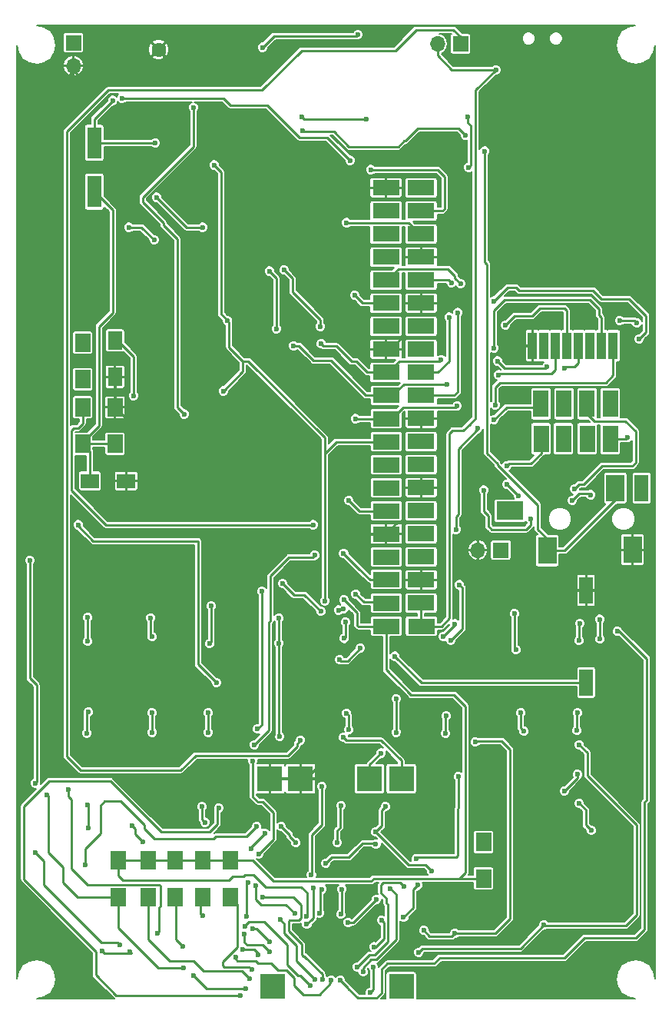
<source format=gbr>
G04 #@! TF.FileFunction,Copper,L2,Bot,Signal*
%FSLAX46Y46*%
G04 Gerber Fmt 4.6, Leading zero omitted, Abs format (unit mm)*
G04 Created by KiCad (PCBNEW 4.0.4-stable) date 12/16/18 15:37:44*
%MOMM*%
%LPD*%
G01*
G04 APERTURE LIST*
%ADD10C,0.100000*%
%ADD11R,2.800000X2.800000*%
%ADD12R,3.000000X1.700000*%
%ADD13R,1.700000X2.000000*%
%ADD14R,1.700000X1.700000*%
%ADD15O,1.700000X1.700000*%
%ADD16R,1.600000X2.000000*%
%ADD17R,2.000000X1.600000*%
%ADD18R,1.600000X3.500000*%
%ADD19C,1.623060*%
%ADD20R,3.000000X2.000000*%
%ADD21R,2.000000X3.000000*%
%ADD22R,1.500000X3.000000*%
%ADD23R,1.700000X3.000000*%
%ADD24R,0.998220X3.000000*%
%ADD25C,0.600000*%
%ADD26C,0.250000*%
%ADD27C,0.200000*%
G04 APERTURE END LIST*
D10*
D11*
X98960000Y-149390000D03*
X106560000Y-149390000D03*
X95560000Y-149390000D03*
X110060000Y-149390000D03*
X95860000Y-172290000D03*
X110060000Y-172290000D03*
D12*
X108394500Y-132588000D03*
X112268000Y-132588000D03*
X108394500Y-130048000D03*
X112245000Y-130030000D03*
X108394500Y-127444500D03*
X112245000Y-127490000D03*
X108394500Y-124968000D03*
X112245000Y-124950000D03*
X108394500Y-122428000D03*
X112245000Y-122410000D03*
X108394500Y-119888000D03*
X112245000Y-119870000D03*
X108394500Y-117348000D03*
X112245000Y-117330000D03*
X108394500Y-114808000D03*
X112245000Y-114790000D03*
X108394500Y-112268000D03*
X112245000Y-112250000D03*
X108394500Y-109728000D03*
X112245000Y-109710000D03*
X108435000Y-107170000D03*
X112245000Y-107170000D03*
X108371500Y-104630000D03*
X112245000Y-104630000D03*
X108371500Y-102090000D03*
X112245000Y-102090000D03*
X108371500Y-99550000D03*
X112245000Y-99550000D03*
X108371500Y-97010000D03*
X112245000Y-97010000D03*
X108371500Y-94470000D03*
X112245000Y-94470000D03*
X108371500Y-91930000D03*
X112245000Y-91930000D03*
X108371500Y-89390000D03*
X112245000Y-89390000D03*
X108371500Y-86850000D03*
X112245000Y-86850000D03*
X108371500Y-84310000D03*
X112245000Y-84310000D03*
D13*
X78867000Y-162401000D03*
X78867000Y-158401000D03*
X82169000Y-162401000D03*
X82169000Y-158401000D03*
X85090000Y-162401000D03*
X85090000Y-158401000D03*
X88138000Y-162401000D03*
X88138000Y-158401000D03*
X91186000Y-162401000D03*
X91186000Y-158401000D03*
X119126000Y-160369000D03*
X119126000Y-156369000D03*
D14*
X116586000Y-68453000D03*
D15*
X114046000Y-68453000D03*
D16*
X78486000Y-101124000D03*
X78486000Y-105124000D03*
D17*
X75724000Y-116586000D03*
X79724000Y-116586000D03*
D18*
X76200000Y-84742000D03*
X76200000Y-79342000D03*
D19*
X83312000Y-69088000D03*
D14*
X73914000Y-68326000D03*
D15*
X73914000Y-70866000D03*
D13*
X74930000Y-112490000D03*
X74930000Y-108490000D03*
X78486000Y-108490000D03*
X78486000Y-112490000D03*
X74930000Y-101378000D03*
X74930000Y-105378000D03*
D20*
X122049000Y-119877000D03*
D21*
X126149000Y-124277000D03*
X135549000Y-124177000D03*
X133649000Y-117377000D03*
D22*
X136549000Y-117377000D03*
D14*
X121031000Y-124206000D03*
D15*
X118491000Y-124206000D03*
D23*
X133096000Y-111950500D03*
X133096000Y-108077000D03*
X130556000Y-111950500D03*
X130538000Y-108100000D03*
X127952500Y-111950500D03*
X127998000Y-108100000D03*
X125476000Y-111950500D03*
X125458000Y-108100000D03*
D24*
X124521000Y-101689000D03*
X125791000Y-101689000D03*
X127061000Y-101689000D03*
X133411000Y-101689000D03*
X132141000Y-101689000D03*
X130871000Y-101689000D03*
X129601000Y-101689000D03*
X128331000Y-101689000D03*
D22*
X130429000Y-128651000D03*
X130429000Y-138811000D03*
D25*
X120904000Y-100838000D03*
X114554000Y-100711000D03*
X71882000Y-87630000D03*
X74422000Y-88392000D03*
X76962000Y-90932000D03*
X122885200Y-150672800D03*
X109778800Y-151739600D03*
X102666800Y-159943800D03*
X102184200Y-161696400D03*
X101904800Y-164160200D03*
X92100400Y-101041200D03*
X115951000Y-132334000D03*
X114681000Y-133731000D03*
X109474000Y-140589000D03*
X109474000Y-144272000D03*
X107823000Y-146558000D03*
X108864400Y-161518600D03*
X105867200Y-170662600D03*
X75590400Y-154838400D03*
X75488800Y-152298400D03*
X75387200Y-144373600D03*
X75590400Y-142036800D03*
X75488800Y-131622800D03*
X75488800Y-134264400D03*
X100533200Y-171475400D03*
X96748600Y-164922200D03*
X99999800Y-172186600D03*
X92837000Y-165608000D03*
X78994000Y-167665400D03*
X69748400Y-157480000D03*
X103352600Y-171577000D03*
X133858000Y-133146800D03*
X80416400Y-154533600D03*
X81584800Y-156337000D03*
X94792800Y-162458400D03*
X101371400Y-171500800D03*
X110312200Y-164642800D03*
X111887000Y-161112200D03*
X92964000Y-164541200D03*
X93141800Y-160832800D03*
X93472000Y-157099000D03*
X94996000Y-155371800D03*
X104267000Y-143992600D03*
X104038400Y-142163800D03*
X103784400Y-133934200D03*
X103886000Y-132130800D03*
X107238800Y-155244800D03*
X108305600Y-152450800D03*
X113411000Y-159562800D03*
X103378000Y-164312600D03*
X103530400Y-161544000D03*
X131927600Y-131826000D03*
X131953000Y-134010400D03*
X129463800Y-148920200D03*
X111683800Y-158216600D03*
X116357400Y-149148800D03*
X128016000Y-150749000D03*
X102336600Y-171551600D03*
X73329800Y-150545800D03*
X83185000Y-166420800D03*
X91846400Y-169037000D03*
X106984800Y-170129200D03*
X106629200Y-172923200D03*
X92354400Y-173228000D03*
X89916000Y-152603200D03*
X88798400Y-144272000D03*
X88798400Y-142138400D03*
X88900000Y-134518400D03*
X89103200Y-130352800D03*
X105206800Y-170103800D03*
X110363000Y-161239200D03*
X88087200Y-152450800D03*
X88392000Y-154178000D03*
X82448400Y-131673600D03*
X82600800Y-133756400D03*
X82600800Y-144272000D03*
X82550000Y-142138400D03*
X107873800Y-164973000D03*
X107086400Y-167894000D03*
X111988600Y-168503600D03*
X122529600Y-131216400D03*
X122682000Y-135178800D03*
X123240800Y-142138400D03*
X123596400Y-144170400D03*
X129692400Y-145643600D03*
X125780800Y-165506400D03*
X104190800Y-165201600D03*
X107340400Y-162661600D03*
X131013200Y-155092400D03*
X129692400Y-152095200D03*
X129438400Y-144068800D03*
X129489200Y-142138400D03*
X129743200Y-132283200D03*
X129641600Y-134162800D03*
X80162400Y-168478200D03*
X77114400Y-168351200D03*
X75234800Y-158902400D03*
X94132400Y-154660600D03*
X96824800Y-154635200D03*
X98425000Y-156438600D03*
X103022400Y-156413200D03*
X103428800Y-152349200D03*
X92913200Y-172516800D03*
X87172800Y-171043600D03*
X96672400Y-144729200D03*
X96570800Y-131724400D03*
X96570800Y-134467600D03*
X88163400Y-164490400D03*
X93649800Y-165912800D03*
X95580200Y-167360600D03*
X95529400Y-168427400D03*
X92786200Y-166471600D03*
X86004400Y-167843200D03*
X93573600Y-170408600D03*
X93319600Y-171373800D03*
X116484400Y-128016000D03*
X115519200Y-134137400D03*
X118211600Y-145338800D03*
X115011200Y-142468600D03*
X114960400Y-144399000D03*
X112522000Y-166090600D03*
X115976400Y-166420800D03*
X101015800Y-164185600D03*
X101269800Y-161544000D03*
X101727000Y-158699200D03*
X107264200Y-156565600D03*
X118872000Y-156210000D03*
X108585000Y-112522000D03*
X120396000Y-108204000D03*
X90881200Y-98907600D03*
X89408000Y-81788000D03*
X80518000Y-107188000D03*
X90424000Y-106680000D03*
X99644200Y-164515800D03*
X103733600Y-129692400D03*
X101600000Y-129794000D03*
X99644200Y-165404800D03*
X100330000Y-161442400D03*
X100152200Y-159994600D03*
X101320600Y-150241000D03*
X94183200Y-143916400D03*
X94691200Y-128752600D03*
X96977200Y-127889000D03*
X101193600Y-130962400D03*
X103124000Y-130810000D03*
X103682800Y-130683000D03*
X105029000Y-129057400D03*
X98298000Y-164236400D03*
X94056200Y-161188400D03*
X94335600Y-157657800D03*
X93675200Y-147447000D03*
X93878400Y-145643600D03*
X100507800Y-124790200D03*
X103708200Y-124587000D03*
X104013000Y-88138000D03*
X82804000Y-90043000D03*
X80010000Y-88646000D03*
X69088000Y-125349000D03*
X69723000Y-149860000D03*
X70993000Y-151130000D03*
X86029800Y-170180000D03*
X94259400Y-168783000D03*
X92583000Y-168224200D03*
X120497600Y-71323200D03*
X103682800Y-144830800D03*
X98958400Y-145161000D03*
X112268000Y-112014000D03*
X95504000Y-93472000D03*
X96266000Y-99822000D03*
X121539000Y-99441000D03*
X116205000Y-108331000D03*
X105003600Y-109728000D03*
X120777000Y-104902000D03*
X115062000Y-105918000D03*
X98196400Y-101701600D03*
X116281200Y-98044000D03*
X128016000Y-104140000D03*
X126111000Y-104013000D03*
X120650000Y-103378000D03*
X114427000Y-103251000D03*
X101244400Y-101498400D03*
X101142800Y-99568000D03*
X97129600Y-93370400D03*
X115316000Y-98552000D03*
X115570000Y-94742000D03*
X106172000Y-76708000D03*
X99060000Y-76454000D03*
X105270000Y-67438000D03*
X94742000Y-68834000D03*
X112245000Y-119870000D03*
X87122000Y-75438000D03*
X86106000Y-109220000D03*
X108458000Y-91948000D03*
X100330000Y-121412000D03*
X107950000Y-89408000D03*
X88138000Y-88646000D03*
X83058000Y-85344000D03*
X79248000Y-74422000D03*
X104394000Y-81280000D03*
X106680000Y-82296000D03*
X74930000Y-101092000D03*
X74422000Y-121412000D03*
X89662000Y-138811000D03*
X103251000Y-136271000D03*
X105537000Y-135001000D03*
X109347000Y-135890000D03*
X82931000Y-79375000D03*
X99187000Y-77978000D03*
X117094000Y-78486000D03*
X119253000Y-80264000D03*
X78232000Y-74676000D03*
X112245000Y-124950000D03*
X128016000Y-108585000D03*
X112245000Y-122410000D03*
X120269000Y-109855000D03*
X118491000Y-110744000D03*
X116078000Y-121920000D03*
X74930000Y-105378000D03*
X104267000Y-118745000D03*
X108394500Y-117348000D03*
X121666000Y-116967000D03*
X122936000Y-118237000D03*
X129159000Y-117475000D03*
X108394500Y-114808000D03*
X130810000Y-100965000D03*
X134112000Y-98933000D03*
X136017000Y-99187000D03*
X130937000Y-118110000D03*
X128905000Y-118745000D03*
X124333000Y-120777000D03*
X119126000Y-117602000D03*
X112245000Y-114790000D03*
X121666000Y-114935000D03*
X112245000Y-102090000D03*
X120269000Y-101981000D03*
X104902000Y-96139000D03*
X120269000Y-96774000D03*
X136271000Y-100965000D03*
X135001000Y-111760000D03*
X130556000Y-111950500D03*
X116586000Y-94869000D03*
X108371500Y-86850000D03*
X133223000Y-107696000D03*
X117348000Y-76454000D03*
X117475000Y-82042000D03*
D26*
X108371500Y-102090000D02*
X108857000Y-102090000D01*
X108857000Y-102090000D02*
X110109000Y-100838000D01*
X121755000Y-101689000D02*
X124521000Y-101689000D01*
X120904000Y-100838000D02*
X121755000Y-101689000D01*
X114427000Y-100838000D02*
X114554000Y-100711000D01*
X110109000Y-100838000D02*
X114427000Y-100838000D01*
X75488000Y-90938000D02*
X75488000Y-89458000D01*
X70612000Y-74676000D02*
X73914000Y-71374000D01*
X70612000Y-86106000D02*
X70612000Y-74676000D01*
X71882000Y-87376000D02*
X70612000Y-86106000D01*
X71882000Y-87630000D02*
X71882000Y-87376000D01*
X75488000Y-89458000D02*
X74422000Y-88392000D01*
X73914000Y-71374000D02*
X73914000Y-70866000D01*
X73914000Y-70866000D02*
X73914000Y-71374000D01*
X73914000Y-71374000D02*
X75438000Y-72898000D01*
X83820000Y-72390000D02*
X83820000Y-69596000D01*
X83312000Y-72898000D02*
X83820000Y-72390000D01*
X75438000Y-72898000D02*
X83312000Y-72898000D01*
X83820000Y-69596000D02*
X83312000Y-69088000D01*
X75488000Y-90938000D02*
X76956000Y-90938000D01*
X76956000Y-90938000D02*
X76962000Y-90932000D01*
X78486000Y-108490000D02*
X78486000Y-105124000D01*
X79724000Y-116586000D02*
X79724000Y-115348000D01*
X80264000Y-110268000D02*
X78486000Y-108490000D01*
X80264000Y-114808000D02*
X80264000Y-110268000D01*
X79724000Y-115348000D02*
X80264000Y-114808000D01*
X126225000Y-156800000D02*
X126225000Y-153301400D01*
X126225000Y-153301400D02*
X123596400Y-150672800D01*
X123596400Y-150672800D02*
X122885200Y-150672800D01*
X109778800Y-151739600D02*
X109677200Y-151638000D01*
X109677200Y-151638000D02*
X104724200Y-151638000D01*
X104724200Y-151638000D02*
X104495600Y-151409400D01*
X104495600Y-151409400D02*
X104495600Y-149199600D01*
X104495600Y-149199600D02*
X102489000Y-147193000D01*
X102489000Y-147193000D02*
X102489000Y-146431000D01*
X102311200Y-146608800D02*
X102489000Y-146431000D01*
X102311200Y-156286200D02*
X102311200Y-146608800D01*
X100888800Y-157708600D02*
X102311200Y-156286200D01*
X100888800Y-159232600D02*
X100888800Y-157708600D01*
X101422200Y-159766000D02*
X100888800Y-159232600D01*
X102489000Y-159766000D02*
X101422200Y-159766000D01*
X102666800Y-159943800D02*
X102489000Y-159766000D01*
X101955600Y-161925000D02*
X102184200Y-161696400D01*
X101955600Y-164109400D02*
X101955600Y-161925000D01*
X101904800Y-164160200D02*
X101955600Y-164109400D01*
X103098600Y-100558600D02*
X92583000Y-100558600D01*
X92583000Y-100558600D02*
X92100400Y-101041200D01*
X104952800Y-84310000D02*
X104412000Y-84310000D01*
X104630000Y-102090000D02*
X108371500Y-102090000D01*
X103073200Y-100533200D02*
X103098600Y-100558600D01*
X103098600Y-100558600D02*
X104630000Y-102090000D01*
X103073200Y-85648800D02*
X103073200Y-100533200D01*
X104412000Y-84310000D02*
X103073200Y-85648800D01*
X117322600Y-93497400D02*
X117322600Y-83134200D01*
X104934800Y-84310000D02*
X104952800Y-84310000D01*
X104952800Y-84310000D02*
X108371500Y-84310000D01*
X104902000Y-84277200D02*
X104934800Y-84310000D01*
X104902000Y-82397600D02*
X104902000Y-84277200D01*
X106019600Y-81280000D02*
X104902000Y-82397600D01*
X115468400Y-81280000D02*
X106019600Y-81280000D01*
X117322600Y-83134200D02*
X115468400Y-81280000D01*
X112245000Y-97010000D02*
X117076000Y-97010000D01*
X117076000Y-97010000D02*
X117348000Y-97282000D01*
X114503200Y-110236000D02*
X116687600Y-110236000D01*
X115755200Y-91930000D02*
X112245000Y-91930000D01*
X117348000Y-93522800D02*
X117322600Y-93497400D01*
X117322600Y-93497400D02*
X115755200Y-91930000D01*
X117348000Y-109575600D02*
X117348000Y-97282000D01*
X117348000Y-97282000D02*
X117348000Y-94742000D01*
X117348000Y-94742000D02*
X117348000Y-93522800D01*
X116687600Y-110236000D02*
X117348000Y-109575600D01*
X114503200Y-117754400D02*
X114503200Y-110236000D01*
X113977200Y-109710000D02*
X112245000Y-109710000D01*
X114503200Y-110236000D02*
X113977200Y-109710000D01*
X112245000Y-127490000D02*
X113962400Y-127490000D01*
X114503200Y-126949200D02*
X114503200Y-120954800D01*
X113962400Y-127490000D02*
X114503200Y-126949200D01*
X108394500Y-122428000D02*
X108394500Y-122339100D01*
X108394500Y-122339100D02*
X109575600Y-121158000D01*
X114078800Y-117330000D02*
X112245000Y-117330000D01*
X114503200Y-117754400D02*
X114078800Y-117330000D01*
X114503200Y-120954800D02*
X114503200Y-117754400D01*
X114300000Y-121158000D02*
X114503200Y-120954800D01*
X109575600Y-121158000D02*
X114300000Y-121158000D01*
X98960000Y-149390000D02*
X99479200Y-149390000D01*
X99479200Y-149390000D02*
X102362000Y-146507200D01*
X102870000Y-122428000D02*
X108394500Y-122428000D01*
X102362000Y-122936000D02*
X102870000Y-122428000D01*
X102362000Y-146507200D02*
X102362000Y-122936000D01*
X95560000Y-149390000D02*
X98960000Y-149390000D01*
X106560000Y-149390000D02*
X106560000Y-147821000D01*
X115951000Y-132461000D02*
X115951000Y-132334000D01*
X114681000Y-133731000D02*
X115951000Y-132461000D01*
X109474000Y-144272000D02*
X109474000Y-140589000D01*
X106560000Y-147821000D02*
X107823000Y-146558000D01*
X106560000Y-149390000D02*
X106560000Y-148329000D01*
X108864400Y-161518600D02*
X109474000Y-162128200D01*
X109474000Y-162128200D02*
X109474000Y-167106600D01*
X109474000Y-167106600D02*
X107289600Y-169291000D01*
X107289600Y-169291000D02*
X106756200Y-169291000D01*
X106756200Y-169291000D02*
X105867200Y-170180000D01*
X105867200Y-170180000D02*
X105867200Y-170662600D01*
X75590400Y-152400000D02*
X75590400Y-154838400D01*
X75488800Y-152298400D02*
X75590400Y-152400000D01*
X75387200Y-142240000D02*
X75387200Y-144373600D01*
X75590400Y-142036800D02*
X75387200Y-142240000D01*
X75488800Y-131622800D02*
X75488800Y-134264400D01*
X100533200Y-171475400D02*
X98526600Y-169468800D01*
X98526600Y-169468800D02*
X98526600Y-167741600D01*
X98526600Y-167741600D02*
X97180400Y-166395400D01*
X97180400Y-166395400D02*
X97180400Y-165354000D01*
X97180400Y-165354000D02*
X96748600Y-164922200D01*
X99999800Y-172186600D02*
X98907600Y-171094400D01*
X98907600Y-171094400D02*
X98704400Y-171094400D01*
X98704400Y-171094400D02*
X97485200Y-169875200D01*
X97485200Y-169875200D02*
X97485200Y-167690800D01*
X97485200Y-167690800D02*
X94970600Y-165176200D01*
X94970600Y-165176200D02*
X93218000Y-165176200D01*
X93218000Y-165176200D02*
X92837000Y-165557200D01*
X92837000Y-165557200D02*
X92837000Y-165608000D01*
X78994000Y-167665400D02*
X78740000Y-167411400D01*
X78740000Y-167411400D02*
X76987400Y-167411400D01*
X76987400Y-167411400D02*
X70688200Y-161112200D01*
X70688200Y-161112200D02*
X70688200Y-158419800D01*
X70688200Y-158419800D02*
X69748400Y-157480000D01*
X103352600Y-171577000D02*
X104165400Y-172389800D01*
X104165400Y-172389800D02*
X104165400Y-172466000D01*
X104165400Y-172466000D02*
X105257600Y-173558200D01*
X105257600Y-173558200D02*
X107289600Y-173558200D01*
X107289600Y-173558200D02*
X107873800Y-172974000D01*
X107873800Y-172974000D02*
X107873800Y-170408600D01*
X107873800Y-170408600D02*
X108534200Y-169748200D01*
X108534200Y-169748200D02*
X113665000Y-169748200D01*
X113665000Y-169748200D02*
X114300000Y-169113200D01*
X114300000Y-169113200D02*
X128066800Y-169113200D01*
X128066800Y-169113200D02*
X130276600Y-166903400D01*
X130276600Y-166903400D02*
X135940800Y-166903400D01*
X135940800Y-166903400D02*
X136880600Y-165963600D01*
X136880600Y-165963600D02*
X136880600Y-151968200D01*
X136880600Y-151968200D02*
X137109200Y-151739600D01*
X137109200Y-151739600D02*
X137109200Y-136169400D01*
X137109200Y-136169400D02*
X134086600Y-133146800D01*
X134086600Y-133146800D02*
X133858000Y-133146800D01*
X99390200Y-168935400D02*
X99237800Y-168935400D01*
X80746600Y-154863800D02*
X80416400Y-154533600D01*
X80746600Y-155498800D02*
X80746600Y-154863800D01*
X81584800Y-156337000D02*
X80746600Y-155498800D01*
X98196400Y-162458400D02*
X94792800Y-162458400D01*
X99009200Y-163271200D02*
X98196400Y-162458400D01*
X99009200Y-164719000D02*
X99009200Y-163271200D01*
X98907600Y-164820600D02*
X99009200Y-164719000D01*
X101346000Y-170891200D02*
X99390200Y-168935400D01*
X101346000Y-171475400D02*
X101346000Y-170891200D01*
X101371400Y-171500800D02*
X101346000Y-171475400D01*
X98769596Y-164958604D02*
X98907600Y-164820600D01*
X97764600Y-164958604D02*
X98769596Y-164958604D01*
X97630402Y-165092802D02*
X97764600Y-164958604D01*
X97630402Y-166185002D02*
X97630402Y-165092802D01*
X99060000Y-167614600D02*
X97630402Y-166185002D01*
X99060000Y-168757600D02*
X99060000Y-167614600D01*
X99237800Y-168935400D02*
X99060000Y-168757600D01*
X110312200Y-164642800D02*
X111379000Y-163576000D01*
X111379000Y-163576000D02*
X111379000Y-161620200D01*
X111379000Y-161620200D02*
X111887000Y-161112200D01*
X92964000Y-161010600D02*
X92964000Y-164541200D01*
X93141800Y-160832800D02*
X92964000Y-161010600D01*
X93472000Y-156895800D02*
X93472000Y-157099000D01*
X94996000Y-155371800D02*
X93472000Y-156895800D01*
X104267000Y-142392400D02*
X104267000Y-143992600D01*
X104038400Y-142163800D02*
X104267000Y-142392400D01*
X103784400Y-133934200D02*
X103886000Y-133832600D01*
X103886000Y-133832600D02*
X103886000Y-132130800D01*
X110896400Y-158902400D02*
X107238800Y-155244800D01*
X107924600Y-154559000D02*
X107238800Y-155244800D01*
X107924600Y-152831800D02*
X107924600Y-154559000D01*
X108305600Y-152450800D02*
X107924600Y-152831800D01*
X112750600Y-158902400D02*
X110896400Y-158902400D01*
X113411000Y-159562800D02*
X112750600Y-158902400D01*
X103378000Y-164312600D02*
X103530400Y-164160200D01*
X103530400Y-164160200D02*
X103530400Y-161544000D01*
X131927600Y-133985000D02*
X131927600Y-131826000D01*
X131953000Y-134010400D02*
X131927600Y-133985000D01*
X129463800Y-149301200D02*
X129463800Y-148920200D01*
X111683800Y-158216600D02*
X111836200Y-158064200D01*
X111836200Y-158064200D02*
X116128800Y-158064200D01*
X116128800Y-158064200D02*
X116306600Y-157886400D01*
X116306600Y-157886400D02*
X116306600Y-152679400D01*
X116306600Y-152679400D02*
X116357400Y-152628600D01*
X116357400Y-152628600D02*
X116357400Y-149148800D01*
X128016000Y-150749000D02*
X129463800Y-149301200D01*
X93675200Y-169418000D02*
X92024200Y-169418000D01*
X102336600Y-171551600D02*
X102260400Y-171627800D01*
X102260400Y-171627800D02*
X102260400Y-171907200D01*
X102260400Y-171907200D02*
X101015800Y-173151800D01*
X101015800Y-173151800D02*
X99263200Y-173151800D01*
X99263200Y-173151800D02*
X98247200Y-172135800D01*
X98247200Y-172135800D02*
X98247200Y-171323000D01*
X98247200Y-171323000D02*
X97434400Y-170510200D01*
X97434400Y-170510200D02*
X96494600Y-170510200D01*
X96494600Y-170510200D02*
X95707200Y-169722800D01*
X95707200Y-169722800D02*
X94284800Y-169722800D01*
X94284800Y-169722800D02*
X94005400Y-169443400D01*
X94005400Y-169443400D02*
X93700600Y-169443400D01*
X93700600Y-169443400D02*
X93675200Y-169418000D01*
X73329800Y-151307800D02*
X73329800Y-150545800D01*
X73736200Y-151714200D02*
X73329800Y-151307800D01*
X73736200Y-159283400D02*
X73736200Y-151714200D01*
X75488800Y-161036000D02*
X73736200Y-159283400D01*
X83388200Y-161036000D02*
X75488800Y-161036000D01*
X83540600Y-161188400D02*
X83388200Y-161036000D01*
X83540600Y-163372800D02*
X83540600Y-161188400D01*
X83337400Y-163576000D02*
X83540600Y-163372800D01*
X83337400Y-166268400D02*
X83337400Y-163576000D01*
X83185000Y-166420800D02*
X83337400Y-166268400D01*
X91846400Y-169240200D02*
X91846400Y-169037000D01*
X92024200Y-169418000D02*
X91846400Y-169240200D01*
X106984800Y-172567600D02*
X106984800Y-170129200D01*
X106629200Y-172923200D02*
X106984800Y-172567600D01*
X78638400Y-173228000D02*
X92354400Y-173228000D01*
X76403200Y-170992800D02*
X78638400Y-173228000D01*
X76403200Y-168402000D02*
X76403200Y-170992800D01*
X68478400Y-160477200D02*
X76403200Y-168402000D01*
X68478400Y-152400000D02*
X68478400Y-160477200D01*
X71221600Y-149656800D02*
X68478400Y-152400000D01*
X77978000Y-149656800D02*
X71221600Y-149656800D01*
X83566000Y-155244800D02*
X77978000Y-149656800D01*
X88950800Y-155244800D02*
X83566000Y-155244800D01*
X89814400Y-154381200D02*
X88950800Y-155244800D01*
X89814400Y-152704800D02*
X89814400Y-154381200D01*
X89916000Y-152603200D02*
X89814400Y-152704800D01*
X88798400Y-142138400D02*
X88798400Y-144272000D01*
X88900000Y-134518400D02*
X89103200Y-134315200D01*
X89103200Y-134315200D02*
X89103200Y-130352800D01*
X105206800Y-170103800D02*
X106045000Y-169265600D01*
X106045000Y-169265600D02*
X106553000Y-168757600D01*
X106553000Y-168757600D02*
X107162600Y-168757600D01*
X107162600Y-168757600D02*
X108610400Y-167309800D01*
X108610400Y-167309800D02*
X108610400Y-163245800D01*
X108610400Y-163245800D02*
X108381800Y-163017200D01*
X108381800Y-163017200D02*
X108381800Y-162509200D01*
X108381800Y-162509200D02*
X107848400Y-161975800D01*
X107848400Y-161975800D02*
X107848400Y-161061400D01*
X107848400Y-161061400D02*
X108077000Y-160832800D01*
X108077000Y-160832800D02*
X109956600Y-160832800D01*
X109956600Y-160832800D02*
X110363000Y-161239200D01*
X88087200Y-153873200D02*
X88087200Y-152450800D01*
X88392000Y-154178000D02*
X88087200Y-153873200D01*
X82448400Y-133604000D02*
X82448400Y-131673600D01*
X82600800Y-133756400D02*
X82448400Y-133604000D01*
X82600800Y-144272000D02*
X82550000Y-144221200D01*
X82550000Y-144221200D02*
X82550000Y-142138400D01*
X107873800Y-164973000D02*
X108153200Y-165252400D01*
X108153200Y-165252400D02*
X108153200Y-167005000D01*
X108153200Y-167005000D02*
X107264200Y-167894000D01*
X107264200Y-167894000D02*
X107086400Y-167894000D01*
X111988600Y-168503600D02*
X112420400Y-168071800D01*
X112420400Y-168071800D02*
X123215400Y-168071800D01*
X123215400Y-168071800D02*
X125780800Y-165506400D01*
X122529600Y-135026400D02*
X122529600Y-131216400D01*
X122682000Y-135178800D02*
X122529600Y-135026400D01*
X123240800Y-143814800D02*
X123240800Y-142138400D01*
X123596400Y-144170400D02*
X123240800Y-143814800D01*
X130556000Y-146507200D02*
X129692400Y-145643600D01*
X130556000Y-149047200D02*
X130556000Y-146507200D01*
X135991600Y-154482800D02*
X130556000Y-149047200D01*
X135991600Y-164388800D02*
X135991600Y-154482800D01*
X134823200Y-165557200D02*
X135991600Y-164388800D01*
X125831600Y-165557200D02*
X134823200Y-165557200D01*
X125780800Y-165506400D02*
X125831600Y-165557200D01*
X104800400Y-165201600D02*
X104190800Y-165201600D01*
X107340400Y-162661600D02*
X104800400Y-165201600D01*
X130403600Y-154482800D02*
X131013200Y-155092400D01*
X130403600Y-152806400D02*
X130403600Y-154482800D01*
X129692400Y-152095200D02*
X130403600Y-152806400D01*
X129438400Y-142189200D02*
X129438400Y-144068800D01*
X129489200Y-142138400D02*
X129438400Y-142189200D01*
X129743200Y-132283200D02*
X129641600Y-132384800D01*
X129641600Y-132384800D02*
X129641600Y-134162800D01*
X80187800Y-168478200D02*
X80162400Y-168478200D01*
X80289400Y-168579800D02*
X80187800Y-168478200D01*
X77343000Y-168579800D02*
X80289400Y-168579800D01*
X77114400Y-168351200D02*
X77343000Y-168579800D01*
X75234800Y-157099000D02*
X75234800Y-158902400D01*
X76911200Y-155422600D02*
X75234800Y-157099000D01*
X76911200Y-152323800D02*
X76911200Y-155422600D01*
X77368400Y-151866600D02*
X76911200Y-152323800D01*
X79095600Y-151866600D02*
X77368400Y-151866600D01*
X81711800Y-154482800D02*
X79095600Y-151866600D01*
X81711800Y-154914600D02*
X81711800Y-154482800D01*
X82829400Y-156032200D02*
X81711800Y-154914600D01*
X89331800Y-156032200D02*
X82829400Y-156032200D01*
X89611200Y-155752800D02*
X89331800Y-156032200D01*
X93040200Y-155752800D02*
X89611200Y-155752800D01*
X94132400Y-154660600D02*
X93040200Y-155752800D01*
X97764600Y-155575000D02*
X96824800Y-154635200D01*
X97764600Y-155778200D02*
X97764600Y-155575000D01*
X98425000Y-156438600D02*
X97764600Y-155778200D01*
X103022400Y-155067000D02*
X103022400Y-156413200D01*
X103301800Y-154787600D02*
X103022400Y-155067000D01*
X103301800Y-152476200D02*
X103301800Y-154787600D01*
X103428800Y-152349200D02*
X103301800Y-152476200D01*
X92862400Y-172466000D02*
X92913200Y-172516800D01*
X88595200Y-172466000D02*
X92862400Y-172466000D01*
X87172800Y-171043600D02*
X88595200Y-172466000D01*
X96672400Y-144729200D02*
X96520000Y-144576800D01*
X96520000Y-144576800D02*
X96520000Y-134518400D01*
X96520000Y-134518400D02*
X96570800Y-134467600D01*
X96570800Y-131724400D02*
X96570800Y-134467600D01*
X87960200Y-164287200D02*
X87960200Y-162578800D01*
X88163400Y-164490400D02*
X87960200Y-164287200D01*
X94132400Y-165912800D02*
X93649800Y-165912800D01*
X95580200Y-167360600D02*
X94132400Y-165912800D01*
X87960200Y-162578800D02*
X88138000Y-162401000D01*
X95529400Y-168427400D02*
X94818200Y-167716200D01*
X94818200Y-167716200D02*
X93065600Y-167716200D01*
X93065600Y-167716200D02*
X92786200Y-167436800D01*
X92786200Y-167436800D02*
X92786200Y-166471600D01*
X86004400Y-167843200D02*
X85217000Y-167055800D01*
X85217000Y-167055800D02*
X85217000Y-162528000D01*
X85217000Y-162528000D02*
X85090000Y-162401000D01*
X93573600Y-170408600D02*
X93275998Y-170110998D01*
X93275998Y-170110998D02*
X90532798Y-170110998D01*
X90532798Y-170110998D02*
X90347800Y-169926000D01*
X90347800Y-169926000D02*
X90347800Y-169545000D01*
X90347800Y-169545000D02*
X91973400Y-167919400D01*
X91973400Y-167919400D02*
X91973400Y-163188400D01*
X91973400Y-163188400D02*
X91186000Y-162401000D01*
X93319600Y-171373800D02*
X92506800Y-170561000D01*
X92506800Y-170561000D02*
X88239600Y-170561000D01*
X88239600Y-170561000D02*
X87147400Y-169468800D01*
X87147400Y-169468800D02*
X84556600Y-169468800D01*
X84556600Y-169468800D02*
X82169000Y-167081200D01*
X82169000Y-167081200D02*
X82169000Y-162401000D01*
X116789200Y-128320800D02*
X116484400Y-128016000D01*
X116789200Y-132867400D02*
X116789200Y-128320800D01*
X115519200Y-134137400D02*
X116789200Y-132867400D01*
X115976400Y-166420800D02*
X120421400Y-166420800D01*
X118313200Y-145237200D02*
X118211600Y-145338800D01*
X121107200Y-145237200D02*
X118313200Y-145237200D01*
X122072400Y-146202400D02*
X121107200Y-145237200D01*
X122072400Y-164769800D02*
X122072400Y-146202400D01*
X120421400Y-166420800D02*
X122072400Y-164769800D01*
X115011200Y-142468600D02*
X114960400Y-142519400D01*
X114960400Y-142519400D02*
X114960400Y-144399000D01*
X112522000Y-166090600D02*
X113182400Y-166751000D01*
X113182400Y-166751000D02*
X115646200Y-166751000D01*
X115646200Y-166751000D02*
X115976400Y-166420800D01*
X101015800Y-164185600D02*
X101092000Y-164109400D01*
X101092000Y-164109400D02*
X101092000Y-161721800D01*
X101092000Y-161721800D02*
X101269800Y-161544000D01*
X101727000Y-158699200D02*
X102362000Y-158064200D01*
X102362000Y-158064200D02*
X104292400Y-158064200D01*
X104292400Y-158064200D02*
X105816400Y-156540200D01*
X105816400Y-156540200D02*
X107238800Y-156540200D01*
X107238800Y-156540200D02*
X107264200Y-156565600D01*
X118872000Y-156210000D02*
X119031000Y-156369000D01*
X119031000Y-156369000D02*
X119126000Y-156369000D01*
X133411000Y-101689000D02*
X133411000Y-104968000D01*
X108585000Y-112522000D02*
X108394500Y-112331500D01*
X120396000Y-106299000D02*
X120396000Y-108204000D01*
X120904000Y-105791000D02*
X120396000Y-106299000D01*
X132588000Y-105791000D02*
X120904000Y-105791000D01*
X133411000Y-104968000D02*
X132588000Y-105791000D01*
X108394500Y-112331500D02*
X108394500Y-112268000D01*
X90170000Y-98196400D02*
X90881200Y-98907600D01*
X91084400Y-99110800D02*
X90881200Y-98907600D01*
X91084400Y-101854000D02*
X91084400Y-99110800D01*
X89408000Y-81788000D02*
X90170000Y-82550000D01*
X90170000Y-82550000D02*
X90170000Y-98196400D01*
X78486000Y-101124000D02*
X78772000Y-101124000D01*
X78772000Y-101124000D02*
X80518000Y-102870000D01*
X80518000Y-102870000D02*
X80518000Y-107188000D01*
X90424000Y-106680000D02*
X92608400Y-104495600D01*
X92608400Y-104495600D02*
X92608400Y-103378000D01*
X78867000Y-158401000D02*
X78867000Y-160045400D01*
X99669600Y-164541200D02*
X99644200Y-164515800D01*
X99669600Y-161925000D02*
X99669600Y-164541200D01*
X99034600Y-161290000D02*
X99669600Y-161925000D01*
X95123000Y-161290000D02*
X99034600Y-161290000D01*
X93802200Y-159969200D02*
X95123000Y-161290000D01*
X92811600Y-159969200D02*
X93802200Y-159969200D01*
X92659200Y-160121600D02*
X92811600Y-159969200D01*
X91465400Y-160121600D02*
X92659200Y-160121600D01*
X91033600Y-160553400D02*
X91465400Y-160121600D01*
X79375000Y-160553400D02*
X91033600Y-160553400D01*
X78867000Y-160045400D02*
X79375000Y-160553400D01*
X108394500Y-132588000D02*
X108394500Y-137401300D01*
X117144800Y-159715200D02*
X116491000Y-160369000D01*
X117144800Y-141401800D02*
X117144800Y-159715200D01*
X115900200Y-140157200D02*
X117144800Y-141401800D01*
X111150400Y-140157200D02*
X115900200Y-140157200D01*
X108394500Y-137401300D02*
X111150400Y-140157200D01*
X101600000Y-113538000D02*
X101600000Y-111810800D01*
X92608400Y-103378000D02*
X91084400Y-101854000D01*
X93167200Y-103378000D02*
X92608400Y-103378000D01*
X101600000Y-111810800D02*
X93167200Y-103378000D01*
X108394500Y-112268000D02*
X102870000Y-112268000D01*
X105308400Y-132588000D02*
X108394500Y-132588000D01*
X105156000Y-132435600D02*
X105308400Y-132588000D01*
X105156000Y-131114800D02*
X105156000Y-132435600D01*
X103733600Y-129692400D02*
X105156000Y-131114800D01*
X101600000Y-113538000D02*
X101600000Y-129794000D01*
X102870000Y-112268000D02*
X101600000Y-113538000D01*
X119126000Y-160369000D02*
X116491000Y-160369000D01*
X116491000Y-160369000D02*
X107029000Y-160369000D01*
X107029000Y-160369000D02*
X106717600Y-160680400D01*
X106717600Y-160680400D02*
X95961200Y-160680400D01*
X95961200Y-160680400D02*
X93681800Y-158401000D01*
X93681800Y-158401000D02*
X91186000Y-158401000D01*
X88138000Y-158401000D02*
X91186000Y-158401000D01*
X85090000Y-158401000D02*
X88138000Y-158401000D01*
X82169000Y-158401000D02*
X85090000Y-158401000D01*
X78867000Y-158401000D02*
X82169000Y-158401000D01*
X99644200Y-165404800D02*
X100076000Y-164973000D01*
X100076000Y-164973000D02*
X100152200Y-164973000D01*
X100152200Y-164973000D02*
X100380800Y-164744400D01*
X100380800Y-164744400D02*
X100380800Y-162534600D01*
X100380800Y-162534600D02*
X100330000Y-162483800D01*
X100330000Y-162483800D02*
X100330000Y-161442400D01*
X100152200Y-159994600D02*
X100203000Y-159943800D01*
X100203000Y-159943800D02*
X100203000Y-155549600D01*
X100203000Y-155549600D02*
X101320600Y-154432000D01*
X101320600Y-154432000D02*
X101320600Y-150241000D01*
X94183200Y-143916400D02*
X94665800Y-143433800D01*
X94665800Y-143433800D02*
X94665800Y-128778000D01*
X94665800Y-128778000D02*
X94691200Y-128752600D01*
X96977200Y-127889000D02*
X98247200Y-129159000D01*
X98247200Y-129159000D02*
X99390200Y-129159000D01*
X99390200Y-129159000D02*
X101193600Y-130962400D01*
X103124000Y-130810000D02*
X103251000Y-130683000D01*
X103251000Y-130683000D02*
X103682800Y-130683000D01*
X105029000Y-129057400D02*
X105918000Y-129946400D01*
X105918000Y-129946400D02*
X108292900Y-129946400D01*
X108292900Y-129946400D02*
X108394500Y-130048000D01*
X98298000Y-164236400D02*
X97307400Y-163245800D01*
X97307400Y-163245800D02*
X94615000Y-163245800D01*
X94615000Y-163245800D02*
X94056200Y-162687000D01*
X94056200Y-162687000D02*
X94056200Y-161188400D01*
X94335600Y-157657800D02*
X95935800Y-156057600D01*
X95935800Y-156057600D02*
X95935800Y-153085800D01*
X95935800Y-153085800D02*
X94767400Y-151917400D01*
X94767400Y-151917400D02*
X94234000Y-151917400D01*
X94234000Y-151917400D02*
X93700600Y-151384000D01*
X93700600Y-151384000D02*
X93700600Y-147472400D01*
X93700600Y-147472400D02*
X93675200Y-147447000D01*
X93878400Y-145643600D02*
X95427800Y-144094200D01*
X95427800Y-144094200D02*
X95427800Y-132181600D01*
X95427800Y-132181600D02*
X95631000Y-131978400D01*
X95631000Y-131978400D02*
X95631000Y-127076200D01*
X95631000Y-127076200D02*
X97688400Y-125018800D01*
X97688400Y-125018800D02*
X100279200Y-125018800D01*
X100279200Y-125018800D02*
X100507800Y-124790200D01*
X103708200Y-124587000D02*
X105359200Y-126238000D01*
X105359200Y-126238000D02*
X105384600Y-126238000D01*
X105384600Y-126238000D02*
X106591100Y-127444500D01*
X106591100Y-127444500D02*
X108394500Y-127444500D01*
X112245000Y-89390000D02*
X112123000Y-89390000D01*
X112123000Y-89390000D02*
X110871000Y-88138000D01*
X110871000Y-88138000D02*
X104013000Y-88138000D01*
X82804000Y-90043000D02*
X81407000Y-88646000D01*
X81407000Y-88646000D02*
X80010000Y-88646000D01*
X69088000Y-125349000D02*
X69088000Y-138303000D01*
X69088000Y-138303000D02*
X69850000Y-139065000D01*
X69850000Y-139065000D02*
X69850000Y-149733000D01*
X69850000Y-149733000D02*
X69723000Y-149860000D01*
X70993000Y-151130000D02*
X71120000Y-151257000D01*
X71120000Y-151257000D02*
X71120000Y-157480000D01*
X71120000Y-157480000D02*
X72771000Y-159131000D01*
X72771000Y-159131000D02*
X72771000Y-160782000D01*
X72771000Y-160782000D02*
X74390000Y-162401000D01*
X74390000Y-162401000D02*
X78867000Y-162401000D01*
X78867000Y-165811200D02*
X83235800Y-170180000D01*
X83235800Y-170180000D02*
X86029800Y-170180000D01*
X78867000Y-165811200D02*
X78867000Y-162401000D01*
X94259400Y-168579800D02*
X94259400Y-168783000D01*
X93878400Y-168198800D02*
X94259400Y-168579800D01*
X92608400Y-168198800D02*
X93878400Y-168198800D01*
X92583000Y-168224200D02*
X92608400Y-168198800D01*
X112245000Y-130030000D02*
X112245000Y-132565000D01*
X112245000Y-132565000D02*
X112268000Y-132588000D01*
X112268000Y-132588000D02*
X114503200Y-132588000D01*
X118262400Y-73558400D02*
X120497600Y-71323200D01*
X118262400Y-109677200D02*
X118262400Y-73558400D01*
X117602000Y-110337600D02*
X118262400Y-109677200D01*
X116890800Y-111048800D02*
X117602000Y-110337600D01*
X115722400Y-111048800D02*
X116890800Y-111048800D01*
X115366800Y-111404400D02*
X115722400Y-111048800D01*
X115366800Y-131724400D02*
X115366800Y-111404400D01*
X114503200Y-132588000D02*
X115366800Y-131724400D01*
X114046000Y-68453000D02*
X114046000Y-69748400D01*
X115620800Y-71323200D02*
X120497600Y-71323200D01*
X114046000Y-69748400D02*
X115620800Y-71323200D01*
X103682800Y-144830800D02*
X104038400Y-145186400D01*
X104038400Y-145186400D02*
X107848400Y-145186400D01*
X107848400Y-145186400D02*
X110060000Y-147398000D01*
X110060000Y-149390000D02*
X110060000Y-147398000D01*
X115773200Y-66903600D02*
X116586000Y-67716400D01*
X97586800Y-146812000D02*
X98552000Y-145846800D01*
X87376000Y-146812000D02*
X97586800Y-146812000D01*
X85750400Y-148437600D02*
X87376000Y-146812000D01*
X74676000Y-148437600D02*
X85750400Y-148437600D01*
X73152000Y-146913600D02*
X74676000Y-148437600D01*
X73152000Y-78130400D02*
X73152000Y-146913600D01*
X77724000Y-73558400D02*
X73152000Y-78130400D01*
X94691200Y-73558400D02*
X77724000Y-73558400D01*
X99060000Y-69189600D02*
X94691200Y-73558400D01*
X109423200Y-69189600D02*
X99060000Y-69189600D01*
X111709200Y-66903600D02*
X109423200Y-69189600D01*
X115773200Y-66903600D02*
X111709200Y-66903600D01*
X98552000Y-145567400D02*
X98552000Y-145846800D01*
X98958400Y-145161000D02*
X98552000Y-145567400D01*
X116586000Y-68453000D02*
X116586000Y-67716400D01*
X112268000Y-112014000D02*
X112245000Y-112037000D01*
X112245000Y-112037000D02*
X112245000Y-112250000D01*
X96266000Y-94234000D02*
X96266000Y-99822000D01*
X95504000Y-93472000D02*
X96266000Y-94234000D01*
X108394500Y-109728000D02*
X108966000Y-109728000D01*
X108966000Y-109728000D02*
X110236000Y-108458000D01*
X128331000Y-97851000D02*
X128331000Y-101689000D01*
X128016000Y-97536000D02*
X128331000Y-97851000D01*
X125349000Y-97536000D02*
X128016000Y-97536000D01*
X124460000Y-98425000D02*
X125349000Y-97536000D01*
X122555000Y-98425000D02*
X124460000Y-98425000D01*
X121539000Y-99441000D02*
X122555000Y-98425000D01*
X116078000Y-108458000D02*
X116205000Y-108331000D01*
X110236000Y-108458000D02*
X116078000Y-108458000D01*
X105003600Y-109728000D02*
X108394500Y-109728000D01*
X108435000Y-107170000D02*
X109111000Y-107170000D01*
X109111000Y-107170000D02*
X110363000Y-105918000D01*
X127061000Y-104333000D02*
X127061000Y-101689000D01*
X126619000Y-104775000D02*
X127061000Y-104333000D01*
X120904000Y-104775000D02*
X126619000Y-104775000D01*
X120777000Y-104902000D02*
X120904000Y-104775000D01*
X110363000Y-105918000D02*
X115062000Y-105918000D01*
X108435000Y-107170000D02*
X106154000Y-107170000D01*
X98755200Y-101701600D02*
X98196400Y-101701600D01*
X100380800Y-103327200D02*
X98755200Y-101701600D01*
X102311200Y-103327200D02*
X100380800Y-103327200D01*
X106154000Y-107170000D02*
X102311200Y-103327200D01*
X112245000Y-107170000D02*
X115892800Y-107170000D01*
X116281200Y-106781600D02*
X116281200Y-98044000D01*
X115892800Y-107170000D02*
X116281200Y-106781600D01*
X108371500Y-104630000D02*
X108603000Y-104630000D01*
X108603000Y-104630000D02*
X109855000Y-103378000D01*
X129601000Y-103571000D02*
X129601000Y-101689000D01*
X129159000Y-104013000D02*
X129601000Y-103571000D01*
X128143000Y-104013000D02*
X129159000Y-104013000D01*
X128016000Y-104140000D02*
X128143000Y-104013000D01*
X125984000Y-104140000D02*
X126111000Y-104013000D01*
X121412000Y-104140000D02*
X125984000Y-104140000D01*
X120650000Y-103378000D02*
X121412000Y-104140000D01*
X114300000Y-103378000D02*
X114427000Y-103251000D01*
X109855000Y-103378000D02*
X114300000Y-103378000D01*
X106306400Y-104630000D02*
X108371500Y-104630000D01*
X105105200Y-103428800D02*
X106306400Y-104630000D01*
X104597200Y-103428800D02*
X105105200Y-103428800D01*
X102920800Y-101752400D02*
X104597200Y-103428800D01*
X101498400Y-101752400D02*
X102920800Y-101752400D01*
X101244400Y-101498400D02*
X101498400Y-101752400D01*
X101142800Y-98856800D02*
X101142800Y-99568000D01*
X98044000Y-95758000D02*
X101142800Y-98856800D01*
X98044000Y-94284800D02*
X98044000Y-95758000D01*
X97129600Y-93370400D02*
X98044000Y-94284800D01*
X112245000Y-104630000D02*
X114064000Y-104630000D01*
X115316000Y-103378000D02*
X115316000Y-98552000D01*
X114064000Y-104630000D02*
X115316000Y-103378000D01*
X115298000Y-94470000D02*
X112245000Y-94470000D01*
X115570000Y-94742000D02*
X115298000Y-94470000D01*
X99314000Y-76708000D02*
X106172000Y-76708000D01*
X99060000Y-76454000D02*
X99314000Y-76708000D01*
X96012000Y-67564000D02*
X94742000Y-68834000D01*
X105144000Y-67564000D02*
X96012000Y-67564000D01*
X105144000Y-67564000D02*
X105270000Y-67438000D01*
X74930000Y-112490000D02*
X74930000Y-112268000D01*
X74930000Y-112268000D02*
X76708000Y-110490000D01*
X78232000Y-86774000D02*
X76200000Y-84742000D01*
X78232000Y-98044000D02*
X78232000Y-86774000D01*
X76708000Y-99568000D02*
X78232000Y-98044000D01*
X76708000Y-110490000D02*
X76708000Y-99568000D01*
X74930000Y-112490000D02*
X78486000Y-112490000D01*
X75724000Y-116586000D02*
X75724000Y-113284000D01*
X75724000Y-113284000D02*
X74930000Y-112490000D01*
X112245000Y-119911000D02*
X112245000Y-119870000D01*
X87122000Y-79756000D02*
X87122000Y-75438000D01*
X81534000Y-85344000D02*
X87122000Y-79756000D01*
X81534000Y-85852000D02*
X81534000Y-85344000D01*
X83820000Y-88138000D02*
X81534000Y-85852000D01*
X83820000Y-88392000D02*
X83820000Y-88138000D01*
X85344000Y-89916000D02*
X83820000Y-88392000D01*
X85344000Y-108458000D02*
X85344000Y-89916000D01*
X86106000Y-109220000D02*
X85344000Y-108458000D01*
X74930000Y-108490000D02*
X74930000Y-110236000D01*
X108458000Y-91948000D02*
X108440000Y-91930000D01*
X77470000Y-121412000D02*
X100330000Y-121412000D01*
X73660000Y-117602000D02*
X77470000Y-121412000D01*
X73660000Y-110998000D02*
X73660000Y-117602000D01*
X73914000Y-110744000D02*
X73660000Y-110998000D01*
X74422000Y-110744000D02*
X73914000Y-110744000D01*
X74930000Y-110236000D02*
X74422000Y-110744000D01*
X108440000Y-91930000D02*
X108371500Y-91930000D01*
X107950000Y-89408000D02*
X107968000Y-89390000D01*
X86360000Y-88646000D02*
X88138000Y-88646000D01*
X83058000Y-85344000D02*
X86360000Y-88646000D01*
X107968000Y-89390000D02*
X108371500Y-89390000D01*
X112245000Y-86850000D02*
X114572000Y-86850000D01*
X90424000Y-74422000D02*
X79248000Y-74422000D01*
X91186000Y-75184000D02*
X90424000Y-74422000D01*
X95250000Y-75184000D02*
X91186000Y-75184000D01*
X98806000Y-78740000D02*
X95250000Y-75184000D01*
X101854000Y-78740000D02*
X98806000Y-78740000D01*
X104394000Y-81280000D02*
X101854000Y-78740000D01*
X114046000Y-82296000D02*
X106680000Y-82296000D01*
X114808000Y-83058000D02*
X114046000Y-82296000D01*
X114808000Y-86614000D02*
X114808000Y-83058000D01*
X114572000Y-86850000D02*
X114808000Y-86614000D01*
X130429000Y-138811000D02*
X112268000Y-138811000D01*
X74930000Y-101092000D02*
X74930000Y-101378000D01*
X74422000Y-121539000D02*
X74422000Y-121412000D01*
X76073000Y-123190000D02*
X74422000Y-121539000D01*
X87630000Y-123190000D02*
X76073000Y-123190000D01*
X87630000Y-136779000D02*
X87630000Y-123190000D01*
X89662000Y-138811000D02*
X87630000Y-136779000D01*
X103378000Y-136398000D02*
X103251000Y-136271000D01*
X104140000Y-136398000D02*
X103378000Y-136398000D01*
X105537000Y-135001000D02*
X104140000Y-136398000D01*
X112268000Y-138811000D02*
X109347000Y-135890000D01*
X75438000Y-100870000D02*
X74930000Y-101378000D01*
X126149000Y-124277000D02*
X126149000Y-122974000D01*
X126149000Y-122974000D02*
X125095000Y-121920000D01*
X82898000Y-79342000D02*
X76200000Y-79342000D01*
X82931000Y-79375000D02*
X82898000Y-79342000D01*
X99314000Y-78105000D02*
X99187000Y-77978000D01*
X102616000Y-78105000D02*
X99314000Y-78105000D01*
X104267000Y-79756000D02*
X102616000Y-78105000D01*
X109728000Y-79756000D02*
X104267000Y-79756000D01*
X110363000Y-79121000D02*
X109728000Y-79756000D01*
X110490000Y-79121000D02*
X110363000Y-79121000D01*
X111887000Y-77724000D02*
X110490000Y-79121000D01*
X116332000Y-77724000D02*
X111887000Y-77724000D01*
X117094000Y-78486000D02*
X116332000Y-77724000D01*
X119253000Y-92456000D02*
X119253000Y-80264000D01*
X119507000Y-92710000D02*
X119253000Y-92456000D01*
X119507000Y-113538000D02*
X119507000Y-92710000D01*
X120650000Y-114681000D02*
X119507000Y-113538000D01*
X120650000Y-114808000D02*
X120650000Y-114681000D01*
X125095000Y-119253000D02*
X120650000Y-114808000D01*
X125095000Y-121920000D02*
X125095000Y-119253000D01*
X126149000Y-124277000D02*
X128072000Y-124277000D01*
X128072000Y-124277000D02*
X133649000Y-118700000D01*
X133649000Y-118700000D02*
X133649000Y-117377000D01*
X76200000Y-79342000D02*
X76200000Y-76708000D01*
X76200000Y-76708000D02*
X78232000Y-74676000D01*
X127998000Y-108567000D02*
X128016000Y-108585000D01*
X127998000Y-108567000D02*
X127998000Y-108100000D01*
X125100000Y-108458000D02*
X121666000Y-108458000D01*
X120269000Y-109855000D02*
X121666000Y-108458000D01*
X118491000Y-110871000D02*
X118491000Y-110744000D01*
X116332000Y-113030000D02*
X118491000Y-110871000D01*
X116332000Y-120269000D02*
X116332000Y-113030000D01*
X116078000Y-120523000D02*
X116332000Y-120269000D01*
X116078000Y-121920000D02*
X116078000Y-120523000D01*
X125100000Y-108458000D02*
X125458000Y-108100000D01*
X108394500Y-119888000D02*
X105410000Y-119888000D01*
X104267000Y-118745000D02*
X105410000Y-119888000D01*
X108394500Y-117348000D02*
X108394500Y-117792500D01*
X121666000Y-116967000D02*
X122936000Y-118237000D01*
X129159000Y-117475000D02*
X129667000Y-116967000D01*
X129667000Y-116967000D02*
X130175000Y-116967000D01*
X130175000Y-116967000D02*
X132207000Y-114935000D01*
X132207000Y-114935000D02*
X135509000Y-114935000D01*
X135509000Y-114935000D02*
X135890000Y-114554000D01*
X135890000Y-114554000D02*
X135890000Y-111125000D01*
X135890000Y-111125000D02*
X134747000Y-109982000D01*
X134747000Y-109982000D02*
X131318000Y-109982000D01*
X131318000Y-109982000D02*
X130538000Y-109202000D01*
X130538000Y-109202000D02*
X130538000Y-108100000D01*
X130871000Y-101026000D02*
X130810000Y-100965000D01*
X135763000Y-98933000D02*
X134112000Y-98933000D01*
X136017000Y-99187000D02*
X135763000Y-98933000D01*
X130810000Y-117983000D02*
X130937000Y-118110000D01*
X129667000Y-117983000D02*
X130810000Y-117983000D01*
X128905000Y-118745000D02*
X129667000Y-117983000D01*
X124333000Y-121412000D02*
X124333000Y-120777000D01*
X123825000Y-121920000D02*
X124333000Y-121412000D01*
X120015000Y-121920000D02*
X123825000Y-121920000D01*
X119634000Y-121539000D02*
X120015000Y-121920000D01*
X119634000Y-120396000D02*
X119634000Y-121539000D01*
X119126000Y-119888000D02*
X119634000Y-120396000D01*
X119126000Y-117602000D02*
X119126000Y-119888000D01*
X130871000Y-101026000D02*
X130871000Y-101689000D01*
X125476000Y-111950500D02*
X125476000Y-113538000D01*
X124333000Y-114681000D02*
X125476000Y-113538000D01*
X121920000Y-114681000D02*
X124333000Y-114681000D01*
X121666000Y-114935000D02*
X121920000Y-114681000D01*
X132141000Y-101689000D02*
X132141000Y-98613000D01*
X131826000Y-98298000D02*
X132141000Y-98613000D01*
X131826000Y-97663000D02*
X131826000Y-98298000D01*
X130810000Y-96647000D02*
X131826000Y-97663000D01*
X121412000Y-96647000D02*
X130810000Y-96647000D01*
X120269000Y-97790000D02*
X121412000Y-96647000D01*
X120269000Y-101981000D02*
X120269000Y-97790000D01*
X133096000Y-111950500D02*
X134810500Y-111950500D01*
X105773000Y-97010000D02*
X108371500Y-97010000D01*
X104902000Y-96139000D02*
X105773000Y-97010000D01*
X121793000Y-95250000D02*
X120269000Y-96774000D01*
X122682000Y-95250000D02*
X121793000Y-95250000D01*
X123063000Y-95631000D02*
X122682000Y-95250000D01*
X131191000Y-95631000D02*
X123063000Y-95631000D01*
X132080000Y-96520000D02*
X131191000Y-95631000D01*
X135128000Y-96520000D02*
X132080000Y-96520000D01*
X137033000Y-98425000D02*
X135128000Y-96520000D01*
X137033000Y-100203000D02*
X137033000Y-98425000D01*
X136271000Y-100965000D02*
X137033000Y-100203000D01*
X134810500Y-111950500D02*
X135001000Y-111760000D01*
X108476000Y-94470000D02*
X109728000Y-93218000D01*
X115189000Y-93218000D02*
X109728000Y-93218000D01*
X115951000Y-93980000D02*
X115189000Y-93218000D01*
X115951000Y-94234000D02*
X115951000Y-93980000D01*
X116586000Y-94869000D02*
X115951000Y-94234000D01*
X108476000Y-94470000D02*
X108371500Y-94470000D01*
X133096000Y-107823000D02*
X133223000Y-107696000D01*
X117348000Y-77089000D02*
X117348000Y-76454000D01*
X117729000Y-77470000D02*
X117348000Y-77089000D01*
X117729000Y-81788000D02*
X117729000Y-77470000D01*
X117475000Y-82042000D02*
X117729000Y-81788000D01*
X133096000Y-107823000D02*
X133096000Y-108077000D01*
D27*
G36*
X135856324Y-66415648D02*
X135059175Y-66574210D01*
X134354835Y-67044835D01*
X133884210Y-67749175D01*
X133718949Y-68580000D01*
X133884210Y-69410825D01*
X134354835Y-70115165D01*
X135059175Y-70585790D01*
X135890000Y-70751051D01*
X136720825Y-70585790D01*
X137425165Y-70115165D01*
X137895790Y-69410825D01*
X138054352Y-68613676D01*
X138055000Y-68616932D01*
X138055000Y-171413068D01*
X138054352Y-171416324D01*
X137895790Y-170619175D01*
X137425165Y-169914835D01*
X136720825Y-169444210D01*
X135890000Y-169278949D01*
X135059175Y-169444210D01*
X134354835Y-169914835D01*
X133884210Y-170619175D01*
X133718949Y-171450000D01*
X133884210Y-172280825D01*
X134354835Y-172985165D01*
X135059175Y-173455790D01*
X135856324Y-173614352D01*
X135853068Y-173615000D01*
X111765877Y-173615000D01*
X111765877Y-170890000D01*
X111744958Y-170778827D01*
X111679255Y-170676721D01*
X111579003Y-170608222D01*
X111460000Y-170584123D01*
X108660000Y-170584123D01*
X108548827Y-170605042D01*
X108446721Y-170670745D01*
X108378222Y-170770997D01*
X108354123Y-170890000D01*
X108354123Y-173615000D01*
X107833840Y-173615000D01*
X108174321Y-173274520D01*
X108266449Y-173136641D01*
X108298800Y-172974000D01*
X108298800Y-170584640D01*
X108710241Y-170173200D01*
X113665000Y-170173200D01*
X113800657Y-170146216D01*
X113827641Y-170140849D01*
X113965520Y-170048720D01*
X114476041Y-169538200D01*
X128066800Y-169538200D01*
X128202457Y-169511216D01*
X128229441Y-169505849D01*
X128367320Y-169413720D01*
X130452640Y-167328400D01*
X135940800Y-167328400D01*
X136076457Y-167301416D01*
X136103441Y-167296049D01*
X136241320Y-167203920D01*
X137181120Y-166264120D01*
X137273249Y-166126241D01*
X137305600Y-165963600D01*
X137305600Y-152144241D01*
X137409720Y-152040121D01*
X137501848Y-151902241D01*
X137501849Y-151902240D01*
X137534200Y-151739600D01*
X137534200Y-136169400D01*
X137501849Y-136006760D01*
X137501849Y-136006759D01*
X137409720Y-135868880D01*
X134387120Y-132846280D01*
X134381469Y-132842504D01*
X134366952Y-132807371D01*
X134198317Y-132638441D01*
X133977871Y-132546904D01*
X133739176Y-132546696D01*
X133518571Y-132637848D01*
X133349641Y-132806483D01*
X133258104Y-133026929D01*
X133257896Y-133265624D01*
X133349048Y-133486229D01*
X133517683Y-133655159D01*
X133738129Y-133746696D01*
X133976824Y-133746904D01*
X134053841Y-133715081D01*
X136684200Y-136345440D01*
X136684200Y-151563560D01*
X136580080Y-151667680D01*
X136487951Y-151805559D01*
X136487951Y-151805560D01*
X136455600Y-151968200D01*
X136455600Y-165787560D01*
X135764760Y-166478400D01*
X130276600Y-166478400D01*
X130140943Y-166505384D01*
X130113959Y-166510751D01*
X129976080Y-166602880D01*
X127890760Y-168688200D01*
X114300000Y-168688200D01*
X114137359Y-168720551D01*
X113999480Y-168812679D01*
X113488960Y-169323200D01*
X108534200Y-169323200D01*
X108371559Y-169355551D01*
X108233680Y-169447679D01*
X107584829Y-170096531D01*
X107584904Y-170010376D01*
X107493752Y-169789771D01*
X107398488Y-169694341D01*
X107440431Y-169685998D01*
X107452241Y-169683649D01*
X107590120Y-169591520D01*
X108559216Y-168622424D01*
X111388496Y-168622424D01*
X111479648Y-168843029D01*
X111648283Y-169011959D01*
X111868729Y-169103496D01*
X112107424Y-169103704D01*
X112328029Y-169012552D01*
X112496959Y-168843917D01*
X112588496Y-168623471D01*
X112588600Y-168504641D01*
X112596441Y-168496800D01*
X123215400Y-168496800D01*
X123351057Y-168469816D01*
X123378041Y-168464449D01*
X123515920Y-168372320D01*
X125781840Y-166106401D01*
X125899624Y-166106504D01*
X126120229Y-166015352D01*
X126153439Y-165982200D01*
X134823200Y-165982200D01*
X134958857Y-165955216D01*
X134985841Y-165949849D01*
X135123720Y-165857720D01*
X136292120Y-164689320D01*
X136384249Y-164551441D01*
X136395038Y-164497201D01*
X136416600Y-164388800D01*
X136416600Y-154482800D01*
X136384249Y-154320160D01*
X136316361Y-154218559D01*
X136292120Y-154182279D01*
X130981000Y-148871160D01*
X130981000Y-146507200D01*
X130948649Y-146344560D01*
X130948649Y-146344559D01*
X130856521Y-146206680D01*
X130292401Y-145642561D01*
X130292504Y-145524776D01*
X130201352Y-145304171D01*
X130032717Y-145135241D01*
X129812271Y-145043704D01*
X129573576Y-145043496D01*
X129352971Y-145134648D01*
X129184041Y-145303283D01*
X129092504Y-145523729D01*
X129092296Y-145762424D01*
X129183448Y-145983029D01*
X129352083Y-146151959D01*
X129572529Y-146243496D01*
X129691359Y-146243600D01*
X130131000Y-146683241D01*
X130131000Y-149047200D01*
X130157984Y-149182857D01*
X130163351Y-149209841D01*
X130255480Y-149347720D01*
X135566600Y-154658841D01*
X135566600Y-164212760D01*
X134647160Y-165132200D01*
X126255042Y-165132200D01*
X126121117Y-164998041D01*
X125900671Y-164906504D01*
X125661976Y-164906296D01*
X125441371Y-164997448D01*
X125272441Y-165166083D01*
X125180904Y-165386529D01*
X125180800Y-165505359D01*
X123039360Y-167646800D01*
X112420400Y-167646800D01*
X112257760Y-167679151D01*
X112257758Y-167679152D01*
X112257759Y-167679152D01*
X112119879Y-167771280D01*
X111987561Y-167903599D01*
X111869776Y-167903496D01*
X111649171Y-167994648D01*
X111480241Y-168163283D01*
X111388704Y-168383729D01*
X111388496Y-168622424D01*
X108559216Y-168622424D01*
X109774520Y-167407120D01*
X109866649Y-167269241D01*
X109876055Y-167221951D01*
X109899000Y-167106600D01*
X109899000Y-166209424D01*
X111921896Y-166209424D01*
X112013048Y-166430029D01*
X112181683Y-166598959D01*
X112402129Y-166690496D01*
X112520959Y-166690600D01*
X112881880Y-167051521D01*
X113019759Y-167143649D01*
X113182400Y-167176000D01*
X115646200Y-167176000D01*
X115791194Y-167147159D01*
X115808841Y-167143649D01*
X115946720Y-167051520D01*
X115977439Y-167020801D01*
X116095224Y-167020904D01*
X116315829Y-166929752D01*
X116399928Y-166845800D01*
X120421400Y-166845800D01*
X120557057Y-166818816D01*
X120584041Y-166813449D01*
X120721920Y-166721320D01*
X122372921Y-165070320D01*
X122465049Y-164932441D01*
X122497400Y-164769800D01*
X122497400Y-152214024D01*
X129092296Y-152214024D01*
X129183448Y-152434629D01*
X129352083Y-152603559D01*
X129572529Y-152695096D01*
X129691359Y-152695200D01*
X129978600Y-152982441D01*
X129978600Y-154482800D01*
X130002509Y-154602999D01*
X130010951Y-154645441D01*
X130103080Y-154783320D01*
X130413199Y-155093439D01*
X130413096Y-155211224D01*
X130504248Y-155431829D01*
X130672883Y-155600759D01*
X130893329Y-155692296D01*
X131132024Y-155692504D01*
X131352629Y-155601352D01*
X131521559Y-155432717D01*
X131613096Y-155212271D01*
X131613304Y-154973576D01*
X131522152Y-154752971D01*
X131353517Y-154584041D01*
X131133071Y-154492504D01*
X131014241Y-154492400D01*
X130828600Y-154306760D01*
X130828600Y-152806400D01*
X130825585Y-152791241D01*
X130796249Y-152643759D01*
X130704121Y-152505880D01*
X130292401Y-152094161D01*
X130292504Y-151976376D01*
X130201352Y-151755771D01*
X130032717Y-151586841D01*
X129812271Y-151495304D01*
X129573576Y-151495096D01*
X129352971Y-151586248D01*
X129184041Y-151754883D01*
X129092504Y-151975329D01*
X129092296Y-152214024D01*
X122497400Y-152214024D01*
X122497400Y-150867824D01*
X127415896Y-150867824D01*
X127507048Y-151088429D01*
X127675683Y-151257359D01*
X127896129Y-151348896D01*
X128134824Y-151349104D01*
X128355429Y-151257952D01*
X128524359Y-151089317D01*
X128615896Y-150868871D01*
X128616000Y-150750041D01*
X129764320Y-149601721D01*
X129856448Y-149463841D01*
X129856449Y-149463840D01*
X129878244Y-149354268D01*
X129972159Y-149260517D01*
X130063696Y-149040071D01*
X130063904Y-148801376D01*
X129972752Y-148580771D01*
X129804117Y-148411841D01*
X129583671Y-148320304D01*
X129344976Y-148320096D01*
X129124371Y-148411248D01*
X128955441Y-148579883D01*
X128863904Y-148800329D01*
X128863696Y-149039024D01*
X128940078Y-149223882D01*
X128014961Y-150148999D01*
X127897176Y-150148896D01*
X127676571Y-150240048D01*
X127507641Y-150408683D01*
X127416104Y-150629129D01*
X127415896Y-150867824D01*
X122497400Y-150867824D01*
X122497400Y-146202400D01*
X122473491Y-146082200D01*
X122465049Y-146039759D01*
X122372920Y-145901880D01*
X121407720Y-144936680D01*
X121269841Y-144844551D01*
X121242857Y-144839184D01*
X121107200Y-144812200D01*
X118507988Y-144812200D01*
X118331471Y-144738904D01*
X118092776Y-144738696D01*
X117872171Y-144829848D01*
X117703241Y-144998483D01*
X117611704Y-145218929D01*
X117611496Y-145457624D01*
X117702648Y-145678229D01*
X117871283Y-145847159D01*
X118091729Y-145938696D01*
X118330424Y-145938904D01*
X118551029Y-145847752D01*
X118719959Y-145679117D01*
X118726984Y-145662200D01*
X120931160Y-145662200D01*
X121647400Y-146378440D01*
X121647400Y-164593759D01*
X120245360Y-165995800D01*
X116399930Y-165995800D01*
X116316717Y-165912441D01*
X116096271Y-165820904D01*
X115857576Y-165820696D01*
X115636971Y-165911848D01*
X115468041Y-166080483D01*
X115376504Y-166300929D01*
X115376482Y-166326000D01*
X113358441Y-166326000D01*
X113122001Y-166089561D01*
X113122104Y-165971776D01*
X113030952Y-165751171D01*
X112862317Y-165582241D01*
X112641871Y-165490704D01*
X112403176Y-165490496D01*
X112182571Y-165581648D01*
X112013641Y-165750283D01*
X111922104Y-165970729D01*
X111921896Y-166209424D01*
X109899000Y-166209424D01*
X109899000Y-165078149D01*
X109971883Y-165151159D01*
X110192329Y-165242696D01*
X110431024Y-165242904D01*
X110651629Y-165151752D01*
X110820559Y-164983117D01*
X110912096Y-164762671D01*
X110912200Y-164643840D01*
X111679520Y-163876520D01*
X111771649Y-163738641D01*
X111782438Y-163684401D01*
X111804000Y-163576000D01*
X111804000Y-161796240D01*
X111888039Y-161712201D01*
X112005824Y-161712304D01*
X112226429Y-161621152D01*
X112395359Y-161452517D01*
X112486896Y-161232071D01*
X112487104Y-160993376D01*
X112404724Y-160794000D01*
X117970123Y-160794000D01*
X117970123Y-161369000D01*
X117991042Y-161480173D01*
X118056745Y-161582279D01*
X118156997Y-161650778D01*
X118276000Y-161674877D01*
X119976000Y-161674877D01*
X120087173Y-161653958D01*
X120189279Y-161588255D01*
X120257778Y-161488003D01*
X120281877Y-161369000D01*
X120281877Y-159369000D01*
X120260958Y-159257827D01*
X120195255Y-159155721D01*
X120095003Y-159087222D01*
X119976000Y-159063123D01*
X118276000Y-159063123D01*
X118164827Y-159084042D01*
X118062721Y-159149745D01*
X117994222Y-159249997D01*
X117970123Y-159369000D01*
X117970123Y-159944000D01*
X117493243Y-159944000D01*
X117537449Y-159877841D01*
X117569800Y-159715200D01*
X117569800Y-155369000D01*
X117970123Y-155369000D01*
X117970123Y-157369000D01*
X117991042Y-157480173D01*
X118056745Y-157582279D01*
X118156997Y-157650778D01*
X118276000Y-157674877D01*
X119976000Y-157674877D01*
X120087173Y-157653958D01*
X120189279Y-157588255D01*
X120257778Y-157488003D01*
X120281877Y-157369000D01*
X120281877Y-155369000D01*
X120260958Y-155257827D01*
X120195255Y-155155721D01*
X120095003Y-155087222D01*
X119976000Y-155063123D01*
X118276000Y-155063123D01*
X118164827Y-155084042D01*
X118062721Y-155149745D01*
X117994222Y-155249997D01*
X117970123Y-155369000D01*
X117569800Y-155369000D01*
X117569800Y-142257224D01*
X122640696Y-142257224D01*
X122731848Y-142477829D01*
X122815800Y-142561928D01*
X122815800Y-143814800D01*
X122839226Y-143932571D01*
X122848151Y-143977441D01*
X122940280Y-144115320D01*
X122996399Y-144171439D01*
X122996296Y-144289224D01*
X123087448Y-144509829D01*
X123256083Y-144678759D01*
X123476529Y-144770296D01*
X123715224Y-144770504D01*
X123935829Y-144679352D01*
X124104759Y-144510717D01*
X124196296Y-144290271D01*
X124196385Y-144187624D01*
X128838296Y-144187624D01*
X128929448Y-144408229D01*
X129098083Y-144577159D01*
X129318529Y-144668696D01*
X129557224Y-144668904D01*
X129777829Y-144577752D01*
X129946759Y-144409117D01*
X130038296Y-144188671D01*
X130038504Y-143949976D01*
X129947352Y-143729371D01*
X129863400Y-143645272D01*
X129863400Y-142612642D01*
X129997559Y-142478717D01*
X130089096Y-142258271D01*
X130089304Y-142019576D01*
X129998152Y-141798971D01*
X129829517Y-141630041D01*
X129609071Y-141538504D01*
X129370376Y-141538296D01*
X129149771Y-141629448D01*
X128980841Y-141798083D01*
X128889304Y-142018529D01*
X128889096Y-142257224D01*
X128980248Y-142477829D01*
X129013400Y-142511039D01*
X129013400Y-143645270D01*
X128930041Y-143728483D01*
X128838504Y-143948929D01*
X128838296Y-144187624D01*
X124196385Y-144187624D01*
X124196504Y-144051576D01*
X124105352Y-143830971D01*
X123936717Y-143662041D01*
X123716271Y-143570504D01*
X123665800Y-143570460D01*
X123665800Y-142561930D01*
X123749159Y-142478717D01*
X123840696Y-142258271D01*
X123840904Y-142019576D01*
X123749752Y-141798971D01*
X123581117Y-141630041D01*
X123360671Y-141538504D01*
X123121976Y-141538296D01*
X122901371Y-141629448D01*
X122732441Y-141798083D01*
X122640904Y-142018529D01*
X122640696Y-142257224D01*
X117569800Y-142257224D01*
X117569800Y-141401800D01*
X117537449Y-141239160D01*
X117504002Y-141189104D01*
X117445320Y-141101279D01*
X116200720Y-139856680D01*
X116062841Y-139764551D01*
X116035857Y-139759184D01*
X115900200Y-139732200D01*
X111326440Y-139732200D01*
X108819500Y-137225260D01*
X108819500Y-136184539D01*
X108838048Y-136229429D01*
X109006683Y-136398359D01*
X109227129Y-136489896D01*
X109345959Y-136490000D01*
X111967480Y-139111521D01*
X112105359Y-139203649D01*
X112268000Y-139236000D01*
X129373123Y-139236000D01*
X129373123Y-140311000D01*
X129394042Y-140422173D01*
X129459745Y-140524279D01*
X129559997Y-140592778D01*
X129679000Y-140616877D01*
X131179000Y-140616877D01*
X131290173Y-140595958D01*
X131392279Y-140530255D01*
X131460778Y-140430003D01*
X131484877Y-140311000D01*
X131484877Y-137311000D01*
X131463958Y-137199827D01*
X131398255Y-137097721D01*
X131298003Y-137029222D01*
X131179000Y-137005123D01*
X129679000Y-137005123D01*
X129567827Y-137026042D01*
X129465721Y-137091745D01*
X129397222Y-137191997D01*
X129373123Y-137311000D01*
X129373123Y-138386000D01*
X112444041Y-138386000D01*
X109947001Y-135888961D01*
X109947104Y-135771176D01*
X109855952Y-135550571D01*
X109687317Y-135381641D01*
X109466871Y-135290104D01*
X109228176Y-135289896D01*
X109007571Y-135381048D01*
X108838641Y-135549683D01*
X108819500Y-135595780D01*
X108819500Y-133743877D01*
X109894500Y-133743877D01*
X110005673Y-133722958D01*
X110107779Y-133657255D01*
X110176278Y-133557003D01*
X110200377Y-133438000D01*
X110200377Y-131738000D01*
X110179458Y-131626827D01*
X110113755Y-131524721D01*
X110013503Y-131456222D01*
X109894500Y-131432123D01*
X106894500Y-131432123D01*
X106783327Y-131453042D01*
X106681221Y-131518745D01*
X106612722Y-131618997D01*
X106588623Y-131738000D01*
X106588623Y-132163000D01*
X105581000Y-132163000D01*
X105581000Y-131114800D01*
X105548649Y-130952160D01*
X105477475Y-130845641D01*
X105456520Y-130814279D01*
X104333601Y-129691361D01*
X104333704Y-129573576D01*
X104242552Y-129352971D01*
X104073917Y-129184041D01*
X104055092Y-129176224D01*
X104428896Y-129176224D01*
X104520048Y-129396829D01*
X104688683Y-129565759D01*
X104909129Y-129657296D01*
X105027960Y-129657400D01*
X105617480Y-130246920D01*
X105755359Y-130339049D01*
X105918000Y-130371400D01*
X106588623Y-130371400D01*
X106588623Y-130898000D01*
X106609542Y-131009173D01*
X106675245Y-131111279D01*
X106775497Y-131179778D01*
X106894500Y-131203877D01*
X109894500Y-131203877D01*
X110005673Y-131182958D01*
X110107779Y-131117255D01*
X110176278Y-131017003D01*
X110200377Y-130898000D01*
X110200377Y-129198000D01*
X110179458Y-129086827D01*
X110113755Y-128984721D01*
X110013503Y-128916222D01*
X109894500Y-128892123D01*
X106894500Y-128892123D01*
X106783327Y-128913042D01*
X106681221Y-128978745D01*
X106612722Y-129078997D01*
X106588623Y-129198000D01*
X106588623Y-129521400D01*
X106094040Y-129521400D01*
X105629001Y-129056361D01*
X105629104Y-128938576D01*
X105537952Y-128717971D01*
X105369317Y-128549041D01*
X105148871Y-128457504D01*
X104910176Y-128457296D01*
X104689571Y-128548448D01*
X104520641Y-128717083D01*
X104429104Y-128937529D01*
X104428896Y-129176224D01*
X104055092Y-129176224D01*
X103853471Y-129092504D01*
X103614776Y-129092296D01*
X103394171Y-129183448D01*
X103225241Y-129352083D01*
X103133704Y-129572529D01*
X103133496Y-129811224D01*
X103224648Y-130031829D01*
X103359830Y-130167247D01*
X103343371Y-130174048D01*
X103288633Y-130228691D01*
X103243871Y-130210104D01*
X103005176Y-130209896D01*
X102784571Y-130301048D01*
X102615641Y-130469683D01*
X102524104Y-130690129D01*
X102523896Y-130928824D01*
X102615048Y-131149429D01*
X102783683Y-131318359D01*
X103004129Y-131409896D01*
X103242824Y-131410104D01*
X103463429Y-131318952D01*
X103518167Y-131264309D01*
X103562929Y-131282896D01*
X103801624Y-131283104D01*
X104022229Y-131191952D01*
X104191159Y-131023317D01*
X104271058Y-130830899D01*
X104731000Y-131290841D01*
X104731000Y-132435600D01*
X104756739Y-132565000D01*
X104763351Y-132598241D01*
X104855480Y-132736120D01*
X105007880Y-132888520D01*
X105145759Y-132980649D01*
X105163406Y-132984159D01*
X105308400Y-133013000D01*
X106588623Y-133013000D01*
X106588623Y-133438000D01*
X106609542Y-133549173D01*
X106675245Y-133651279D01*
X106775497Y-133719778D01*
X106894500Y-133743877D01*
X107969500Y-133743877D01*
X107969500Y-137401300D01*
X107996484Y-137536957D01*
X108001851Y-137563941D01*
X108093980Y-137701820D01*
X110849880Y-140457720D01*
X110987759Y-140549849D01*
X111014743Y-140555216D01*
X111150400Y-140582200D01*
X115724160Y-140582200D01*
X116719800Y-141577841D01*
X116719800Y-148662563D01*
X116697717Y-148640441D01*
X116477271Y-148548904D01*
X116238576Y-148548696D01*
X116017971Y-148639848D01*
X115849041Y-148808483D01*
X115757504Y-149028929D01*
X115757296Y-149267624D01*
X115848448Y-149488229D01*
X115932400Y-149572328D01*
X115932400Y-152489148D01*
X115913951Y-152516759D01*
X115913951Y-152516760D01*
X115881600Y-152679400D01*
X115881600Y-157639200D01*
X111857847Y-157639200D01*
X111803671Y-157616704D01*
X111564976Y-157616496D01*
X111344371Y-157707648D01*
X111175441Y-157876283D01*
X111083904Y-158096729D01*
X111083696Y-158335424D01*
X111142359Y-158477400D01*
X111072441Y-158477400D01*
X107839840Y-155244800D01*
X108225121Y-154859520D01*
X108317249Y-154721641D01*
X108349600Y-154559000D01*
X108349600Y-153050839D01*
X108424424Y-153050904D01*
X108645029Y-152959752D01*
X108813959Y-152791117D01*
X108905496Y-152570671D01*
X108905704Y-152331976D01*
X108814552Y-152111371D01*
X108645917Y-151942441D01*
X108425471Y-151850904D01*
X108186776Y-151850696D01*
X107966171Y-151941848D01*
X107797241Y-152110483D01*
X107705704Y-152330929D01*
X107705600Y-152449759D01*
X107624080Y-152531280D01*
X107531951Y-152669159D01*
X107531951Y-152669160D01*
X107499600Y-152831800D01*
X107499600Y-154382959D01*
X107237761Y-154644799D01*
X107119976Y-154644696D01*
X106899371Y-154735848D01*
X106730441Y-154904483D01*
X106638904Y-155124929D01*
X106638696Y-155363624D01*
X106729848Y-155584229D01*
X106898483Y-155753159D01*
X107118929Y-155844696D01*
X107237759Y-155844800D01*
X107358642Y-155965682D01*
X107145376Y-155965496D01*
X106924771Y-156056648D01*
X106866117Y-156115200D01*
X105816400Y-156115200D01*
X105653760Y-156147551D01*
X105653758Y-156147552D01*
X105653759Y-156147552D01*
X105515879Y-156239680D01*
X104116360Y-157639200D01*
X102362000Y-157639200D01*
X102199359Y-157671551D01*
X102061480Y-157763679D01*
X101725961Y-158099199D01*
X101608176Y-158099096D01*
X101387571Y-158190248D01*
X101218641Y-158358883D01*
X101127104Y-158579329D01*
X101126896Y-158818024D01*
X101218048Y-159038629D01*
X101386683Y-159207559D01*
X101607129Y-159299096D01*
X101845824Y-159299304D01*
X102066429Y-159208152D01*
X102235359Y-159039517D01*
X102326896Y-158819071D01*
X102327000Y-158700241D01*
X102538041Y-158489200D01*
X104292400Y-158489200D01*
X104428057Y-158462216D01*
X104455041Y-158456849D01*
X104592920Y-158364720D01*
X105992441Y-156965200D01*
X106815314Y-156965200D01*
X106923883Y-157073959D01*
X107144329Y-157165496D01*
X107383024Y-157165704D01*
X107603629Y-157074552D01*
X107772559Y-156905917D01*
X107864096Y-156685471D01*
X107864283Y-156471323D01*
X110595880Y-159202921D01*
X110733759Y-159295049D01*
X110896400Y-159327400D01*
X112574560Y-159327400D01*
X112810999Y-159563839D01*
X112810896Y-159681624D01*
X112902048Y-159902229D01*
X112943746Y-159944000D01*
X107029000Y-159944000D01*
X106902311Y-159969200D01*
X106866359Y-159976351D01*
X106728480Y-160068480D01*
X106541560Y-160255400D01*
X100693577Y-160255400D01*
X100752096Y-160114471D01*
X100752304Y-159875776D01*
X100661152Y-159655171D01*
X100628000Y-159621961D01*
X100628000Y-156532024D01*
X102422296Y-156532024D01*
X102513448Y-156752629D01*
X102682083Y-156921559D01*
X102902529Y-157013096D01*
X103141224Y-157013304D01*
X103361829Y-156922152D01*
X103530759Y-156753517D01*
X103622296Y-156533071D01*
X103622504Y-156294376D01*
X103531352Y-156073771D01*
X103447400Y-155989672D01*
X103447400Y-155243040D01*
X103602320Y-155088121D01*
X103671891Y-154984000D01*
X103694449Y-154950240D01*
X103726800Y-154787600D01*
X103726800Y-152875270D01*
X103768229Y-152858152D01*
X103937159Y-152689517D01*
X104028696Y-152469071D01*
X104028904Y-152230376D01*
X103937752Y-152009771D01*
X103769117Y-151840841D01*
X103548671Y-151749304D01*
X103309976Y-151749096D01*
X103089371Y-151840248D01*
X102920441Y-152008883D01*
X102828904Y-152229329D01*
X102828696Y-152468024D01*
X102876800Y-152584445D01*
X102876800Y-154611559D01*
X102721880Y-154766480D01*
X102629751Y-154904359D01*
X102629550Y-154905371D01*
X102597400Y-155067000D01*
X102597400Y-155989670D01*
X102514041Y-156072883D01*
X102422504Y-156293329D01*
X102422296Y-156532024D01*
X100628000Y-156532024D01*
X100628000Y-155725640D01*
X101621120Y-154732520D01*
X101713249Y-154594641D01*
X101720338Y-154559000D01*
X101745600Y-154432000D01*
X101745600Y-150664530D01*
X101828959Y-150581317D01*
X101920496Y-150360871D01*
X101920704Y-150122176D01*
X101829552Y-149901571D01*
X101660917Y-149732641D01*
X101440471Y-149641104D01*
X101201776Y-149640896D01*
X100981171Y-149732048D01*
X100812241Y-149900683D01*
X100720704Y-150121129D01*
X100720496Y-150359824D01*
X100811648Y-150580429D01*
X100895600Y-150664528D01*
X100895600Y-154255960D01*
X99902480Y-155249080D01*
X99810351Y-155386959D01*
X99810351Y-155386960D01*
X99778000Y-155549600D01*
X99778000Y-159520358D01*
X99643841Y-159654283D01*
X99552304Y-159874729D01*
X99552096Y-160113424D01*
X99610759Y-160255400D01*
X96137241Y-160255400D01*
X94085432Y-158203592D01*
X94215729Y-158257696D01*
X94454424Y-158257904D01*
X94675029Y-158166752D01*
X94843959Y-157998117D01*
X94935496Y-157777671D01*
X94935600Y-157658841D01*
X96236321Y-156358120D01*
X96328449Y-156220241D01*
X96360800Y-156057600D01*
X96360800Y-155019660D01*
X96484483Y-155143559D01*
X96704929Y-155235096D01*
X96823760Y-155235200D01*
X97339600Y-155751040D01*
X97339600Y-155778200D01*
X97357773Y-155869560D01*
X97371951Y-155940841D01*
X97464080Y-156078720D01*
X97824999Y-156439639D01*
X97824896Y-156557424D01*
X97916048Y-156778029D01*
X98084683Y-156946959D01*
X98305129Y-157038496D01*
X98543824Y-157038704D01*
X98764429Y-156947552D01*
X98933359Y-156778917D01*
X99024896Y-156558471D01*
X99025104Y-156319776D01*
X98933952Y-156099171D01*
X98765317Y-155930241D01*
X98544871Y-155838704D01*
X98426041Y-155838600D01*
X98189600Y-155602160D01*
X98189600Y-155575000D01*
X98165190Y-155452280D01*
X98157249Y-155412359D01*
X98065120Y-155274480D01*
X97424801Y-154634161D01*
X97424904Y-154516376D01*
X97333752Y-154295771D01*
X97165117Y-154126841D01*
X96944671Y-154035304D01*
X96705976Y-154035096D01*
X96485371Y-154126248D01*
X96360800Y-154250601D01*
X96360800Y-153085800D01*
X96328449Y-152923160D01*
X96328449Y-152923159D01*
X96236320Y-152785280D01*
X95067920Y-151616880D01*
X94930041Y-151524751D01*
X94903057Y-151519384D01*
X94767400Y-151492400D01*
X94410041Y-151492400D01*
X94125600Y-151207960D01*
X94125600Y-151090000D01*
X95435000Y-151090000D01*
X95510000Y-151015000D01*
X95510000Y-149440000D01*
X95610000Y-149440000D01*
X95610000Y-151015000D01*
X95685000Y-151090000D01*
X97019673Y-151090000D01*
X97129936Y-151044328D01*
X97214328Y-150959937D01*
X97260000Y-150849674D01*
X97305672Y-150959937D01*
X97390064Y-151044328D01*
X97500327Y-151090000D01*
X98835000Y-151090000D01*
X98910000Y-151015000D01*
X98910000Y-149440000D01*
X99010000Y-149440000D01*
X99010000Y-151015000D01*
X99085000Y-151090000D01*
X100419673Y-151090000D01*
X100529936Y-151044328D01*
X100614328Y-150959937D01*
X100660000Y-150849674D01*
X100660000Y-149515000D01*
X100585000Y-149440000D01*
X99010000Y-149440000D01*
X98910000Y-149440000D01*
X97335000Y-149440000D01*
X97260000Y-149515000D01*
X97185000Y-149440000D01*
X95610000Y-149440000D01*
X95510000Y-149440000D01*
X95490000Y-149440000D01*
X95490000Y-149340000D01*
X95510000Y-149340000D01*
X95510000Y-147765000D01*
X95610000Y-147765000D01*
X95610000Y-149340000D01*
X97185000Y-149340000D01*
X97260000Y-149265000D01*
X97335000Y-149340000D01*
X98910000Y-149340000D01*
X98910000Y-147765000D01*
X99010000Y-147765000D01*
X99010000Y-149340000D01*
X100585000Y-149340000D01*
X100660000Y-149265000D01*
X100660000Y-147930326D01*
X100614328Y-147820063D01*
X100529936Y-147735672D01*
X100419673Y-147690000D01*
X99085000Y-147690000D01*
X99010000Y-147765000D01*
X98910000Y-147765000D01*
X98835000Y-147690000D01*
X97500327Y-147690000D01*
X97390064Y-147735672D01*
X97305672Y-147820063D01*
X97260000Y-147930326D01*
X97214328Y-147820063D01*
X97129936Y-147735672D01*
X97019673Y-147690000D01*
X95685000Y-147690000D01*
X95610000Y-147765000D01*
X95510000Y-147765000D01*
X95435000Y-147690000D01*
X94223968Y-147690000D01*
X94275096Y-147566871D01*
X94275304Y-147328176D01*
X94237631Y-147237000D01*
X97586800Y-147237000D01*
X97722457Y-147210016D01*
X97749441Y-147204649D01*
X97887320Y-147112520D01*
X98852520Y-146147320D01*
X98944649Y-146009441D01*
X98977000Y-145846800D01*
X98977000Y-145761017D01*
X99077224Y-145761104D01*
X99297829Y-145669952D01*
X99466759Y-145501317D01*
X99558296Y-145280871D01*
X99558504Y-145042176D01*
X99520263Y-144949624D01*
X103082696Y-144949624D01*
X103173848Y-145170229D01*
X103342483Y-145339159D01*
X103562929Y-145430696D01*
X103681759Y-145430800D01*
X103737879Y-145486920D01*
X103792968Y-145523729D01*
X103875760Y-145579049D01*
X104038400Y-145611400D01*
X107672360Y-145611400D01*
X108073167Y-146012208D01*
X107942871Y-145958104D01*
X107704176Y-145957896D01*
X107483571Y-146049048D01*
X107314641Y-146217683D01*
X107223104Y-146438129D01*
X107223000Y-146556959D01*
X106259480Y-147520480D01*
X106167351Y-147658359D01*
X106167351Y-147658360D01*
X106162226Y-147684123D01*
X105160000Y-147684123D01*
X105048827Y-147705042D01*
X104946721Y-147770745D01*
X104878222Y-147870997D01*
X104854123Y-147990000D01*
X104854123Y-150790000D01*
X104875042Y-150901173D01*
X104940745Y-151003279D01*
X105040997Y-151071778D01*
X105160000Y-151095877D01*
X107960000Y-151095877D01*
X108071173Y-151074958D01*
X108173279Y-151009255D01*
X108241778Y-150909003D01*
X108265877Y-150790000D01*
X108265877Y-147990000D01*
X108244958Y-147878827D01*
X108179255Y-147776721D01*
X108079003Y-147708222D01*
X107960000Y-147684123D01*
X107297917Y-147684123D01*
X107824039Y-147158001D01*
X107941824Y-147158104D01*
X108162429Y-147066952D01*
X108331359Y-146898317D01*
X108422896Y-146677871D01*
X108423104Y-146439176D01*
X108368864Y-146307904D01*
X109635000Y-147574041D01*
X109635000Y-147684123D01*
X108660000Y-147684123D01*
X108548827Y-147705042D01*
X108446721Y-147770745D01*
X108378222Y-147870997D01*
X108354123Y-147990000D01*
X108354123Y-150790000D01*
X108375042Y-150901173D01*
X108440745Y-151003279D01*
X108540997Y-151071778D01*
X108660000Y-151095877D01*
X111460000Y-151095877D01*
X111571173Y-151074958D01*
X111673279Y-151009255D01*
X111741778Y-150909003D01*
X111765877Y-150790000D01*
X111765877Y-147990000D01*
X111744958Y-147878827D01*
X111679255Y-147776721D01*
X111579003Y-147708222D01*
X111460000Y-147684123D01*
X110485000Y-147684123D01*
X110485000Y-147398000D01*
X110466750Y-147306249D01*
X110452649Y-147235359D01*
X110360521Y-147097480D01*
X108148920Y-144885880D01*
X108011041Y-144793751D01*
X107984057Y-144788384D01*
X107848400Y-144761400D01*
X104282861Y-144761400D01*
X104282904Y-144711976D01*
X104233567Y-144592571D01*
X104385824Y-144592704D01*
X104606429Y-144501552D01*
X104775359Y-144332917D01*
X104866896Y-144112471D01*
X104867104Y-143873776D01*
X104775952Y-143653171D01*
X104692000Y-143569072D01*
X104692000Y-142392400D01*
X104659649Y-142229760D01*
X104638371Y-142197915D01*
X104638504Y-142044976D01*
X104547352Y-141824371D01*
X104378717Y-141655441D01*
X104158271Y-141563904D01*
X103919576Y-141563696D01*
X103698971Y-141654848D01*
X103530041Y-141823483D01*
X103438504Y-142043929D01*
X103438296Y-142282624D01*
X103529448Y-142503229D01*
X103698083Y-142672159D01*
X103842000Y-142731918D01*
X103842000Y-143569070D01*
X103758641Y-143652283D01*
X103667104Y-143872729D01*
X103666896Y-144111424D01*
X103716233Y-144230829D01*
X103563976Y-144230696D01*
X103343371Y-144321848D01*
X103174441Y-144490483D01*
X103082904Y-144710929D01*
X103082696Y-144949624D01*
X99520263Y-144949624D01*
X99467352Y-144821571D01*
X99298717Y-144652641D01*
X99078271Y-144561104D01*
X98839576Y-144560896D01*
X98618971Y-144652048D01*
X98450041Y-144820683D01*
X98358504Y-145041129D01*
X98358400Y-145159959D01*
X98251480Y-145266880D01*
X98159351Y-145404759D01*
X98154192Y-145430696D01*
X98127000Y-145567400D01*
X98127000Y-145670760D01*
X97410760Y-146387000D01*
X87376000Y-146387000D01*
X87213359Y-146419351D01*
X87075480Y-146511479D01*
X85574360Y-148012600D01*
X74852041Y-148012600D01*
X73577000Y-146737560D01*
X73577000Y-145762424D01*
X93278296Y-145762424D01*
X93369448Y-145983029D01*
X93538083Y-146151959D01*
X93758529Y-146243496D01*
X93997224Y-146243704D01*
X94217829Y-146152552D01*
X94386759Y-145983917D01*
X94478296Y-145763471D01*
X94478400Y-145644641D01*
X95728320Y-144394721D01*
X95798111Y-144290271D01*
X95820449Y-144256840D01*
X95852800Y-144094200D01*
X95852800Y-132357641D01*
X95931520Y-132278921D01*
X95996308Y-132181959D01*
X96023649Y-132141040D01*
X96046430Y-132026514D01*
X96061848Y-132063829D01*
X96145800Y-132147928D01*
X96145800Y-134044070D01*
X96062441Y-134127283D01*
X95970904Y-134347729D01*
X95970696Y-134586424D01*
X96061848Y-134807029D01*
X96095000Y-134840239D01*
X96095000Y-144555153D01*
X96072504Y-144609329D01*
X96072296Y-144848024D01*
X96163448Y-145068629D01*
X96332083Y-145237559D01*
X96552529Y-145329096D01*
X96791224Y-145329304D01*
X97011829Y-145238152D01*
X97180759Y-145069517D01*
X97272296Y-144849071D01*
X97272504Y-144610376D01*
X97181352Y-144389771D01*
X97012717Y-144220841D01*
X96945000Y-144192722D01*
X96945000Y-140707824D01*
X108873896Y-140707824D01*
X108965048Y-140928429D01*
X109049000Y-141012528D01*
X109049000Y-143848470D01*
X108965641Y-143931683D01*
X108874104Y-144152129D01*
X108873896Y-144390824D01*
X108965048Y-144611429D01*
X109133683Y-144780359D01*
X109354129Y-144871896D01*
X109592824Y-144872104D01*
X109813429Y-144780952D01*
X109982359Y-144612317D01*
X110021595Y-144517824D01*
X114360296Y-144517824D01*
X114451448Y-144738429D01*
X114620083Y-144907359D01*
X114840529Y-144998896D01*
X115079224Y-144999104D01*
X115299829Y-144907952D01*
X115468759Y-144739317D01*
X115560296Y-144518871D01*
X115560504Y-144280176D01*
X115469352Y-144059571D01*
X115385400Y-143975472D01*
X115385400Y-142942842D01*
X115519559Y-142808917D01*
X115611096Y-142588471D01*
X115611304Y-142349776D01*
X115520152Y-142129171D01*
X115351517Y-141960241D01*
X115131071Y-141868704D01*
X114892376Y-141868496D01*
X114671771Y-141959648D01*
X114502841Y-142128283D01*
X114411304Y-142348729D01*
X114411096Y-142587424D01*
X114502248Y-142808029D01*
X114535400Y-142841239D01*
X114535400Y-143975470D01*
X114452041Y-144058683D01*
X114360504Y-144279129D01*
X114360296Y-144517824D01*
X110021595Y-144517824D01*
X110073896Y-144391871D01*
X110074104Y-144153176D01*
X109982952Y-143932571D01*
X109899000Y-143848472D01*
X109899000Y-141012530D01*
X109982359Y-140929317D01*
X110073896Y-140708871D01*
X110074104Y-140470176D01*
X109982952Y-140249571D01*
X109814317Y-140080641D01*
X109593871Y-139989104D01*
X109355176Y-139988896D01*
X109134571Y-140080048D01*
X108965641Y-140248683D01*
X108874104Y-140469129D01*
X108873896Y-140707824D01*
X96945000Y-140707824D01*
X96945000Y-136389824D01*
X102650896Y-136389824D01*
X102742048Y-136610429D01*
X102910683Y-136779359D01*
X103131129Y-136870896D01*
X103369824Y-136871104D01*
X103486245Y-136823000D01*
X104140000Y-136823000D01*
X104275657Y-136796016D01*
X104302641Y-136790649D01*
X104440520Y-136698520D01*
X105538039Y-135601001D01*
X105655824Y-135601104D01*
X105876429Y-135509952D01*
X106045359Y-135341317D01*
X106136896Y-135120871D01*
X106137104Y-134882176D01*
X106045952Y-134661571D01*
X105877317Y-134492641D01*
X105656871Y-134401104D01*
X105418176Y-134400896D01*
X105197571Y-134492048D01*
X105028641Y-134660683D01*
X104937104Y-134881129D01*
X104937000Y-134999959D01*
X103963960Y-135973000D01*
X103777070Y-135973000D01*
X103759952Y-135931571D01*
X103591317Y-135762641D01*
X103370871Y-135671104D01*
X103132176Y-135670896D01*
X102911571Y-135762048D01*
X102742641Y-135930683D01*
X102651104Y-136151129D01*
X102650896Y-136389824D01*
X96945000Y-136389824D01*
X96945000Y-134941842D01*
X97079159Y-134807917D01*
X97170696Y-134587471D01*
X97170904Y-134348776D01*
X97079752Y-134128171D01*
X97004737Y-134053024D01*
X103184296Y-134053024D01*
X103275448Y-134273629D01*
X103444083Y-134442559D01*
X103664529Y-134534096D01*
X103903224Y-134534304D01*
X104123829Y-134443152D01*
X104292759Y-134274517D01*
X104384296Y-134054071D01*
X104384504Y-133815376D01*
X104311000Y-133637482D01*
X104311000Y-132554330D01*
X104394359Y-132471117D01*
X104485896Y-132250671D01*
X104486104Y-132011976D01*
X104394952Y-131791371D01*
X104226317Y-131622441D01*
X104005871Y-131530904D01*
X103767176Y-131530696D01*
X103546571Y-131621848D01*
X103377641Y-131790483D01*
X103286104Y-132010929D01*
X103285896Y-132249624D01*
X103377048Y-132470229D01*
X103461000Y-132554328D01*
X103461000Y-133418625D01*
X103444971Y-133425248D01*
X103276041Y-133593883D01*
X103184504Y-133814329D01*
X103184296Y-134053024D01*
X97004737Y-134053024D01*
X96995800Y-134044072D01*
X96995800Y-132147930D01*
X97079159Y-132064717D01*
X97170696Y-131844271D01*
X97170904Y-131605576D01*
X97079752Y-131384971D01*
X96911117Y-131216041D01*
X96690671Y-131124504D01*
X96451976Y-131124296D01*
X96231371Y-131215448D01*
X96062441Y-131384083D01*
X96056000Y-131399595D01*
X96056000Y-128007824D01*
X96377096Y-128007824D01*
X96468248Y-128228429D01*
X96636883Y-128397359D01*
X96857329Y-128488896D01*
X96976159Y-128489000D01*
X97946679Y-129459520D01*
X98038808Y-129521078D01*
X98084560Y-129551649D01*
X98247200Y-129584000D01*
X99214160Y-129584000D01*
X100593599Y-130963439D01*
X100593496Y-131081224D01*
X100684648Y-131301829D01*
X100853283Y-131470759D01*
X101073729Y-131562296D01*
X101312424Y-131562504D01*
X101533029Y-131471352D01*
X101701959Y-131302717D01*
X101793496Y-131082271D01*
X101793704Y-130843576D01*
X101702552Y-130622971D01*
X101533917Y-130454041D01*
X101313471Y-130362504D01*
X101194641Y-130362400D01*
X99690720Y-128858480D01*
X99552841Y-128766351D01*
X99525857Y-128760984D01*
X99390200Y-128734000D01*
X98423241Y-128734000D01*
X97577201Y-127887961D01*
X97577304Y-127770176D01*
X97486152Y-127549571D01*
X97317517Y-127380641D01*
X97097071Y-127289104D01*
X96858376Y-127288896D01*
X96637771Y-127380048D01*
X96468841Y-127548683D01*
X96377304Y-127769129D01*
X96377096Y-128007824D01*
X96056000Y-128007824D01*
X96056000Y-127252240D01*
X97864440Y-125443800D01*
X100279200Y-125443800D01*
X100414857Y-125416816D01*
X100441841Y-125411449D01*
X100473686Y-125390171D01*
X100626624Y-125390304D01*
X100847229Y-125299152D01*
X101016159Y-125130517D01*
X101107696Y-124910071D01*
X101107904Y-124671376D01*
X101016752Y-124450771D01*
X100848117Y-124281841D01*
X100627671Y-124190304D01*
X100388976Y-124190096D01*
X100168371Y-124281248D01*
X99999441Y-124449883D01*
X99939682Y-124593800D01*
X97688400Y-124593800D01*
X97552743Y-124620784D01*
X97525759Y-124626151D01*
X97387880Y-124718280D01*
X95330480Y-126775680D01*
X95238351Y-126913559D01*
X95232984Y-126940543D01*
X95206000Y-127076200D01*
X95206000Y-128427324D01*
X95200152Y-128413171D01*
X95031517Y-128244241D01*
X94811071Y-128152704D01*
X94572376Y-128152496D01*
X94351771Y-128243648D01*
X94182841Y-128412283D01*
X94091304Y-128632729D01*
X94091096Y-128871424D01*
X94182248Y-129092029D01*
X94240800Y-129150683D01*
X94240800Y-143257759D01*
X94182161Y-143316399D01*
X94064376Y-143316296D01*
X93843771Y-143407448D01*
X93674841Y-143576083D01*
X93583304Y-143796529D01*
X93583096Y-144035224D01*
X93674248Y-144255829D01*
X93842883Y-144424759D01*
X94063329Y-144516296D01*
X94302024Y-144516504D01*
X94476581Y-144444379D01*
X93877361Y-145043599D01*
X93759576Y-145043496D01*
X93538971Y-145134648D01*
X93370041Y-145303283D01*
X93278504Y-145523729D01*
X93278296Y-145762424D01*
X73577000Y-145762424D01*
X73577000Y-144492424D01*
X74787096Y-144492424D01*
X74878248Y-144713029D01*
X75046883Y-144881959D01*
X75267329Y-144973496D01*
X75506024Y-144973704D01*
X75726629Y-144882552D01*
X75895559Y-144713917D01*
X75987096Y-144493471D01*
X75987304Y-144254776D01*
X75896152Y-144034171D01*
X75812200Y-143950072D01*
X75812200Y-142594355D01*
X75929829Y-142545752D01*
X76098759Y-142377117D01*
X76148542Y-142257224D01*
X81949896Y-142257224D01*
X82041048Y-142477829D01*
X82125000Y-142561928D01*
X82125000Y-143899181D01*
X82092441Y-143931683D01*
X82000904Y-144152129D01*
X82000696Y-144390824D01*
X82091848Y-144611429D01*
X82260483Y-144780359D01*
X82480929Y-144871896D01*
X82719624Y-144872104D01*
X82940229Y-144780952D01*
X83109159Y-144612317D01*
X83200696Y-144391871D01*
X83200904Y-144153176D01*
X83109752Y-143932571D01*
X82975000Y-143797583D01*
X82975000Y-142561930D01*
X83058359Y-142478717D01*
X83149896Y-142258271D01*
X83149896Y-142257224D01*
X88198296Y-142257224D01*
X88289448Y-142477829D01*
X88373400Y-142561928D01*
X88373400Y-143848470D01*
X88290041Y-143931683D01*
X88198504Y-144152129D01*
X88198296Y-144390824D01*
X88289448Y-144611429D01*
X88458083Y-144780359D01*
X88678529Y-144871896D01*
X88917224Y-144872104D01*
X89137829Y-144780952D01*
X89306759Y-144612317D01*
X89398296Y-144391871D01*
X89398504Y-144153176D01*
X89307352Y-143932571D01*
X89223400Y-143848472D01*
X89223400Y-142561930D01*
X89306759Y-142478717D01*
X89398296Y-142258271D01*
X89398504Y-142019576D01*
X89307352Y-141798971D01*
X89138717Y-141630041D01*
X88918271Y-141538504D01*
X88679576Y-141538296D01*
X88458971Y-141629448D01*
X88290041Y-141798083D01*
X88198504Y-142018529D01*
X88198296Y-142257224D01*
X83149896Y-142257224D01*
X83150104Y-142019576D01*
X83058952Y-141798971D01*
X82890317Y-141630041D01*
X82669871Y-141538504D01*
X82431176Y-141538296D01*
X82210571Y-141629448D01*
X82041641Y-141798083D01*
X81950104Y-142018529D01*
X81949896Y-142257224D01*
X76148542Y-142257224D01*
X76190296Y-142156671D01*
X76190504Y-141917976D01*
X76099352Y-141697371D01*
X75930717Y-141528441D01*
X75710271Y-141436904D01*
X75471576Y-141436696D01*
X75250971Y-141527848D01*
X75082041Y-141696483D01*
X74990504Y-141916929D01*
X74990346Y-142098501D01*
X74989184Y-142104343D01*
X74962200Y-142240000D01*
X74962200Y-143950070D01*
X74878841Y-144033283D01*
X74787304Y-144253729D01*
X74787096Y-144492424D01*
X73577000Y-144492424D01*
X73577000Y-131741624D01*
X74888696Y-131741624D01*
X74979848Y-131962229D01*
X75063800Y-132046328D01*
X75063800Y-133840870D01*
X74980441Y-133924083D01*
X74888904Y-134144529D01*
X74888696Y-134383224D01*
X74979848Y-134603829D01*
X75148483Y-134772759D01*
X75368929Y-134864296D01*
X75607624Y-134864504D01*
X75828229Y-134773352D01*
X75997159Y-134604717D01*
X76088696Y-134384271D01*
X76088904Y-134145576D01*
X75997752Y-133924971D01*
X75913800Y-133840872D01*
X75913800Y-132046330D01*
X75997159Y-131963117D01*
X76068036Y-131792424D01*
X81848296Y-131792424D01*
X81939448Y-132013029D01*
X82023400Y-132097128D01*
X82023400Y-133582353D01*
X82000904Y-133636529D01*
X82000696Y-133875224D01*
X82091848Y-134095829D01*
X82260483Y-134264759D01*
X82480929Y-134356296D01*
X82719624Y-134356504D01*
X82940229Y-134265352D01*
X83109159Y-134096717D01*
X83200696Y-133876271D01*
X83200904Y-133637576D01*
X83109752Y-133416971D01*
X82941117Y-133248041D01*
X82873400Y-133219922D01*
X82873400Y-132097130D01*
X82956759Y-132013917D01*
X83048296Y-131793471D01*
X83048504Y-131554776D01*
X82957352Y-131334171D01*
X82788717Y-131165241D01*
X82568271Y-131073704D01*
X82329576Y-131073496D01*
X82108971Y-131164648D01*
X81940041Y-131333283D01*
X81848504Y-131553729D01*
X81848296Y-131792424D01*
X76068036Y-131792424D01*
X76088696Y-131742671D01*
X76088904Y-131503976D01*
X75997752Y-131283371D01*
X75829117Y-131114441D01*
X75608671Y-131022904D01*
X75369976Y-131022696D01*
X75149371Y-131113848D01*
X74980441Y-131282483D01*
X74888904Y-131502929D01*
X74888696Y-131741624D01*
X73577000Y-131741624D01*
X73577000Y-121530824D01*
X73821896Y-121530824D01*
X73913048Y-121751429D01*
X74081683Y-121920359D01*
X74287981Y-122006021D01*
X75772480Y-123490521D01*
X75910359Y-123582649D01*
X76073000Y-123615000D01*
X87205000Y-123615000D01*
X87205000Y-136779000D01*
X87223321Y-136871104D01*
X87237351Y-136941641D01*
X87329480Y-137079520D01*
X89061999Y-138812039D01*
X89061896Y-138929824D01*
X89153048Y-139150429D01*
X89321683Y-139319359D01*
X89542129Y-139410896D01*
X89780824Y-139411104D01*
X90001429Y-139319952D01*
X90170359Y-139151317D01*
X90261896Y-138930871D01*
X90262104Y-138692176D01*
X90170952Y-138471571D01*
X90002317Y-138302641D01*
X89781871Y-138211104D01*
X89663040Y-138211000D01*
X88055000Y-136602960D01*
X88055000Y-134637224D01*
X88299896Y-134637224D01*
X88391048Y-134857829D01*
X88559683Y-135026759D01*
X88780129Y-135118296D01*
X89018824Y-135118504D01*
X89239429Y-135027352D01*
X89408359Y-134858717D01*
X89499896Y-134638271D01*
X89500054Y-134456699D01*
X89528200Y-134315200D01*
X89528200Y-130776330D01*
X89611559Y-130693117D01*
X89703096Y-130472671D01*
X89703304Y-130233976D01*
X89612152Y-130013371D01*
X89443517Y-129844441D01*
X89223071Y-129752904D01*
X88984376Y-129752696D01*
X88763771Y-129843848D01*
X88594841Y-130012483D01*
X88503304Y-130232929D01*
X88503096Y-130471624D01*
X88594248Y-130692229D01*
X88678200Y-130776328D01*
X88678200Y-133960845D01*
X88560571Y-134009448D01*
X88391641Y-134178083D01*
X88300104Y-134398529D01*
X88299896Y-134637224D01*
X88055000Y-134637224D01*
X88055000Y-123190000D01*
X88022649Y-123027360D01*
X87930520Y-122889480D01*
X87792640Y-122797351D01*
X87630000Y-122765000D01*
X76249041Y-122765000D01*
X75020140Y-121536100D01*
X75021896Y-121531871D01*
X75022104Y-121293176D01*
X74930952Y-121072571D01*
X74762317Y-120903641D01*
X74541871Y-120812104D01*
X74303176Y-120811896D01*
X74082571Y-120903048D01*
X73913641Y-121071683D01*
X73822104Y-121292129D01*
X73821896Y-121530824D01*
X73577000Y-121530824D01*
X73577000Y-118120040D01*
X77169480Y-121712521D01*
X77307359Y-121804649D01*
X77470000Y-121837000D01*
X99906470Y-121837000D01*
X99989683Y-121920359D01*
X100210129Y-122011896D01*
X100448824Y-122012104D01*
X100669429Y-121920952D01*
X100838359Y-121752317D01*
X100929896Y-121531871D01*
X100930104Y-121293176D01*
X100838952Y-121072571D01*
X100670317Y-120903641D01*
X100449871Y-120812104D01*
X100211176Y-120811896D01*
X99990571Y-120903048D01*
X99906472Y-120987000D01*
X77646041Y-120987000D01*
X74085000Y-117425960D01*
X74085000Y-113795877D01*
X75299000Y-113795877D01*
X75299000Y-115480123D01*
X74724000Y-115480123D01*
X74612827Y-115501042D01*
X74510721Y-115566745D01*
X74442222Y-115666997D01*
X74418123Y-115786000D01*
X74418123Y-117386000D01*
X74439042Y-117497173D01*
X74504745Y-117599279D01*
X74604997Y-117667778D01*
X74724000Y-117691877D01*
X76724000Y-117691877D01*
X76835173Y-117670958D01*
X76937279Y-117605255D01*
X77005778Y-117505003D01*
X77029877Y-117386000D01*
X77029877Y-116711000D01*
X78424000Y-116711000D01*
X78424000Y-117445673D01*
X78469672Y-117555936D01*
X78554063Y-117640328D01*
X78664326Y-117686000D01*
X79599000Y-117686000D01*
X79674000Y-117611000D01*
X79674000Y-116636000D01*
X79774000Y-116636000D01*
X79774000Y-117611000D01*
X79849000Y-117686000D01*
X80783674Y-117686000D01*
X80893937Y-117640328D01*
X80978328Y-117555936D01*
X81024000Y-117445673D01*
X81024000Y-116711000D01*
X80949000Y-116636000D01*
X79774000Y-116636000D01*
X79674000Y-116636000D01*
X78499000Y-116636000D01*
X78424000Y-116711000D01*
X77029877Y-116711000D01*
X77029877Y-115786000D01*
X77018649Y-115726327D01*
X78424000Y-115726327D01*
X78424000Y-116461000D01*
X78499000Y-116536000D01*
X79674000Y-116536000D01*
X79674000Y-115561000D01*
X79774000Y-115561000D01*
X79774000Y-116536000D01*
X80949000Y-116536000D01*
X81024000Y-116461000D01*
X81024000Y-115726327D01*
X80978328Y-115616064D01*
X80893937Y-115531672D01*
X80783674Y-115486000D01*
X79849000Y-115486000D01*
X79774000Y-115561000D01*
X79674000Y-115561000D01*
X79599000Y-115486000D01*
X78664326Y-115486000D01*
X78554063Y-115531672D01*
X78469672Y-115616064D01*
X78424000Y-115726327D01*
X77018649Y-115726327D01*
X77008958Y-115674827D01*
X76943255Y-115572721D01*
X76843003Y-115504222D01*
X76724000Y-115480123D01*
X76149000Y-115480123D01*
X76149000Y-113284000D01*
X76116649Y-113121360D01*
X76116649Y-113121359D01*
X76085877Y-113075306D01*
X76085877Y-112915000D01*
X77330123Y-112915000D01*
X77330123Y-113490000D01*
X77351042Y-113601173D01*
X77416745Y-113703279D01*
X77516997Y-113771778D01*
X77636000Y-113795877D01*
X79336000Y-113795877D01*
X79447173Y-113774958D01*
X79549279Y-113709255D01*
X79617778Y-113609003D01*
X79641877Y-113490000D01*
X79641877Y-111490000D01*
X79620958Y-111378827D01*
X79555255Y-111276721D01*
X79455003Y-111208222D01*
X79336000Y-111184123D01*
X77636000Y-111184123D01*
X77524827Y-111205042D01*
X77422721Y-111270745D01*
X77354222Y-111370997D01*
X77330123Y-111490000D01*
X77330123Y-112065000D01*
X76085877Y-112065000D01*
X76085877Y-111713163D01*
X77008521Y-110790520D01*
X77100649Y-110652641D01*
X77133000Y-110490000D01*
X77133000Y-108615000D01*
X77336000Y-108615000D01*
X77336000Y-109549674D01*
X77381672Y-109659937D01*
X77466064Y-109744328D01*
X77576327Y-109790000D01*
X78361000Y-109790000D01*
X78436000Y-109715000D01*
X78436000Y-108540000D01*
X78536000Y-108540000D01*
X78536000Y-109715000D01*
X78611000Y-109790000D01*
X79395673Y-109790000D01*
X79505936Y-109744328D01*
X79590328Y-109659937D01*
X79636000Y-109549674D01*
X79636000Y-108615000D01*
X79561000Y-108540000D01*
X78536000Y-108540000D01*
X78436000Y-108540000D01*
X77411000Y-108540000D01*
X77336000Y-108615000D01*
X77133000Y-108615000D01*
X77133000Y-107430326D01*
X77336000Y-107430326D01*
X77336000Y-108365000D01*
X77411000Y-108440000D01*
X78436000Y-108440000D01*
X78436000Y-107265000D01*
X78536000Y-107265000D01*
X78536000Y-108440000D01*
X79561000Y-108440000D01*
X79636000Y-108365000D01*
X79636000Y-107430326D01*
X79590328Y-107320063D01*
X79505936Y-107235672D01*
X79395673Y-107190000D01*
X78611000Y-107190000D01*
X78536000Y-107265000D01*
X78436000Y-107265000D01*
X78361000Y-107190000D01*
X77576327Y-107190000D01*
X77466064Y-107235672D01*
X77381672Y-107320063D01*
X77336000Y-107430326D01*
X77133000Y-107430326D01*
X77133000Y-105249000D01*
X77386000Y-105249000D01*
X77386000Y-106183674D01*
X77431672Y-106293937D01*
X77516064Y-106378328D01*
X77626327Y-106424000D01*
X78361000Y-106424000D01*
X78436000Y-106349000D01*
X78436000Y-105174000D01*
X78536000Y-105174000D01*
X78536000Y-106349000D01*
X78611000Y-106424000D01*
X79345673Y-106424000D01*
X79455936Y-106378328D01*
X79540328Y-106293937D01*
X79586000Y-106183674D01*
X79586000Y-105249000D01*
X79511000Y-105174000D01*
X78536000Y-105174000D01*
X78436000Y-105174000D01*
X77461000Y-105174000D01*
X77386000Y-105249000D01*
X77133000Y-105249000D01*
X77133000Y-104064326D01*
X77386000Y-104064326D01*
X77386000Y-104999000D01*
X77461000Y-105074000D01*
X78436000Y-105074000D01*
X78436000Y-103899000D01*
X78536000Y-103899000D01*
X78536000Y-105074000D01*
X79511000Y-105074000D01*
X79586000Y-104999000D01*
X79586000Y-104064326D01*
X79540328Y-103954063D01*
X79455936Y-103869672D01*
X79345673Y-103824000D01*
X78611000Y-103824000D01*
X78536000Y-103899000D01*
X78436000Y-103899000D01*
X78361000Y-103824000D01*
X77626327Y-103824000D01*
X77516064Y-103869672D01*
X77431672Y-103954063D01*
X77386000Y-104064326D01*
X77133000Y-104064326D01*
X77133000Y-100124000D01*
X77380123Y-100124000D01*
X77380123Y-102124000D01*
X77401042Y-102235173D01*
X77466745Y-102337279D01*
X77566997Y-102405778D01*
X77686000Y-102429877D01*
X79286000Y-102429877D01*
X79397173Y-102408958D01*
X79432917Y-102385957D01*
X80093000Y-103046040D01*
X80093000Y-106764470D01*
X80009641Y-106847683D01*
X79918104Y-107068129D01*
X79917896Y-107306824D01*
X80009048Y-107527429D01*
X80177683Y-107696359D01*
X80398129Y-107787896D01*
X80636824Y-107788104D01*
X80857429Y-107696952D01*
X81026359Y-107528317D01*
X81117896Y-107307871D01*
X81118104Y-107069176D01*
X81026952Y-106848571D01*
X80943000Y-106764472D01*
X80943000Y-102870000D01*
X80924721Y-102778104D01*
X80910649Y-102707359D01*
X80818520Y-102569480D01*
X79591877Y-101342837D01*
X79591877Y-100124000D01*
X79570958Y-100012827D01*
X79505255Y-99910721D01*
X79405003Y-99842222D01*
X79286000Y-99818123D01*
X77686000Y-99818123D01*
X77574827Y-99839042D01*
X77472721Y-99904745D01*
X77404222Y-100004997D01*
X77380123Y-100124000D01*
X77133000Y-100124000D01*
X77133000Y-99744040D01*
X78532520Y-98344521D01*
X78599921Y-98243648D01*
X78624649Y-98206640D01*
X78657000Y-98044000D01*
X78657000Y-88764824D01*
X79409896Y-88764824D01*
X79501048Y-88985429D01*
X79669683Y-89154359D01*
X79890129Y-89245896D01*
X80128824Y-89246104D01*
X80349429Y-89154952D01*
X80433528Y-89071000D01*
X81230960Y-89071000D01*
X82203999Y-90044039D01*
X82203896Y-90161824D01*
X82295048Y-90382429D01*
X82463683Y-90551359D01*
X82684129Y-90642896D01*
X82922824Y-90643104D01*
X83143429Y-90551952D01*
X83312359Y-90383317D01*
X83403896Y-90162871D01*
X83404104Y-89924176D01*
X83312952Y-89703571D01*
X83144317Y-89534641D01*
X82923871Y-89443104D01*
X82805041Y-89443000D01*
X81707520Y-88345480D01*
X81569641Y-88253351D01*
X81542657Y-88247984D01*
X81407000Y-88221000D01*
X80433530Y-88221000D01*
X80350317Y-88137641D01*
X80129871Y-88046104D01*
X79891176Y-88045896D01*
X79670571Y-88137048D01*
X79501641Y-88305683D01*
X79410104Y-88526129D01*
X79409896Y-88764824D01*
X78657000Y-88764824D01*
X78657000Y-86774000D01*
X78624649Y-86611360D01*
X78624649Y-86611359D01*
X78532520Y-86473480D01*
X77305877Y-85246837D01*
X77305877Y-82992000D01*
X77284958Y-82880827D01*
X77219255Y-82778721D01*
X77119003Y-82710222D01*
X77000000Y-82686123D01*
X75400000Y-82686123D01*
X75288827Y-82707042D01*
X75186721Y-82772745D01*
X75118222Y-82872997D01*
X75094123Y-82992000D01*
X75094123Y-86492000D01*
X75115042Y-86603173D01*
X75180745Y-86705279D01*
X75280997Y-86773778D01*
X75400000Y-86797877D01*
X77000000Y-86797877D01*
X77111173Y-86776958D01*
X77213279Y-86711255D01*
X77281778Y-86611003D01*
X77305877Y-86492000D01*
X77305877Y-86448917D01*
X77807000Y-86950040D01*
X77807000Y-97867959D01*
X76407480Y-99267480D01*
X76315351Y-99405359D01*
X76315351Y-99405360D01*
X76283000Y-99568000D01*
X76283000Y-110313959D01*
X75412837Y-111184123D01*
X74085000Y-111184123D01*
X74085000Y-111174040D01*
X74090041Y-111169000D01*
X74422000Y-111169000D01*
X74557657Y-111142016D01*
X74584641Y-111136649D01*
X74722520Y-111044520D01*
X75230520Y-110536521D01*
X75322648Y-110398641D01*
X75322649Y-110398640D01*
X75355000Y-110236000D01*
X75355000Y-109795877D01*
X75780000Y-109795877D01*
X75891173Y-109774958D01*
X75993279Y-109709255D01*
X76061778Y-109609003D01*
X76085877Y-109490000D01*
X76085877Y-107490000D01*
X76064958Y-107378827D01*
X75999255Y-107276721D01*
X75899003Y-107208222D01*
X75780000Y-107184123D01*
X74080000Y-107184123D01*
X73968827Y-107205042D01*
X73866721Y-107270745D01*
X73798222Y-107370997D01*
X73774123Y-107490000D01*
X73774123Y-109490000D01*
X73795042Y-109601173D01*
X73860745Y-109703279D01*
X73960997Y-109771778D01*
X74080000Y-109795877D01*
X74505000Y-109795877D01*
X74505000Y-110059959D01*
X74245960Y-110319000D01*
X73914000Y-110319000D01*
X73751360Y-110351351D01*
X73716492Y-110374649D01*
X73613479Y-110443480D01*
X73577000Y-110479959D01*
X73577000Y-104378000D01*
X73774123Y-104378000D01*
X73774123Y-106378000D01*
X73795042Y-106489173D01*
X73860745Y-106591279D01*
X73960997Y-106659778D01*
X74080000Y-106683877D01*
X75780000Y-106683877D01*
X75891173Y-106662958D01*
X75993279Y-106597255D01*
X76061778Y-106497003D01*
X76085877Y-106378000D01*
X76085877Y-104378000D01*
X76064958Y-104266827D01*
X75999255Y-104164721D01*
X75899003Y-104096222D01*
X75780000Y-104072123D01*
X74080000Y-104072123D01*
X73968827Y-104093042D01*
X73866721Y-104158745D01*
X73798222Y-104258997D01*
X73774123Y-104378000D01*
X73577000Y-104378000D01*
X73577000Y-100378000D01*
X73774123Y-100378000D01*
X73774123Y-102378000D01*
X73795042Y-102489173D01*
X73860745Y-102591279D01*
X73960997Y-102659778D01*
X74080000Y-102683877D01*
X75780000Y-102683877D01*
X75891173Y-102662958D01*
X75993279Y-102597255D01*
X76061778Y-102497003D01*
X76085877Y-102378000D01*
X76085877Y-100378000D01*
X76064958Y-100266827D01*
X75999255Y-100164721D01*
X75899003Y-100096222D01*
X75780000Y-100072123D01*
X74080000Y-100072123D01*
X73968827Y-100093042D01*
X73866721Y-100158745D01*
X73798222Y-100258997D01*
X73774123Y-100378000D01*
X73577000Y-100378000D01*
X73577000Y-78306440D01*
X77900041Y-73983400D01*
X78838096Y-73983400D01*
X78739641Y-74081683D01*
X78665279Y-74260766D01*
X78572317Y-74167641D01*
X78351871Y-74076104D01*
X78113176Y-74075896D01*
X77892571Y-74167048D01*
X77723641Y-74335683D01*
X77632104Y-74556129D01*
X77632000Y-74674960D01*
X75899480Y-76407480D01*
X75807351Y-76545359D01*
X75807351Y-76545360D01*
X75775000Y-76708000D01*
X75775000Y-77286123D01*
X75400000Y-77286123D01*
X75288827Y-77307042D01*
X75186721Y-77372745D01*
X75118222Y-77472997D01*
X75094123Y-77592000D01*
X75094123Y-81092000D01*
X75115042Y-81203173D01*
X75180745Y-81305279D01*
X75280997Y-81373778D01*
X75400000Y-81397877D01*
X77000000Y-81397877D01*
X77111173Y-81376958D01*
X77213279Y-81311255D01*
X77281778Y-81211003D01*
X77305877Y-81092000D01*
X77305877Y-79767000D01*
X82474527Y-79767000D01*
X82590683Y-79883359D01*
X82811129Y-79974896D01*
X83049824Y-79975104D01*
X83270429Y-79883952D01*
X83439359Y-79715317D01*
X83530896Y-79494871D01*
X83531104Y-79256176D01*
X83439952Y-79035571D01*
X83271317Y-78866641D01*
X83050871Y-78775104D01*
X82812176Y-78774896D01*
X82591571Y-78866048D01*
X82540530Y-78917000D01*
X77305877Y-78917000D01*
X77305877Y-77592000D01*
X77284958Y-77480827D01*
X77219255Y-77378721D01*
X77119003Y-77310222D01*
X77000000Y-77286123D01*
X76625000Y-77286123D01*
X76625000Y-76884040D01*
X78233039Y-75276001D01*
X78350824Y-75276104D01*
X78571429Y-75184952D01*
X78740359Y-75016317D01*
X78814721Y-74837234D01*
X78907683Y-74930359D01*
X79128129Y-75021896D01*
X79366824Y-75022104D01*
X79587429Y-74930952D01*
X79671528Y-74847000D01*
X86981143Y-74847000D01*
X86782571Y-74929048D01*
X86613641Y-75097683D01*
X86522104Y-75318129D01*
X86521896Y-75556824D01*
X86613048Y-75777429D01*
X86697000Y-75861528D01*
X86697000Y-79579959D01*
X81233480Y-85043480D01*
X81141351Y-85181359D01*
X81141351Y-85181360D01*
X81109000Y-85344000D01*
X81109000Y-85852000D01*
X81127321Y-85944104D01*
X81141351Y-86014641D01*
X81233480Y-86152520D01*
X83395000Y-88314041D01*
X83395000Y-88392000D01*
X83413173Y-88483360D01*
X83427351Y-88554641D01*
X83519480Y-88692520D01*
X84919000Y-90092041D01*
X84919000Y-108458000D01*
X84944262Y-108585000D01*
X84951351Y-108620641D01*
X85043480Y-108758520D01*
X85505999Y-109221039D01*
X85505896Y-109338824D01*
X85597048Y-109559429D01*
X85765683Y-109728359D01*
X85986129Y-109819896D01*
X86224824Y-109820104D01*
X86445429Y-109728952D01*
X86614359Y-109560317D01*
X86705896Y-109339871D01*
X86706104Y-109101176D01*
X86614952Y-108880571D01*
X86446317Y-108711641D01*
X86225871Y-108620104D01*
X86107041Y-108620000D01*
X85769000Y-108281960D01*
X85769000Y-89916000D01*
X85736649Y-89753360D01*
X85702788Y-89702683D01*
X85644520Y-89615479D01*
X84245000Y-88215960D01*
X84245000Y-88138000D01*
X84212649Y-87975360D01*
X84171168Y-87913279D01*
X84120520Y-87837479D01*
X81959000Y-85675960D01*
X81959000Y-85520040D01*
X82016216Y-85462824D01*
X82457896Y-85462824D01*
X82549048Y-85683429D01*
X82717683Y-85852359D01*
X82938129Y-85943896D01*
X83056959Y-85944000D01*
X86059479Y-88946520D01*
X86151608Y-89008078D01*
X86197360Y-89038649D01*
X86360000Y-89071000D01*
X87714470Y-89071000D01*
X87797683Y-89154359D01*
X88018129Y-89245896D01*
X88256824Y-89246104D01*
X88477429Y-89154952D01*
X88646359Y-88986317D01*
X88737896Y-88765871D01*
X88738104Y-88527176D01*
X88646952Y-88306571D01*
X88478317Y-88137641D01*
X88257871Y-88046104D01*
X88019176Y-88045896D01*
X87798571Y-88137048D01*
X87714472Y-88221000D01*
X86536041Y-88221000D01*
X83658001Y-85342961D01*
X83658104Y-85225176D01*
X83566952Y-85004571D01*
X83398317Y-84835641D01*
X83177871Y-84744104D01*
X82939176Y-84743896D01*
X82718571Y-84835048D01*
X82549641Y-85003683D01*
X82458104Y-85224129D01*
X82457896Y-85462824D01*
X82016216Y-85462824D01*
X85572216Y-81906824D01*
X88807896Y-81906824D01*
X88899048Y-82127429D01*
X89067683Y-82296359D01*
X89288129Y-82387896D01*
X89406959Y-82388000D01*
X89745000Y-82726041D01*
X89745000Y-98196400D01*
X89768090Y-98312480D01*
X89777351Y-98359041D01*
X89869480Y-98496920D01*
X90281199Y-98908639D01*
X90281096Y-99026424D01*
X90372248Y-99247029D01*
X90540883Y-99415959D01*
X90659400Y-99465171D01*
X90659400Y-101854000D01*
X90682708Y-101971176D01*
X90691751Y-102016641D01*
X90783880Y-102154520D01*
X92183400Y-103554041D01*
X92183400Y-104319560D01*
X90422961Y-106079999D01*
X90305176Y-106079896D01*
X90084571Y-106171048D01*
X89915641Y-106339683D01*
X89824104Y-106560129D01*
X89823896Y-106798824D01*
X89915048Y-107019429D01*
X90083683Y-107188359D01*
X90304129Y-107279896D01*
X90542824Y-107280104D01*
X90763429Y-107188952D01*
X90932359Y-107020317D01*
X91023896Y-106799871D01*
X91024000Y-106681040D01*
X92908920Y-104796120D01*
X93001049Y-104658241D01*
X93012339Y-104601480D01*
X93033400Y-104495600D01*
X93033400Y-103845240D01*
X101175000Y-111986840D01*
X101175000Y-129370470D01*
X101091641Y-129453683D01*
X101000104Y-129674129D01*
X100999896Y-129912824D01*
X101091048Y-130133429D01*
X101259683Y-130302359D01*
X101480129Y-130393896D01*
X101718824Y-130394104D01*
X101939429Y-130302952D01*
X102108359Y-130134317D01*
X102199896Y-129913871D01*
X102200104Y-129675176D01*
X102108952Y-129454571D01*
X102025000Y-129370472D01*
X102025000Y-124705824D01*
X103108096Y-124705824D01*
X103199248Y-124926429D01*
X103367883Y-125095359D01*
X103588329Y-125186896D01*
X103707159Y-125187000D01*
X105058680Y-126538521D01*
X105135230Y-126589670D01*
X106290580Y-127745021D01*
X106428459Y-127837149D01*
X106588623Y-127869007D01*
X106588623Y-128294500D01*
X106609542Y-128405673D01*
X106675245Y-128507779D01*
X106775497Y-128576278D01*
X106894500Y-128600377D01*
X109894500Y-128600377D01*
X110005673Y-128579458D01*
X110107779Y-128513755D01*
X110176278Y-128413503D01*
X110200377Y-128294500D01*
X110200377Y-127615000D01*
X110445000Y-127615000D01*
X110445000Y-128399673D01*
X110490672Y-128509936D01*
X110575063Y-128594328D01*
X110685326Y-128640000D01*
X112120000Y-128640000D01*
X112195000Y-128565000D01*
X112195000Y-127540000D01*
X112295000Y-127540000D01*
X112295000Y-128565000D01*
X112370000Y-128640000D01*
X113804674Y-128640000D01*
X113914937Y-128594328D01*
X113999328Y-128509936D01*
X114045000Y-128399673D01*
X114045000Y-127615000D01*
X113970000Y-127540000D01*
X112295000Y-127540000D01*
X112195000Y-127540000D01*
X110520000Y-127540000D01*
X110445000Y-127615000D01*
X110200377Y-127615000D01*
X110200377Y-126594500D01*
X110197711Y-126580327D01*
X110445000Y-126580327D01*
X110445000Y-127365000D01*
X110520000Y-127440000D01*
X112195000Y-127440000D01*
X112195000Y-126415000D01*
X112295000Y-126415000D01*
X112295000Y-127440000D01*
X113970000Y-127440000D01*
X114045000Y-127365000D01*
X114045000Y-126580327D01*
X113999328Y-126470064D01*
X113914937Y-126385672D01*
X113804674Y-126340000D01*
X112370000Y-126340000D01*
X112295000Y-126415000D01*
X112195000Y-126415000D01*
X112120000Y-126340000D01*
X110685326Y-126340000D01*
X110575063Y-126385672D01*
X110490672Y-126470064D01*
X110445000Y-126580327D01*
X110197711Y-126580327D01*
X110179458Y-126483327D01*
X110113755Y-126381221D01*
X110013503Y-126312722D01*
X109894500Y-126288623D01*
X106894500Y-126288623D01*
X106783327Y-126309542D01*
X106681221Y-126375245D01*
X106612722Y-126475497D01*
X106588623Y-126594500D01*
X106588623Y-126840982D01*
X105685120Y-125937480D01*
X105608574Y-125886333D01*
X104308201Y-124585961D01*
X104308304Y-124468176D01*
X104217152Y-124247571D01*
X104087808Y-124118000D01*
X106588623Y-124118000D01*
X106588623Y-125818000D01*
X106609542Y-125929173D01*
X106675245Y-126031279D01*
X106775497Y-126099778D01*
X106894500Y-126123877D01*
X109894500Y-126123877D01*
X110005673Y-126102958D01*
X110107779Y-126037255D01*
X110176278Y-125937003D01*
X110200377Y-125818000D01*
X110200377Y-124118000D01*
X110196991Y-124100000D01*
X110439123Y-124100000D01*
X110439123Y-125800000D01*
X110460042Y-125911173D01*
X110525745Y-126013279D01*
X110625997Y-126081778D01*
X110745000Y-126105877D01*
X113745000Y-126105877D01*
X113856173Y-126084958D01*
X113958279Y-126019255D01*
X114026778Y-125919003D01*
X114050877Y-125800000D01*
X114050877Y-124100000D01*
X114029958Y-123988827D01*
X113964255Y-123886721D01*
X113864003Y-123818222D01*
X113745000Y-123794123D01*
X110745000Y-123794123D01*
X110633827Y-123815042D01*
X110531721Y-123880745D01*
X110463222Y-123980997D01*
X110439123Y-124100000D01*
X110196991Y-124100000D01*
X110179458Y-124006827D01*
X110113755Y-123904721D01*
X110013503Y-123836222D01*
X109894500Y-123812123D01*
X106894500Y-123812123D01*
X106783327Y-123833042D01*
X106681221Y-123898745D01*
X106612722Y-123998997D01*
X106588623Y-124118000D01*
X104087808Y-124118000D01*
X104048517Y-124078641D01*
X103828071Y-123987104D01*
X103589376Y-123986896D01*
X103368771Y-124078048D01*
X103199841Y-124246683D01*
X103108304Y-124467129D01*
X103108096Y-124705824D01*
X102025000Y-124705824D01*
X102025000Y-122553000D01*
X106594500Y-122553000D01*
X106594500Y-123337673D01*
X106640172Y-123447936D01*
X106724563Y-123532328D01*
X106834826Y-123578000D01*
X108269500Y-123578000D01*
X108344500Y-123503000D01*
X108344500Y-122478000D01*
X108444500Y-122478000D01*
X108444500Y-123503000D01*
X108519500Y-123578000D01*
X109954174Y-123578000D01*
X110064437Y-123532328D01*
X110148828Y-123447936D01*
X110194500Y-123337673D01*
X110194500Y-122553000D01*
X110119500Y-122478000D01*
X108444500Y-122478000D01*
X108344500Y-122478000D01*
X106669500Y-122478000D01*
X106594500Y-122553000D01*
X102025000Y-122553000D01*
X102025000Y-121518327D01*
X106594500Y-121518327D01*
X106594500Y-122303000D01*
X106669500Y-122378000D01*
X108344500Y-122378000D01*
X108344500Y-121353000D01*
X108444500Y-121353000D01*
X108444500Y-122378000D01*
X110119500Y-122378000D01*
X110194500Y-122303000D01*
X110194500Y-121560000D01*
X110439123Y-121560000D01*
X110439123Y-123260000D01*
X110460042Y-123371173D01*
X110525745Y-123473279D01*
X110625997Y-123541778D01*
X110745000Y-123565877D01*
X113745000Y-123565877D01*
X113856173Y-123544958D01*
X113958279Y-123479255D01*
X114026778Y-123379003D01*
X114050877Y-123260000D01*
X114050877Y-121560000D01*
X114029958Y-121448827D01*
X113964255Y-121346721D01*
X113864003Y-121278222D01*
X113745000Y-121254123D01*
X110745000Y-121254123D01*
X110633827Y-121275042D01*
X110531721Y-121340745D01*
X110463222Y-121440997D01*
X110439123Y-121560000D01*
X110194500Y-121560000D01*
X110194500Y-121518327D01*
X110148828Y-121408064D01*
X110064437Y-121323672D01*
X109954174Y-121278000D01*
X108519500Y-121278000D01*
X108444500Y-121353000D01*
X108344500Y-121353000D01*
X108269500Y-121278000D01*
X106834826Y-121278000D01*
X106724563Y-121323672D01*
X106640172Y-121408064D01*
X106594500Y-121518327D01*
X102025000Y-121518327D01*
X102025000Y-118863824D01*
X103666896Y-118863824D01*
X103758048Y-119084429D01*
X103926683Y-119253359D01*
X104147129Y-119344896D01*
X104265960Y-119345000D01*
X105109480Y-120188520D01*
X105247359Y-120280649D01*
X105274343Y-120286016D01*
X105410000Y-120313000D01*
X106588623Y-120313000D01*
X106588623Y-120738000D01*
X106609542Y-120849173D01*
X106675245Y-120951279D01*
X106775497Y-121019778D01*
X106894500Y-121043877D01*
X109894500Y-121043877D01*
X110005673Y-121022958D01*
X110107779Y-120957255D01*
X110176278Y-120857003D01*
X110200377Y-120738000D01*
X110200377Y-119038000D01*
X110196991Y-119020000D01*
X110439123Y-119020000D01*
X110439123Y-120720000D01*
X110460042Y-120831173D01*
X110525745Y-120933279D01*
X110625997Y-121001778D01*
X110745000Y-121025877D01*
X113745000Y-121025877D01*
X113856173Y-121004958D01*
X113958279Y-120939255D01*
X114026778Y-120839003D01*
X114050877Y-120720000D01*
X114050877Y-119020000D01*
X114029958Y-118908827D01*
X113964255Y-118806721D01*
X113864003Y-118738222D01*
X113745000Y-118714123D01*
X110745000Y-118714123D01*
X110633827Y-118735042D01*
X110531721Y-118800745D01*
X110463222Y-118900997D01*
X110439123Y-119020000D01*
X110196991Y-119020000D01*
X110179458Y-118926827D01*
X110113755Y-118824721D01*
X110013503Y-118756222D01*
X109894500Y-118732123D01*
X106894500Y-118732123D01*
X106783327Y-118753042D01*
X106681221Y-118818745D01*
X106612722Y-118918997D01*
X106588623Y-119038000D01*
X106588623Y-119463000D01*
X105586040Y-119463000D01*
X104867001Y-118743961D01*
X104867104Y-118626176D01*
X104775952Y-118405571D01*
X104607317Y-118236641D01*
X104386871Y-118145104D01*
X104148176Y-118144896D01*
X103927571Y-118236048D01*
X103758641Y-118404683D01*
X103667104Y-118625129D01*
X103666896Y-118863824D01*
X102025000Y-118863824D01*
X102025000Y-116498000D01*
X106588623Y-116498000D01*
X106588623Y-118198000D01*
X106609542Y-118309173D01*
X106675245Y-118411279D01*
X106775497Y-118479778D01*
X106894500Y-118503877D01*
X109894500Y-118503877D01*
X110005673Y-118482958D01*
X110107779Y-118417255D01*
X110176278Y-118317003D01*
X110200377Y-118198000D01*
X110200377Y-117455000D01*
X110445000Y-117455000D01*
X110445000Y-118239673D01*
X110490672Y-118349936D01*
X110575063Y-118434328D01*
X110685326Y-118480000D01*
X112120000Y-118480000D01*
X112195000Y-118405000D01*
X112195000Y-117380000D01*
X112295000Y-117380000D01*
X112295000Y-118405000D01*
X112370000Y-118480000D01*
X113804674Y-118480000D01*
X113914937Y-118434328D01*
X113999328Y-118349936D01*
X114045000Y-118239673D01*
X114045000Y-117455000D01*
X113970000Y-117380000D01*
X112295000Y-117380000D01*
X112195000Y-117380000D01*
X110520000Y-117380000D01*
X110445000Y-117455000D01*
X110200377Y-117455000D01*
X110200377Y-116498000D01*
X110185762Y-116420327D01*
X110445000Y-116420327D01*
X110445000Y-117205000D01*
X110520000Y-117280000D01*
X112195000Y-117280000D01*
X112195000Y-116255000D01*
X112295000Y-116255000D01*
X112295000Y-117280000D01*
X113970000Y-117280000D01*
X114045000Y-117205000D01*
X114045000Y-116420327D01*
X113999328Y-116310064D01*
X113914937Y-116225672D01*
X113804674Y-116180000D01*
X112370000Y-116180000D01*
X112295000Y-116255000D01*
X112195000Y-116255000D01*
X112120000Y-116180000D01*
X110685326Y-116180000D01*
X110575063Y-116225672D01*
X110490672Y-116310064D01*
X110445000Y-116420327D01*
X110185762Y-116420327D01*
X110179458Y-116386827D01*
X110113755Y-116284721D01*
X110013503Y-116216222D01*
X109894500Y-116192123D01*
X106894500Y-116192123D01*
X106783327Y-116213042D01*
X106681221Y-116278745D01*
X106612722Y-116378997D01*
X106588623Y-116498000D01*
X102025000Y-116498000D01*
X102025000Y-113958000D01*
X106588623Y-113958000D01*
X106588623Y-115658000D01*
X106609542Y-115769173D01*
X106675245Y-115871279D01*
X106775497Y-115939778D01*
X106894500Y-115963877D01*
X109894500Y-115963877D01*
X110005673Y-115942958D01*
X110107779Y-115877255D01*
X110176278Y-115777003D01*
X110200377Y-115658000D01*
X110200377Y-113958000D01*
X110196991Y-113940000D01*
X110439123Y-113940000D01*
X110439123Y-115640000D01*
X110460042Y-115751173D01*
X110525745Y-115853279D01*
X110625997Y-115921778D01*
X110745000Y-115945877D01*
X113745000Y-115945877D01*
X113856173Y-115924958D01*
X113958279Y-115859255D01*
X114026778Y-115759003D01*
X114050877Y-115640000D01*
X114050877Y-113940000D01*
X114029958Y-113828827D01*
X113964255Y-113726721D01*
X113864003Y-113658222D01*
X113745000Y-113634123D01*
X110745000Y-113634123D01*
X110633827Y-113655042D01*
X110531721Y-113720745D01*
X110463222Y-113820997D01*
X110439123Y-113940000D01*
X110196991Y-113940000D01*
X110179458Y-113846827D01*
X110113755Y-113744721D01*
X110013503Y-113676222D01*
X109894500Y-113652123D01*
X106894500Y-113652123D01*
X106783327Y-113673042D01*
X106681221Y-113738745D01*
X106612722Y-113838997D01*
X106588623Y-113958000D01*
X102025000Y-113958000D01*
X102025000Y-113714040D01*
X103046041Y-112693000D01*
X106588623Y-112693000D01*
X106588623Y-113118000D01*
X106609542Y-113229173D01*
X106675245Y-113331279D01*
X106775497Y-113399778D01*
X106894500Y-113423877D01*
X109894500Y-113423877D01*
X110005673Y-113402958D01*
X110107779Y-113337255D01*
X110176278Y-113237003D01*
X110200377Y-113118000D01*
X110200377Y-111418000D01*
X110196991Y-111400000D01*
X110439123Y-111400000D01*
X110439123Y-113100000D01*
X110460042Y-113211173D01*
X110525745Y-113313279D01*
X110625997Y-113381778D01*
X110745000Y-113405877D01*
X113745000Y-113405877D01*
X113856173Y-113384958D01*
X113958279Y-113319255D01*
X114026778Y-113219003D01*
X114050877Y-113100000D01*
X114050877Y-111400000D01*
X114029958Y-111288827D01*
X113964255Y-111186721D01*
X113864003Y-111118222D01*
X113745000Y-111094123D01*
X110745000Y-111094123D01*
X110633827Y-111115042D01*
X110531721Y-111180745D01*
X110463222Y-111280997D01*
X110439123Y-111400000D01*
X110196991Y-111400000D01*
X110179458Y-111306827D01*
X110113755Y-111204721D01*
X110013503Y-111136222D01*
X109894500Y-111112123D01*
X106894500Y-111112123D01*
X106783327Y-111133042D01*
X106681221Y-111198745D01*
X106612722Y-111298997D01*
X106588623Y-111418000D01*
X106588623Y-111843000D01*
X102870000Y-111843000D01*
X102707360Y-111875351D01*
X102679257Y-111894129D01*
X102569479Y-111967480D01*
X102025000Y-112511959D01*
X102025000Y-111810800D01*
X101992649Y-111648160D01*
X101992649Y-111648159D01*
X101900520Y-111510280D01*
X93467720Y-103077480D01*
X93329841Y-102985351D01*
X93302857Y-102979984D01*
X93167200Y-102953000D01*
X92784441Y-102953000D01*
X91651865Y-101820424D01*
X97596296Y-101820424D01*
X97687448Y-102041029D01*
X97856083Y-102209959D01*
X98076529Y-102301496D01*
X98315224Y-102301704D01*
X98535829Y-102210552D01*
X98599526Y-102146966D01*
X100080280Y-103627721D01*
X100218159Y-103719849D01*
X100380800Y-103752200D01*
X102135160Y-103752200D01*
X105853480Y-107470520D01*
X105991359Y-107562649D01*
X106154000Y-107595000D01*
X106629123Y-107595000D01*
X106629123Y-108020000D01*
X106650042Y-108131173D01*
X106715745Y-108233279D01*
X106815997Y-108301778D01*
X106935000Y-108325877D01*
X109767082Y-108325877D01*
X109520836Y-108572123D01*
X106894500Y-108572123D01*
X106783327Y-108593042D01*
X106681221Y-108658745D01*
X106612722Y-108758997D01*
X106588623Y-108878000D01*
X106588623Y-109303000D01*
X105427130Y-109303000D01*
X105343917Y-109219641D01*
X105123471Y-109128104D01*
X104884776Y-109127896D01*
X104664171Y-109219048D01*
X104495241Y-109387683D01*
X104403704Y-109608129D01*
X104403496Y-109846824D01*
X104494648Y-110067429D01*
X104663283Y-110236359D01*
X104883729Y-110327896D01*
X105122424Y-110328104D01*
X105343029Y-110236952D01*
X105427128Y-110153000D01*
X106588623Y-110153000D01*
X106588623Y-110578000D01*
X106609542Y-110689173D01*
X106675245Y-110791279D01*
X106775497Y-110859778D01*
X106894500Y-110883877D01*
X109894500Y-110883877D01*
X110005673Y-110862958D01*
X110107779Y-110797255D01*
X110176278Y-110697003D01*
X110200377Y-110578000D01*
X110200377Y-109835000D01*
X110445000Y-109835000D01*
X110445000Y-110619673D01*
X110490672Y-110729936D01*
X110575063Y-110814328D01*
X110685326Y-110860000D01*
X112120000Y-110860000D01*
X112195000Y-110785000D01*
X112195000Y-109760000D01*
X112295000Y-109760000D01*
X112295000Y-110785000D01*
X112370000Y-110860000D01*
X113804674Y-110860000D01*
X113914937Y-110814328D01*
X113999328Y-110729936D01*
X114045000Y-110619673D01*
X114045000Y-109835000D01*
X113970000Y-109760000D01*
X112295000Y-109760000D01*
X112195000Y-109760000D01*
X110520000Y-109760000D01*
X110445000Y-109835000D01*
X110200377Y-109835000D01*
X110200377Y-109094664D01*
X110412041Y-108883000D01*
X110445000Y-108883000D01*
X110445000Y-109585000D01*
X110520000Y-109660000D01*
X112195000Y-109660000D01*
X112195000Y-109640000D01*
X112295000Y-109640000D01*
X112295000Y-109660000D01*
X113970000Y-109660000D01*
X114045000Y-109585000D01*
X114045000Y-108883000D01*
X115969782Y-108883000D01*
X116085129Y-108930896D01*
X116323824Y-108931104D01*
X116544429Y-108839952D01*
X116713359Y-108671317D01*
X116804896Y-108450871D01*
X116805104Y-108212176D01*
X116713952Y-107991571D01*
X116545317Y-107822641D01*
X116324871Y-107731104D01*
X116086176Y-107730896D01*
X115865571Y-107822048D01*
X115696641Y-107990683D01*
X115679069Y-108033000D01*
X114048244Y-108033000D01*
X114050877Y-108020000D01*
X114050877Y-107595000D01*
X115892800Y-107595000D01*
X116028457Y-107568016D01*
X116055441Y-107562649D01*
X116193320Y-107470520D01*
X116581721Y-107082120D01*
X116673849Y-106944241D01*
X116706200Y-106781600D01*
X116706200Y-98467530D01*
X116789559Y-98384317D01*
X116881096Y-98163871D01*
X116881304Y-97925176D01*
X116790152Y-97704571D01*
X116621517Y-97535641D01*
X116401071Y-97444104D01*
X116162376Y-97443896D01*
X115941771Y-97535048D01*
X115772841Y-97703683D01*
X115681304Y-97924129D01*
X115681178Y-98068546D01*
X115656317Y-98043641D01*
X115435871Y-97952104D01*
X115197176Y-97951896D01*
X114976571Y-98043048D01*
X114807641Y-98211683D01*
X114716104Y-98432129D01*
X114715896Y-98670824D01*
X114807048Y-98891429D01*
X114891000Y-98975528D01*
X114891000Y-102866540D01*
X114767317Y-102742641D01*
X114546871Y-102651104D01*
X114308176Y-102650896D01*
X114087571Y-102742048D01*
X114050877Y-102778678D01*
X114050877Y-101240000D01*
X114029958Y-101128827D01*
X113964255Y-101026721D01*
X113864003Y-100958222D01*
X113745000Y-100934123D01*
X110745000Y-100934123D01*
X110633827Y-100955042D01*
X110531721Y-101020745D01*
X110463222Y-101120997D01*
X110439123Y-101240000D01*
X110439123Y-102940000D01*
X110441569Y-102953000D01*
X110171500Y-102953000D01*
X110171500Y-102215000D01*
X110096500Y-102140000D01*
X108421500Y-102140000D01*
X108421500Y-103165000D01*
X108496500Y-103240000D01*
X109391959Y-103240000D01*
X109157836Y-103474123D01*
X106871500Y-103474123D01*
X106760327Y-103495042D01*
X106658221Y-103560745D01*
X106589722Y-103660997D01*
X106565623Y-103780000D01*
X106565623Y-104205000D01*
X106482441Y-104205000D01*
X105405720Y-103128280D01*
X105267841Y-103036151D01*
X105240857Y-103030784D01*
X105105200Y-103003800D01*
X104773241Y-103003800D01*
X103984441Y-102215000D01*
X106571500Y-102215000D01*
X106571500Y-102999673D01*
X106617172Y-103109936D01*
X106701563Y-103194328D01*
X106811826Y-103240000D01*
X108246500Y-103240000D01*
X108321500Y-103165000D01*
X108321500Y-102140000D01*
X106646500Y-102140000D01*
X106571500Y-102215000D01*
X103984441Y-102215000D01*
X103221320Y-101451880D01*
X103083441Y-101359751D01*
X103056457Y-101354384D01*
X102920800Y-101327400D01*
X101822945Y-101327400D01*
X101762177Y-101180327D01*
X106571500Y-101180327D01*
X106571500Y-101965000D01*
X106646500Y-102040000D01*
X108321500Y-102040000D01*
X108321500Y-101015000D01*
X108421500Y-101015000D01*
X108421500Y-102040000D01*
X110096500Y-102040000D01*
X110171500Y-101965000D01*
X110171500Y-101180327D01*
X110125828Y-101070064D01*
X110041437Y-100985672D01*
X109931174Y-100940000D01*
X108496500Y-100940000D01*
X108421500Y-101015000D01*
X108321500Y-101015000D01*
X108246500Y-100940000D01*
X106811826Y-100940000D01*
X106701563Y-100985672D01*
X106617172Y-101070064D01*
X106571500Y-101180327D01*
X101762177Y-101180327D01*
X101753352Y-101158971D01*
X101584717Y-100990041D01*
X101364271Y-100898504D01*
X101125576Y-100898296D01*
X100904971Y-100989448D01*
X100736041Y-101158083D01*
X100644504Y-101378529D01*
X100644296Y-101617224D01*
X100735448Y-101837829D01*
X100904083Y-102006759D01*
X101124529Y-102098296D01*
X101265974Y-102098419D01*
X101266101Y-102098504D01*
X101335760Y-102145049D01*
X101498400Y-102177400D01*
X102744760Y-102177400D01*
X104296680Y-103729321D01*
X104434559Y-103821449D01*
X104597200Y-103853800D01*
X104929160Y-103853800D01*
X106005879Y-104930520D01*
X106061972Y-104968000D01*
X106143760Y-105022649D01*
X106306400Y-105055000D01*
X106565623Y-105055000D01*
X106565623Y-105480000D01*
X106586542Y-105591173D01*
X106652245Y-105693279D01*
X106752497Y-105761778D01*
X106871500Y-105785877D01*
X109871500Y-105785877D01*
X109899316Y-105780643D01*
X109665836Y-106014123D01*
X106935000Y-106014123D01*
X106823827Y-106035042D01*
X106721721Y-106100745D01*
X106653222Y-106200997D01*
X106629123Y-106320000D01*
X106629123Y-106745000D01*
X106330040Y-106745000D01*
X102611720Y-103026680D01*
X102473841Y-102934551D01*
X102446857Y-102929184D01*
X102311200Y-102902200D01*
X100556841Y-102902200D01*
X99055720Y-101401080D01*
X98917841Y-101308951D01*
X98890857Y-101303584D01*
X98755200Y-101276600D01*
X98619930Y-101276600D01*
X98536717Y-101193241D01*
X98316271Y-101101704D01*
X98077576Y-101101496D01*
X97856971Y-101192648D01*
X97688041Y-101361283D01*
X97596504Y-101581729D01*
X97596296Y-101820424D01*
X91651865Y-101820424D01*
X91509400Y-101677960D01*
X91509400Y-99110800D01*
X91481147Y-98968763D01*
X91481304Y-98788776D01*
X91390152Y-98568171D01*
X91221517Y-98399241D01*
X91001071Y-98307704D01*
X90882241Y-98307600D01*
X90595000Y-98020360D01*
X90595000Y-93590824D01*
X94903896Y-93590824D01*
X94995048Y-93811429D01*
X95163683Y-93980359D01*
X95384129Y-94071896D01*
X95502959Y-94072000D01*
X95841000Y-94410041D01*
X95841000Y-99398470D01*
X95757641Y-99481683D01*
X95666104Y-99702129D01*
X95665896Y-99940824D01*
X95757048Y-100161429D01*
X95925683Y-100330359D01*
X96146129Y-100421896D01*
X96384824Y-100422104D01*
X96605429Y-100330952D01*
X96774359Y-100162317D01*
X96865896Y-99941871D01*
X96866104Y-99703176D01*
X96774952Y-99482571D01*
X96691000Y-99398472D01*
X96691000Y-94234000D01*
X96672721Y-94142104D01*
X96658649Y-94071359D01*
X96566521Y-93933480D01*
X96122265Y-93489224D01*
X96529496Y-93489224D01*
X96620648Y-93709829D01*
X96789283Y-93878759D01*
X97009729Y-93970296D01*
X97128560Y-93970400D01*
X97619000Y-94460840D01*
X97619000Y-95758000D01*
X97638120Y-95854123D01*
X97651351Y-95920641D01*
X97743480Y-96058520D01*
X100717800Y-99032840D01*
X100717800Y-99144470D01*
X100634441Y-99227683D01*
X100542904Y-99448129D01*
X100542696Y-99686824D01*
X100633848Y-99907429D01*
X100802483Y-100076359D01*
X101022929Y-100167896D01*
X101261624Y-100168104D01*
X101482229Y-100076952D01*
X101651159Y-99908317D01*
X101742696Y-99687871D01*
X101742904Y-99449176D01*
X101651752Y-99228571D01*
X101567800Y-99144472D01*
X101567800Y-98856800D01*
X101536611Y-98700000D01*
X106565623Y-98700000D01*
X106565623Y-100400000D01*
X106586542Y-100511173D01*
X106652245Y-100613279D01*
X106752497Y-100681778D01*
X106871500Y-100705877D01*
X109871500Y-100705877D01*
X109982673Y-100684958D01*
X110084779Y-100619255D01*
X110153278Y-100519003D01*
X110177377Y-100400000D01*
X110177377Y-98700000D01*
X110439123Y-98700000D01*
X110439123Y-100400000D01*
X110460042Y-100511173D01*
X110525745Y-100613279D01*
X110625997Y-100681778D01*
X110745000Y-100705877D01*
X113745000Y-100705877D01*
X113856173Y-100684958D01*
X113958279Y-100619255D01*
X114026778Y-100519003D01*
X114050877Y-100400000D01*
X114050877Y-98700000D01*
X114029958Y-98588827D01*
X113964255Y-98486721D01*
X113864003Y-98418222D01*
X113745000Y-98394123D01*
X110745000Y-98394123D01*
X110633827Y-98415042D01*
X110531721Y-98480745D01*
X110463222Y-98580997D01*
X110439123Y-98700000D01*
X110177377Y-98700000D01*
X110156458Y-98588827D01*
X110090755Y-98486721D01*
X109990503Y-98418222D01*
X109871500Y-98394123D01*
X106871500Y-98394123D01*
X106760327Y-98415042D01*
X106658221Y-98480745D01*
X106589722Y-98580997D01*
X106565623Y-98700000D01*
X101536611Y-98700000D01*
X101535449Y-98694160D01*
X101535449Y-98694159D01*
X101443320Y-98556280D01*
X99144864Y-96257824D01*
X104301896Y-96257824D01*
X104393048Y-96478429D01*
X104561683Y-96647359D01*
X104782129Y-96738896D01*
X104900960Y-96739000D01*
X105472480Y-97310520D01*
X105610359Y-97402649D01*
X105637343Y-97408016D01*
X105773000Y-97435000D01*
X106565623Y-97435000D01*
X106565623Y-97860000D01*
X106586542Y-97971173D01*
X106652245Y-98073279D01*
X106752497Y-98141778D01*
X106871500Y-98165877D01*
X109871500Y-98165877D01*
X109982673Y-98144958D01*
X110084779Y-98079255D01*
X110153278Y-97979003D01*
X110177377Y-97860000D01*
X110177377Y-97135000D01*
X110445000Y-97135000D01*
X110445000Y-97919673D01*
X110490672Y-98029936D01*
X110575063Y-98114328D01*
X110685326Y-98160000D01*
X112120000Y-98160000D01*
X112195000Y-98085000D01*
X112195000Y-97060000D01*
X112295000Y-97060000D01*
X112295000Y-98085000D01*
X112370000Y-98160000D01*
X113804674Y-98160000D01*
X113914937Y-98114328D01*
X113999328Y-98029936D01*
X114045000Y-97919673D01*
X114045000Y-97135000D01*
X113970000Y-97060000D01*
X112295000Y-97060000D01*
X112195000Y-97060000D01*
X110520000Y-97060000D01*
X110445000Y-97135000D01*
X110177377Y-97135000D01*
X110177377Y-96160000D01*
X110166149Y-96100327D01*
X110445000Y-96100327D01*
X110445000Y-96885000D01*
X110520000Y-96960000D01*
X112195000Y-96960000D01*
X112195000Y-95935000D01*
X112295000Y-95935000D01*
X112295000Y-96960000D01*
X113970000Y-96960000D01*
X114045000Y-96885000D01*
X114045000Y-96100327D01*
X113999328Y-95990064D01*
X113914937Y-95905672D01*
X113804674Y-95860000D01*
X112370000Y-95860000D01*
X112295000Y-95935000D01*
X112195000Y-95935000D01*
X112120000Y-95860000D01*
X110685326Y-95860000D01*
X110575063Y-95905672D01*
X110490672Y-95990064D01*
X110445000Y-96100327D01*
X110166149Y-96100327D01*
X110156458Y-96048827D01*
X110090755Y-95946721D01*
X109990503Y-95878222D01*
X109871500Y-95854123D01*
X106871500Y-95854123D01*
X106760327Y-95875042D01*
X106658221Y-95940745D01*
X106589722Y-96040997D01*
X106565623Y-96160000D01*
X106565623Y-96585000D01*
X105949040Y-96585000D01*
X105502001Y-96137961D01*
X105502104Y-96020176D01*
X105410952Y-95799571D01*
X105242317Y-95630641D01*
X105021871Y-95539104D01*
X104783176Y-95538896D01*
X104562571Y-95630048D01*
X104393641Y-95798683D01*
X104302104Y-96019129D01*
X104301896Y-96257824D01*
X99144864Y-96257824D01*
X98469000Y-95581960D01*
X98469000Y-94284800D01*
X98436649Y-94122160D01*
X98436649Y-94122159D01*
X98344520Y-93984280D01*
X97729601Y-93369361D01*
X97729704Y-93251576D01*
X97638552Y-93030971D01*
X97469917Y-92862041D01*
X97249471Y-92770504D01*
X97010776Y-92770296D01*
X96790171Y-92861448D01*
X96621241Y-93030083D01*
X96529704Y-93250529D01*
X96529496Y-93489224D01*
X96122265Y-93489224D01*
X96104001Y-93470961D01*
X96104104Y-93353176D01*
X96012952Y-93132571D01*
X95844317Y-92963641D01*
X95623871Y-92872104D01*
X95385176Y-92871896D01*
X95164571Y-92963048D01*
X94995641Y-93131683D01*
X94904104Y-93352129D01*
X94903896Y-93590824D01*
X90595000Y-93590824D01*
X90595000Y-91080000D01*
X106565623Y-91080000D01*
X106565623Y-92780000D01*
X106586542Y-92891173D01*
X106652245Y-92993279D01*
X106752497Y-93061778D01*
X106871500Y-93085877D01*
X109259082Y-93085877D01*
X109030836Y-93314123D01*
X106871500Y-93314123D01*
X106760327Y-93335042D01*
X106658221Y-93400745D01*
X106589722Y-93500997D01*
X106565623Y-93620000D01*
X106565623Y-95320000D01*
X106586542Y-95431173D01*
X106652245Y-95533279D01*
X106752497Y-95601778D01*
X106871500Y-95625877D01*
X109871500Y-95625877D01*
X109982673Y-95604958D01*
X110084779Y-95539255D01*
X110153278Y-95439003D01*
X110177377Y-95320000D01*
X110177377Y-93643000D01*
X110439123Y-93643000D01*
X110439123Y-95320000D01*
X110460042Y-95431173D01*
X110525745Y-95533279D01*
X110625997Y-95601778D01*
X110745000Y-95625877D01*
X113745000Y-95625877D01*
X113856173Y-95604958D01*
X113958279Y-95539255D01*
X114026778Y-95439003D01*
X114050877Y-95320000D01*
X114050877Y-94895000D01*
X114984017Y-94895000D01*
X115061048Y-95081429D01*
X115229683Y-95250359D01*
X115450129Y-95341896D01*
X115688824Y-95342104D01*
X115909429Y-95250952D01*
X116040539Y-95120071D01*
X116077048Y-95208429D01*
X116245683Y-95377359D01*
X116466129Y-95468896D01*
X116704824Y-95469104D01*
X116925429Y-95377952D01*
X117094359Y-95209317D01*
X117185896Y-94988871D01*
X117186104Y-94750176D01*
X117094952Y-94529571D01*
X116926317Y-94360641D01*
X116705871Y-94269104D01*
X116587041Y-94269000D01*
X116376000Y-94057960D01*
X116376000Y-93980000D01*
X116343649Y-93817360D01*
X116343649Y-93817359D01*
X116251521Y-93679480D01*
X115489520Y-92917480D01*
X115351641Y-92825351D01*
X115324657Y-92819984D01*
X115189000Y-92793000D01*
X114045000Y-92793000D01*
X114045000Y-92055000D01*
X113970000Y-91980000D01*
X112295000Y-91980000D01*
X112295000Y-92000000D01*
X112195000Y-92000000D01*
X112195000Y-91980000D01*
X110520000Y-91980000D01*
X110445000Y-92055000D01*
X110445000Y-92793000D01*
X110174744Y-92793000D01*
X110177377Y-92780000D01*
X110177377Y-91080000D01*
X110166149Y-91020327D01*
X110445000Y-91020327D01*
X110445000Y-91805000D01*
X110520000Y-91880000D01*
X112195000Y-91880000D01*
X112195000Y-90855000D01*
X112295000Y-90855000D01*
X112295000Y-91880000D01*
X113970000Y-91880000D01*
X114045000Y-91805000D01*
X114045000Y-91020327D01*
X113999328Y-90910064D01*
X113914937Y-90825672D01*
X113804674Y-90780000D01*
X112370000Y-90780000D01*
X112295000Y-90855000D01*
X112195000Y-90855000D01*
X112120000Y-90780000D01*
X110685326Y-90780000D01*
X110575063Y-90825672D01*
X110490672Y-90910064D01*
X110445000Y-91020327D01*
X110166149Y-91020327D01*
X110156458Y-90968827D01*
X110090755Y-90866721D01*
X109990503Y-90798222D01*
X109871500Y-90774123D01*
X106871500Y-90774123D01*
X106760327Y-90795042D01*
X106658221Y-90860745D01*
X106589722Y-90960997D01*
X106565623Y-91080000D01*
X90595000Y-91080000D01*
X90595000Y-88256824D01*
X103412896Y-88256824D01*
X103504048Y-88477429D01*
X103672683Y-88646359D01*
X103893129Y-88737896D01*
X104131824Y-88738104D01*
X104352429Y-88646952D01*
X104436528Y-88563000D01*
X106565623Y-88563000D01*
X106565623Y-90240000D01*
X106586542Y-90351173D01*
X106652245Y-90453279D01*
X106752497Y-90521778D01*
X106871500Y-90545877D01*
X109871500Y-90545877D01*
X109982673Y-90524958D01*
X110084779Y-90459255D01*
X110153278Y-90359003D01*
X110177377Y-90240000D01*
X110177377Y-88563000D01*
X110439123Y-88563000D01*
X110439123Y-90240000D01*
X110460042Y-90351173D01*
X110525745Y-90453279D01*
X110625997Y-90521778D01*
X110745000Y-90545877D01*
X113745000Y-90545877D01*
X113856173Y-90524958D01*
X113958279Y-90459255D01*
X114026778Y-90359003D01*
X114050877Y-90240000D01*
X114050877Y-88540000D01*
X114029958Y-88428827D01*
X113964255Y-88326721D01*
X113864003Y-88258222D01*
X113745000Y-88234123D01*
X111568163Y-88234123D01*
X111339917Y-88005877D01*
X113745000Y-88005877D01*
X113856173Y-87984958D01*
X113958279Y-87919255D01*
X114026778Y-87819003D01*
X114050877Y-87700000D01*
X114050877Y-87275000D01*
X114572000Y-87275000D01*
X114707657Y-87248016D01*
X114734641Y-87242649D01*
X114872520Y-87150520D01*
X115108520Y-86914521D01*
X115186459Y-86797877D01*
X115200649Y-86776640D01*
X115233000Y-86614000D01*
X115233000Y-83058000D01*
X115200649Y-82895360D01*
X115200649Y-82895359D01*
X115108521Y-82757480D01*
X114346520Y-81995480D01*
X114208641Y-81903351D01*
X114181657Y-81897984D01*
X114046000Y-81871000D01*
X107103530Y-81871000D01*
X107020317Y-81787641D01*
X106799871Y-81696104D01*
X106561176Y-81695896D01*
X106340571Y-81787048D01*
X106171641Y-81955683D01*
X106080104Y-82176129D01*
X106079896Y-82414824D01*
X106171048Y-82635429D01*
X106339683Y-82804359D01*
X106560129Y-82895896D01*
X106798824Y-82896104D01*
X107019429Y-82804952D01*
X107103528Y-82721000D01*
X113869960Y-82721000D01*
X114383000Y-83234041D01*
X114383000Y-86425000D01*
X114050877Y-86425000D01*
X114050877Y-86000000D01*
X114029958Y-85888827D01*
X113964255Y-85786721D01*
X113864003Y-85718222D01*
X113745000Y-85694123D01*
X110745000Y-85694123D01*
X110633827Y-85715042D01*
X110531721Y-85780745D01*
X110463222Y-85880997D01*
X110439123Y-86000000D01*
X110439123Y-87700000D01*
X110441569Y-87713000D01*
X110174744Y-87713000D01*
X110177377Y-87700000D01*
X110177377Y-86000000D01*
X110156458Y-85888827D01*
X110090755Y-85786721D01*
X109990503Y-85718222D01*
X109871500Y-85694123D01*
X106871500Y-85694123D01*
X106760327Y-85715042D01*
X106658221Y-85780745D01*
X106589722Y-85880997D01*
X106565623Y-86000000D01*
X106565623Y-87700000D01*
X106568069Y-87713000D01*
X104436530Y-87713000D01*
X104353317Y-87629641D01*
X104132871Y-87538104D01*
X103894176Y-87537896D01*
X103673571Y-87629048D01*
X103504641Y-87797683D01*
X103413104Y-88018129D01*
X103412896Y-88256824D01*
X90595000Y-88256824D01*
X90595000Y-84435000D01*
X106571500Y-84435000D01*
X106571500Y-85219673D01*
X106617172Y-85329936D01*
X106701563Y-85414328D01*
X106811826Y-85460000D01*
X108246500Y-85460000D01*
X108321500Y-85385000D01*
X108321500Y-84360000D01*
X108421500Y-84360000D01*
X108421500Y-85385000D01*
X108496500Y-85460000D01*
X109931174Y-85460000D01*
X110041437Y-85414328D01*
X110125828Y-85329936D01*
X110171500Y-85219673D01*
X110171500Y-84435000D01*
X110096500Y-84360000D01*
X108421500Y-84360000D01*
X108321500Y-84360000D01*
X106646500Y-84360000D01*
X106571500Y-84435000D01*
X90595000Y-84435000D01*
X90595000Y-83400327D01*
X106571500Y-83400327D01*
X106571500Y-84185000D01*
X106646500Y-84260000D01*
X108321500Y-84260000D01*
X108321500Y-83235000D01*
X108421500Y-83235000D01*
X108421500Y-84260000D01*
X110096500Y-84260000D01*
X110171500Y-84185000D01*
X110171500Y-83460000D01*
X110439123Y-83460000D01*
X110439123Y-85160000D01*
X110460042Y-85271173D01*
X110525745Y-85373279D01*
X110625997Y-85441778D01*
X110745000Y-85465877D01*
X113745000Y-85465877D01*
X113856173Y-85444958D01*
X113958279Y-85379255D01*
X114026778Y-85279003D01*
X114050877Y-85160000D01*
X114050877Y-83460000D01*
X114029958Y-83348827D01*
X113964255Y-83246721D01*
X113864003Y-83178222D01*
X113745000Y-83154123D01*
X110745000Y-83154123D01*
X110633827Y-83175042D01*
X110531721Y-83240745D01*
X110463222Y-83340997D01*
X110439123Y-83460000D01*
X110171500Y-83460000D01*
X110171500Y-83400327D01*
X110125828Y-83290064D01*
X110041437Y-83205672D01*
X109931174Y-83160000D01*
X108496500Y-83160000D01*
X108421500Y-83235000D01*
X108321500Y-83235000D01*
X108246500Y-83160000D01*
X106811826Y-83160000D01*
X106701563Y-83205672D01*
X106617172Y-83290064D01*
X106571500Y-83400327D01*
X90595000Y-83400327D01*
X90595000Y-82550000D01*
X90576828Y-82458641D01*
X90562649Y-82387359D01*
X90470521Y-82249480D01*
X90008001Y-81786961D01*
X90008104Y-81669176D01*
X89916952Y-81448571D01*
X89748317Y-81279641D01*
X89527871Y-81188104D01*
X89289176Y-81187896D01*
X89068571Y-81279048D01*
X88899641Y-81447683D01*
X88808104Y-81668129D01*
X88807896Y-81906824D01*
X85572216Y-81906824D01*
X87422520Y-80056521D01*
X87514648Y-79918641D01*
X87514649Y-79918640D01*
X87547000Y-79756000D01*
X87547000Y-75861530D01*
X87630359Y-75778317D01*
X87721896Y-75557871D01*
X87722104Y-75319176D01*
X87630952Y-75098571D01*
X87462317Y-74929641D01*
X87263295Y-74847000D01*
X90247960Y-74847000D01*
X90885480Y-75484521D01*
X91023359Y-75576649D01*
X91186000Y-75609000D01*
X95073960Y-75609000D01*
X98505479Y-79040520D01*
X98573701Y-79086104D01*
X98643360Y-79132649D01*
X98806000Y-79165000D01*
X101677960Y-79165000D01*
X103793999Y-81281040D01*
X103793896Y-81398824D01*
X103885048Y-81619429D01*
X104053683Y-81788359D01*
X104274129Y-81879896D01*
X104512824Y-81880104D01*
X104733429Y-81788952D01*
X104902359Y-81620317D01*
X104993896Y-81399871D01*
X104994104Y-81161176D01*
X104902952Y-80940571D01*
X104734317Y-80771641D01*
X104513871Y-80680104D01*
X104395041Y-80680000D01*
X102245040Y-78530000D01*
X102439960Y-78530000D01*
X103966480Y-80056521D01*
X104104359Y-80148649D01*
X104267000Y-80181000D01*
X109728000Y-80181000D01*
X109863657Y-80154016D01*
X109890641Y-80148649D01*
X110028520Y-80056520D01*
X110551218Y-79533823D01*
X110625657Y-79519016D01*
X110652641Y-79513649D01*
X110790520Y-79421520D01*
X112063041Y-78149000D01*
X116155960Y-78149000D01*
X116493999Y-78487039D01*
X116493896Y-78604824D01*
X116585048Y-78825429D01*
X116753683Y-78994359D01*
X116974129Y-79085896D01*
X117212824Y-79086104D01*
X117304000Y-79048431D01*
X117304000Y-81463455D01*
X117135571Y-81533048D01*
X116966641Y-81701683D01*
X116875104Y-81922129D01*
X116874896Y-82160824D01*
X116966048Y-82381429D01*
X117134683Y-82550359D01*
X117355129Y-82641896D01*
X117593824Y-82642104D01*
X117814429Y-82550952D01*
X117837400Y-82528021D01*
X117837400Y-109501159D01*
X117301483Y-110037077D01*
X117301480Y-110037079D01*
X116714760Y-110623800D01*
X115722400Y-110623800D01*
X115559760Y-110656151D01*
X115559758Y-110656152D01*
X115559759Y-110656152D01*
X115421879Y-110748280D01*
X115066280Y-111103880D01*
X114974151Y-111241759D01*
X114972043Y-111252359D01*
X114941800Y-111404400D01*
X114941800Y-131548359D01*
X114327160Y-132163000D01*
X114073877Y-132163000D01*
X114073877Y-131738000D01*
X114052958Y-131626827D01*
X113987255Y-131524721D01*
X113887003Y-131456222D01*
X113768000Y-131432123D01*
X112670000Y-131432123D01*
X112670000Y-131185877D01*
X113745000Y-131185877D01*
X113856173Y-131164958D01*
X113958279Y-131099255D01*
X114026778Y-130999003D01*
X114050877Y-130880000D01*
X114050877Y-129180000D01*
X114029958Y-129068827D01*
X113964255Y-128966721D01*
X113864003Y-128898222D01*
X113745000Y-128874123D01*
X110745000Y-128874123D01*
X110633827Y-128895042D01*
X110531721Y-128960745D01*
X110463222Y-129060997D01*
X110439123Y-129180000D01*
X110439123Y-130880000D01*
X110460042Y-130991173D01*
X110525745Y-131093279D01*
X110625997Y-131161778D01*
X110745000Y-131185877D01*
X111820000Y-131185877D01*
X111820000Y-131432123D01*
X110768000Y-131432123D01*
X110656827Y-131453042D01*
X110554721Y-131518745D01*
X110486222Y-131618997D01*
X110462123Y-131738000D01*
X110462123Y-133438000D01*
X110483042Y-133549173D01*
X110548745Y-133651279D01*
X110648997Y-133719778D01*
X110768000Y-133743877D01*
X113768000Y-133743877D01*
X113879173Y-133722958D01*
X113981279Y-133657255D01*
X114049778Y-133557003D01*
X114073877Y-133438000D01*
X114073877Y-133013000D01*
X114503200Y-133013000D01*
X114648194Y-132984159D01*
X114665841Y-132980649D01*
X114803720Y-132888520D01*
X115350993Y-132341247D01*
X115350896Y-132452824D01*
X115353013Y-132457947D01*
X114679961Y-133130999D01*
X114562176Y-133130896D01*
X114341571Y-133222048D01*
X114172641Y-133390683D01*
X114081104Y-133611129D01*
X114080896Y-133849824D01*
X114172048Y-134070429D01*
X114340683Y-134239359D01*
X114561129Y-134330896D01*
X114799824Y-134331104D01*
X114928130Y-134278089D01*
X115010248Y-134476829D01*
X115178883Y-134645759D01*
X115399329Y-134737296D01*
X115638024Y-134737504D01*
X115858629Y-134646352D01*
X116027559Y-134477717D01*
X116119096Y-134257271D01*
X116119200Y-134138441D01*
X117089720Y-133167921D01*
X117181848Y-133030041D01*
X117181849Y-133030040D01*
X117214200Y-132867400D01*
X117214200Y-131335224D01*
X121929496Y-131335224D01*
X122020648Y-131555829D01*
X122104600Y-131639928D01*
X122104600Y-135004753D01*
X122082104Y-135058929D01*
X122081896Y-135297624D01*
X122173048Y-135518229D01*
X122341683Y-135687159D01*
X122562129Y-135778696D01*
X122800824Y-135778904D01*
X123021429Y-135687752D01*
X123190359Y-135519117D01*
X123281896Y-135298671D01*
X123282104Y-135059976D01*
X123190952Y-134839371D01*
X123022317Y-134670441D01*
X122954600Y-134642322D01*
X122954600Y-134281624D01*
X129041496Y-134281624D01*
X129132648Y-134502229D01*
X129301283Y-134671159D01*
X129521729Y-134762696D01*
X129760424Y-134762904D01*
X129981029Y-134671752D01*
X130149959Y-134503117D01*
X130241496Y-134282671D01*
X130241704Y-134043976D01*
X130150552Y-133823371D01*
X130066600Y-133739272D01*
X130066600Y-132798775D01*
X130082629Y-132792152D01*
X130251559Y-132623517D01*
X130343096Y-132403071D01*
X130343304Y-132164376D01*
X130252588Y-131944824D01*
X131327496Y-131944824D01*
X131418648Y-132165429D01*
X131502600Y-132249528D01*
X131502600Y-133612225D01*
X131444641Y-133670083D01*
X131353104Y-133890529D01*
X131352896Y-134129224D01*
X131444048Y-134349829D01*
X131612683Y-134518759D01*
X131833129Y-134610296D01*
X132071824Y-134610504D01*
X132292429Y-134519352D01*
X132461359Y-134350717D01*
X132552896Y-134130271D01*
X132553104Y-133891576D01*
X132461952Y-133670971D01*
X132352600Y-133561428D01*
X132352600Y-132249530D01*
X132435959Y-132166317D01*
X132527496Y-131945871D01*
X132527704Y-131707176D01*
X132436552Y-131486571D01*
X132267917Y-131317641D01*
X132047471Y-131226104D01*
X131808776Y-131225896D01*
X131588171Y-131317048D01*
X131419241Y-131485683D01*
X131327704Y-131706129D01*
X131327496Y-131944824D01*
X130252588Y-131944824D01*
X130252152Y-131943771D01*
X130083517Y-131774841D01*
X129863071Y-131683304D01*
X129624376Y-131683096D01*
X129403771Y-131774248D01*
X129234841Y-131942883D01*
X129143304Y-132163329D01*
X129143096Y-132402024D01*
X129216600Y-132579918D01*
X129216600Y-133739270D01*
X129133241Y-133822483D01*
X129041704Y-134042929D01*
X129041496Y-134281624D01*
X122954600Y-134281624D01*
X122954600Y-131639930D01*
X123037959Y-131556717D01*
X123129496Y-131336271D01*
X123129704Y-131097576D01*
X123038552Y-130876971D01*
X122869917Y-130708041D01*
X122649471Y-130616504D01*
X122410776Y-130616296D01*
X122190171Y-130707448D01*
X122021241Y-130876083D01*
X121929704Y-131096529D01*
X121929496Y-131335224D01*
X117214200Y-131335224D01*
X117214200Y-128776000D01*
X129379000Y-128776000D01*
X129379000Y-130210673D01*
X129424672Y-130320936D01*
X129509063Y-130405328D01*
X129619326Y-130451000D01*
X130304000Y-130451000D01*
X130379000Y-130376000D01*
X130379000Y-128701000D01*
X130479000Y-128701000D01*
X130479000Y-130376000D01*
X130554000Y-130451000D01*
X131238674Y-130451000D01*
X131348937Y-130405328D01*
X131433328Y-130320936D01*
X131479000Y-130210673D01*
X131479000Y-128776000D01*
X131404000Y-128701000D01*
X130479000Y-128701000D01*
X130379000Y-128701000D01*
X129454000Y-128701000D01*
X129379000Y-128776000D01*
X117214200Y-128776000D01*
X117214200Y-128320800D01*
X117181849Y-128158160D01*
X117110675Y-128051641D01*
X117089720Y-128020279D01*
X117084401Y-128014960D01*
X117084504Y-127897176D01*
X116993352Y-127676571D01*
X116824717Y-127507641D01*
X116604271Y-127416104D01*
X116365576Y-127415896D01*
X116144971Y-127507048D01*
X115976041Y-127675683D01*
X115884504Y-127896129D01*
X115884296Y-128134824D01*
X115975448Y-128355429D01*
X116144083Y-128524359D01*
X116364200Y-128615759D01*
X116364200Y-131898651D01*
X116291317Y-131825641D01*
X116070871Y-131734104D01*
X115832176Y-131733896D01*
X115786126Y-131752923D01*
X115791800Y-131724400D01*
X115791800Y-127091327D01*
X129379000Y-127091327D01*
X129379000Y-128526000D01*
X129454000Y-128601000D01*
X130379000Y-128601000D01*
X130379000Y-126926000D01*
X130479000Y-126926000D01*
X130479000Y-128601000D01*
X131404000Y-128601000D01*
X131479000Y-128526000D01*
X131479000Y-127091327D01*
X131433328Y-126981064D01*
X131348937Y-126896672D01*
X131238674Y-126851000D01*
X130554000Y-126851000D01*
X130479000Y-126926000D01*
X130379000Y-126926000D01*
X130304000Y-126851000D01*
X129619326Y-126851000D01*
X129509063Y-126896672D01*
X129424672Y-126981064D01*
X129379000Y-127091327D01*
X115791800Y-127091327D01*
X115791800Y-124435115D01*
X117364050Y-124435115D01*
X117537512Y-124848940D01*
X117856134Y-125164883D01*
X118261886Y-125332946D01*
X118441000Y-125279837D01*
X118441000Y-124256000D01*
X118541000Y-124256000D01*
X118541000Y-125279837D01*
X118720114Y-125332946D01*
X119125866Y-125164883D01*
X119444488Y-124848940D01*
X119617950Y-124435115D01*
X119564917Y-124256000D01*
X118541000Y-124256000D01*
X118441000Y-124256000D01*
X117417083Y-124256000D01*
X117364050Y-124435115D01*
X115791800Y-124435115D01*
X115791800Y-123976885D01*
X117364050Y-123976885D01*
X117417083Y-124156000D01*
X118441000Y-124156000D01*
X118441000Y-123132163D01*
X118541000Y-123132163D01*
X118541000Y-124156000D01*
X119564917Y-124156000D01*
X119617950Y-123976885D01*
X119444488Y-123563060D01*
X119235673Y-123356000D01*
X119875123Y-123356000D01*
X119875123Y-125056000D01*
X119896042Y-125167173D01*
X119961745Y-125269279D01*
X120061997Y-125337778D01*
X120181000Y-125361877D01*
X121881000Y-125361877D01*
X121992173Y-125340958D01*
X122094279Y-125275255D01*
X122162778Y-125175003D01*
X122186877Y-125056000D01*
X122186877Y-123356000D01*
X122165958Y-123244827D01*
X122100255Y-123142721D01*
X122000003Y-123074222D01*
X121881000Y-123050123D01*
X120181000Y-123050123D01*
X120069827Y-123071042D01*
X119967721Y-123136745D01*
X119899222Y-123236997D01*
X119875123Y-123356000D01*
X119235673Y-123356000D01*
X119125866Y-123247117D01*
X118720114Y-123079054D01*
X118541000Y-123132163D01*
X118441000Y-123132163D01*
X118261886Y-123079054D01*
X117856134Y-123247117D01*
X117537512Y-123563060D01*
X117364050Y-123976885D01*
X115791800Y-123976885D01*
X115791800Y-122450830D01*
X115958129Y-122519896D01*
X116196824Y-122520104D01*
X116417429Y-122428952D01*
X116586359Y-122260317D01*
X116677896Y-122039871D01*
X116678104Y-121801176D01*
X116586952Y-121580571D01*
X116503000Y-121496472D01*
X116503000Y-120699040D01*
X116632520Y-120569521D01*
X116724648Y-120431641D01*
X116724649Y-120431640D01*
X116757000Y-120269000D01*
X116757000Y-113206040D01*
X118625352Y-111337688D01*
X118830429Y-111252952D01*
X118999359Y-111084317D01*
X119082000Y-110885295D01*
X119082000Y-113538000D01*
X119105281Y-113655042D01*
X119114351Y-113700641D01*
X119206480Y-113838520D01*
X120237177Y-114869217D01*
X120248844Y-114927871D01*
X120257351Y-114970641D01*
X120349480Y-115108520D01*
X121607909Y-116366949D01*
X121547176Y-116366896D01*
X121326571Y-116458048D01*
X121157641Y-116626683D01*
X121066104Y-116847129D01*
X121065896Y-117085824D01*
X121157048Y-117306429D01*
X121325683Y-117475359D01*
X121546129Y-117566896D01*
X121664959Y-117567000D01*
X122335999Y-118238039D01*
X122335896Y-118355824D01*
X122424856Y-118571123D01*
X120549000Y-118571123D01*
X120437827Y-118592042D01*
X120335721Y-118657745D01*
X120267222Y-118757997D01*
X120243123Y-118877000D01*
X120243123Y-120877000D01*
X120264042Y-120988173D01*
X120329745Y-121090279D01*
X120429997Y-121158778D01*
X120549000Y-121182877D01*
X123549000Y-121182877D01*
X123660173Y-121161958D01*
X123762279Y-121096255D01*
X123795576Y-121047522D01*
X123824048Y-121116429D01*
X123908000Y-121200528D01*
X123908000Y-121235959D01*
X123648960Y-121495000D01*
X120191041Y-121495000D01*
X120059000Y-121362960D01*
X120059000Y-120396000D01*
X120026649Y-120233360D01*
X119988921Y-120176896D01*
X119934520Y-120095479D01*
X119551000Y-119711960D01*
X119551000Y-118025530D01*
X119634359Y-117942317D01*
X119725896Y-117721871D01*
X119726104Y-117483176D01*
X119634952Y-117262571D01*
X119466317Y-117093641D01*
X119245871Y-117002104D01*
X119007176Y-117001896D01*
X118786571Y-117093048D01*
X118617641Y-117261683D01*
X118526104Y-117482129D01*
X118525896Y-117720824D01*
X118617048Y-117941429D01*
X118701000Y-118025528D01*
X118701000Y-119888000D01*
X118723945Y-120003351D01*
X118733351Y-120050641D01*
X118825480Y-120188520D01*
X119209000Y-120572041D01*
X119209000Y-121539000D01*
X119235984Y-121674657D01*
X119241351Y-121701641D01*
X119333480Y-121839520D01*
X119714479Y-122220520D01*
X119772711Y-122259429D01*
X119852360Y-122312649D01*
X120015000Y-122345000D01*
X123825000Y-122345000D01*
X123960657Y-122318016D01*
X123987641Y-122312649D01*
X124125520Y-122220520D01*
X124633520Y-121712521D01*
X124670000Y-121657925D01*
X124670000Y-121920000D01*
X124693844Y-122039871D01*
X124702351Y-122082641D01*
X124794480Y-122220520D01*
X125061540Y-122487580D01*
X125037827Y-122492042D01*
X124935721Y-122557745D01*
X124867222Y-122657997D01*
X124843123Y-122777000D01*
X124843123Y-125777000D01*
X124864042Y-125888173D01*
X124929745Y-125990279D01*
X125029997Y-126058778D01*
X125149000Y-126082877D01*
X127149000Y-126082877D01*
X127260173Y-126061958D01*
X127362279Y-125996255D01*
X127430778Y-125896003D01*
X127454877Y-125777000D01*
X127454877Y-124702000D01*
X128072000Y-124702000D01*
X128225958Y-124671376D01*
X128234641Y-124669649D01*
X128372520Y-124577520D01*
X128648040Y-124302000D01*
X134249000Y-124302000D01*
X134249000Y-125736673D01*
X134294672Y-125846936D01*
X134379063Y-125931328D01*
X134489326Y-125977000D01*
X135424000Y-125977000D01*
X135499000Y-125902000D01*
X135499000Y-124227000D01*
X135599000Y-124227000D01*
X135599000Y-125902000D01*
X135674000Y-125977000D01*
X136608674Y-125977000D01*
X136718937Y-125931328D01*
X136803328Y-125846936D01*
X136849000Y-125736673D01*
X136849000Y-124302000D01*
X136774000Y-124227000D01*
X135599000Y-124227000D01*
X135499000Y-124227000D01*
X134324000Y-124227000D01*
X134249000Y-124302000D01*
X128648040Y-124302000D01*
X130332713Y-122617327D01*
X134249000Y-122617327D01*
X134249000Y-124052000D01*
X134324000Y-124127000D01*
X135499000Y-124127000D01*
X135499000Y-122452000D01*
X135599000Y-122452000D01*
X135599000Y-124127000D01*
X136774000Y-124127000D01*
X136849000Y-124052000D01*
X136849000Y-122617327D01*
X136803328Y-122507064D01*
X136718937Y-122422672D01*
X136608674Y-122377000D01*
X135674000Y-122377000D01*
X135599000Y-122452000D01*
X135499000Y-122452000D01*
X135424000Y-122377000D01*
X134489326Y-122377000D01*
X134379063Y-122422672D01*
X134294672Y-122507064D01*
X134249000Y-122617327D01*
X130332713Y-122617327D01*
X131915588Y-121034452D01*
X133248774Y-121034452D01*
X133446271Y-121512429D01*
X133811647Y-121878444D01*
X134289279Y-122076774D01*
X134806452Y-122077226D01*
X135284429Y-121879729D01*
X135650444Y-121514353D01*
X135848774Y-121036721D01*
X135849226Y-120519548D01*
X135651729Y-120041571D01*
X135286353Y-119675556D01*
X134808721Y-119477226D01*
X134291548Y-119476774D01*
X133813571Y-119674271D01*
X133447556Y-120039647D01*
X133249226Y-120517279D01*
X133248774Y-121034452D01*
X131915588Y-121034452D01*
X133767163Y-119182877D01*
X134649000Y-119182877D01*
X134760173Y-119161958D01*
X134862279Y-119096255D01*
X134930778Y-118996003D01*
X134954877Y-118877000D01*
X134954877Y-115877000D01*
X135493123Y-115877000D01*
X135493123Y-118877000D01*
X135514042Y-118988173D01*
X135579745Y-119090279D01*
X135679997Y-119158778D01*
X135799000Y-119182877D01*
X137299000Y-119182877D01*
X137410173Y-119161958D01*
X137512279Y-119096255D01*
X137580778Y-118996003D01*
X137604877Y-118877000D01*
X137604877Y-115877000D01*
X137583958Y-115765827D01*
X137518255Y-115663721D01*
X137418003Y-115595222D01*
X137299000Y-115571123D01*
X135799000Y-115571123D01*
X135687827Y-115592042D01*
X135585721Y-115657745D01*
X135517222Y-115757997D01*
X135493123Y-115877000D01*
X134954877Y-115877000D01*
X134933958Y-115765827D01*
X134868255Y-115663721D01*
X134768003Y-115595222D01*
X134649000Y-115571123D01*
X132649000Y-115571123D01*
X132537827Y-115592042D01*
X132435721Y-115657745D01*
X132367222Y-115757997D01*
X132343123Y-115877000D01*
X132343123Y-118877000D01*
X132364042Y-118988173D01*
X132429745Y-119090279D01*
X132529997Y-119158778D01*
X132579215Y-119168745D01*
X127895960Y-123852000D01*
X127454877Y-123852000D01*
X127454877Y-122777000D01*
X127433958Y-122665827D01*
X127368255Y-122563721D01*
X127268003Y-122495222D01*
X127149000Y-122471123D01*
X126247163Y-122471123D01*
X125520000Y-121743960D01*
X125520000Y-121034452D01*
X126248774Y-121034452D01*
X126446271Y-121512429D01*
X126811647Y-121878444D01*
X127289279Y-122076774D01*
X127806452Y-122077226D01*
X128284429Y-121879729D01*
X128650444Y-121514353D01*
X128848774Y-121036721D01*
X128849226Y-120519548D01*
X128651729Y-120041571D01*
X128286353Y-119675556D01*
X127808721Y-119477226D01*
X127291548Y-119476774D01*
X126813571Y-119674271D01*
X126447556Y-120039647D01*
X126249226Y-120517279D01*
X126248774Y-121034452D01*
X125520000Y-121034452D01*
X125520000Y-119253000D01*
X125487649Y-119090360D01*
X125440636Y-119020000D01*
X125395520Y-118952479D01*
X125306865Y-118863824D01*
X128304896Y-118863824D01*
X128396048Y-119084429D01*
X128564683Y-119253359D01*
X128785129Y-119344896D01*
X129023824Y-119345104D01*
X129244429Y-119253952D01*
X129413359Y-119085317D01*
X129504896Y-118864871D01*
X129505000Y-118746041D01*
X129843041Y-118408000D01*
X130410930Y-118408000D01*
X130428048Y-118449429D01*
X130596683Y-118618359D01*
X130817129Y-118709896D01*
X131055824Y-118710104D01*
X131276429Y-118618952D01*
X131445359Y-118450317D01*
X131536896Y-118229871D01*
X131537104Y-117991176D01*
X131445952Y-117770571D01*
X131277317Y-117601641D01*
X131056871Y-117510104D01*
X130818176Y-117509896D01*
X130701755Y-117558000D01*
X129758928Y-117558000D01*
X129759000Y-117476041D01*
X129843041Y-117392000D01*
X130175000Y-117392000D01*
X130310657Y-117365016D01*
X130337641Y-117359649D01*
X130475520Y-117267520D01*
X132383040Y-115360000D01*
X135509000Y-115360000D01*
X135644657Y-115333016D01*
X135671641Y-115327649D01*
X135809520Y-115235520D01*
X136190520Y-114854521D01*
X136282648Y-114716641D01*
X136282649Y-114716640D01*
X136315000Y-114554000D01*
X136315000Y-111125000D01*
X136288016Y-110989343D01*
X136282649Y-110962359D01*
X136190520Y-110824480D01*
X135047520Y-109681480D01*
X134909641Y-109589351D01*
X134882657Y-109583984D01*
X134747000Y-109557000D01*
X134251877Y-109557000D01*
X134251877Y-106577000D01*
X134230958Y-106465827D01*
X134165255Y-106363721D01*
X134065003Y-106295222D01*
X133946000Y-106271123D01*
X132246000Y-106271123D01*
X132134827Y-106292042D01*
X132032721Y-106357745D01*
X131964222Y-106457997D01*
X131940123Y-106577000D01*
X131940123Y-109557000D01*
X131693877Y-109557000D01*
X131693877Y-106600000D01*
X131672958Y-106488827D01*
X131607255Y-106386721D01*
X131507003Y-106318222D01*
X131388000Y-106294123D01*
X129688000Y-106294123D01*
X129576827Y-106315042D01*
X129474721Y-106380745D01*
X129406222Y-106480997D01*
X129382123Y-106600000D01*
X129382123Y-109600000D01*
X129403042Y-109711173D01*
X129468745Y-109813279D01*
X129568997Y-109881778D01*
X129688000Y-109905877D01*
X130640836Y-109905877D01*
X130879582Y-110144623D01*
X129706000Y-110144623D01*
X129594827Y-110165542D01*
X129492721Y-110231245D01*
X129424222Y-110331497D01*
X129400123Y-110450500D01*
X129400123Y-113450500D01*
X129421042Y-113561673D01*
X129486745Y-113663779D01*
X129586997Y-113732278D01*
X129706000Y-113756377D01*
X131406000Y-113756377D01*
X131517173Y-113735458D01*
X131619279Y-113669755D01*
X131687778Y-113569503D01*
X131711877Y-113450500D01*
X131711877Y-110450500D01*
X131703692Y-110407000D01*
X131948932Y-110407000D01*
X131940123Y-110450500D01*
X131940123Y-113450500D01*
X131961042Y-113561673D01*
X132026745Y-113663779D01*
X132126997Y-113732278D01*
X132246000Y-113756377D01*
X133946000Y-113756377D01*
X134057173Y-113735458D01*
X134159279Y-113669755D01*
X134227778Y-113569503D01*
X134251877Y-113450500D01*
X134251877Y-112375500D01*
X134810500Y-112375500D01*
X134888913Y-112359903D01*
X135119824Y-112360104D01*
X135340429Y-112268952D01*
X135465000Y-112144599D01*
X135465000Y-114377959D01*
X135332960Y-114510000D01*
X132207000Y-114510000D01*
X132071343Y-114536984D01*
X132044359Y-114542351D01*
X131906480Y-114634480D01*
X129998960Y-116542000D01*
X129667000Y-116542000D01*
X129504360Y-116574351D01*
X129504358Y-116574352D01*
X129504359Y-116574352D01*
X129366479Y-116666480D01*
X129157961Y-116874999D01*
X129040176Y-116874896D01*
X128819571Y-116966048D01*
X128650641Y-117134683D01*
X128559104Y-117355129D01*
X128558896Y-117593824D01*
X128650048Y-117814429D01*
X128818683Y-117983359D01*
X128993154Y-118055806D01*
X128903961Y-118144999D01*
X128786176Y-118144896D01*
X128565571Y-118236048D01*
X128396641Y-118404683D01*
X128305104Y-118625129D01*
X128304896Y-118863824D01*
X125306865Y-118863824D01*
X121921621Y-115478581D01*
X122005429Y-115443952D01*
X122174359Y-115275317D01*
X122244665Y-115106000D01*
X124333000Y-115106000D01*
X124468657Y-115079016D01*
X124495641Y-115073649D01*
X124633520Y-114981520D01*
X125776520Y-113838520D01*
X125831407Y-113756377D01*
X126326000Y-113756377D01*
X126437173Y-113735458D01*
X126539279Y-113669755D01*
X126607778Y-113569503D01*
X126631877Y-113450500D01*
X126631877Y-110450500D01*
X126796623Y-110450500D01*
X126796623Y-113450500D01*
X126817542Y-113561673D01*
X126883245Y-113663779D01*
X126983497Y-113732278D01*
X127102500Y-113756377D01*
X128802500Y-113756377D01*
X128913673Y-113735458D01*
X129015779Y-113669755D01*
X129084278Y-113569503D01*
X129108377Y-113450500D01*
X129108377Y-110450500D01*
X129087458Y-110339327D01*
X129021755Y-110237221D01*
X128921503Y-110168722D01*
X128802500Y-110144623D01*
X127102500Y-110144623D01*
X126991327Y-110165542D01*
X126889221Y-110231245D01*
X126820722Y-110331497D01*
X126796623Y-110450500D01*
X126631877Y-110450500D01*
X126610958Y-110339327D01*
X126545255Y-110237221D01*
X126445003Y-110168722D01*
X126326000Y-110144623D01*
X124626000Y-110144623D01*
X124514827Y-110165542D01*
X124412721Y-110231245D01*
X124344222Y-110331497D01*
X124320123Y-110450500D01*
X124320123Y-113450500D01*
X124341042Y-113561673D01*
X124406745Y-113663779D01*
X124506997Y-113732278D01*
X124626000Y-113756377D01*
X124656583Y-113756377D01*
X124156960Y-114256000D01*
X121920000Y-114256000D01*
X121757360Y-114288351D01*
X121711608Y-114318922D01*
X121687518Y-114335018D01*
X121547176Y-114334896D01*
X121326571Y-114426048D01*
X121157641Y-114594683D01*
X121122457Y-114679417D01*
X121062823Y-114619783D01*
X121042649Y-114518360D01*
X121042649Y-114518359D01*
X120950520Y-114380480D01*
X119932000Y-113361960D01*
X119932000Y-110364736D01*
X120149129Y-110454896D01*
X120387824Y-110455104D01*
X120608429Y-110363952D01*
X120777359Y-110195317D01*
X120868896Y-109974871D01*
X120869000Y-109856041D01*
X121842041Y-108883000D01*
X124302123Y-108883000D01*
X124302123Y-109600000D01*
X124323042Y-109711173D01*
X124388745Y-109813279D01*
X124488997Y-109881778D01*
X124608000Y-109905877D01*
X126308000Y-109905877D01*
X126419173Y-109884958D01*
X126521279Y-109819255D01*
X126589778Y-109719003D01*
X126613877Y-109600000D01*
X126613877Y-106600000D01*
X126842123Y-106600000D01*
X126842123Y-109600000D01*
X126863042Y-109711173D01*
X126928745Y-109813279D01*
X127028997Y-109881778D01*
X127148000Y-109905877D01*
X128848000Y-109905877D01*
X128959173Y-109884958D01*
X129061279Y-109819255D01*
X129129778Y-109719003D01*
X129153877Y-109600000D01*
X129153877Y-106600000D01*
X129132958Y-106488827D01*
X129067255Y-106386721D01*
X128967003Y-106318222D01*
X128848000Y-106294123D01*
X127148000Y-106294123D01*
X127036827Y-106315042D01*
X126934721Y-106380745D01*
X126866222Y-106480997D01*
X126842123Y-106600000D01*
X126613877Y-106600000D01*
X126592958Y-106488827D01*
X126527255Y-106386721D01*
X126427003Y-106318222D01*
X126308000Y-106294123D01*
X124608000Y-106294123D01*
X124496827Y-106315042D01*
X124394721Y-106380745D01*
X124326222Y-106480997D01*
X124302123Y-106600000D01*
X124302123Y-108033000D01*
X121666000Y-108033000D01*
X121503360Y-108065351D01*
X121485926Y-108077000D01*
X121365479Y-108157480D01*
X120267961Y-109254999D01*
X120150176Y-109254896D01*
X119932000Y-109345044D01*
X119932000Y-108588460D01*
X120055683Y-108712359D01*
X120276129Y-108803896D01*
X120514824Y-108804104D01*
X120735429Y-108712952D01*
X120904359Y-108544317D01*
X120995896Y-108323871D01*
X120996104Y-108085176D01*
X120904952Y-107864571D01*
X120821000Y-107780472D01*
X120821000Y-106475040D01*
X121080041Y-106216000D01*
X132588000Y-106216000D01*
X132723657Y-106189016D01*
X132750641Y-106183649D01*
X132888520Y-106091520D01*
X133711521Y-105268520D01*
X133803649Y-105130641D01*
X133836000Y-104968000D01*
X133836000Y-103494877D01*
X133910110Y-103494877D01*
X134021283Y-103473958D01*
X134123389Y-103408255D01*
X134191888Y-103308003D01*
X134215987Y-103189000D01*
X134215987Y-100189000D01*
X134195068Y-100077827D01*
X134129365Y-99975721D01*
X134029113Y-99907222D01*
X133910110Y-99883123D01*
X132911890Y-99883123D01*
X132800717Y-99904042D01*
X132776894Y-99919371D01*
X132759113Y-99907222D01*
X132640110Y-99883123D01*
X132566000Y-99883123D01*
X132566000Y-98613000D01*
X132533649Y-98450360D01*
X132488927Y-98383429D01*
X132441520Y-98312479D01*
X132251000Y-98121960D01*
X132251000Y-97663000D01*
X132218649Y-97500360D01*
X132218649Y-97500359D01*
X132126520Y-97362480D01*
X131110520Y-96346480D01*
X130972641Y-96254351D01*
X130945657Y-96248984D01*
X130810000Y-96222000D01*
X121422041Y-96222000D01*
X121969041Y-95675000D01*
X122505960Y-95675000D01*
X122762479Y-95931520D01*
X122829586Y-95976359D01*
X122900360Y-96023649D01*
X123063000Y-96056000D01*
X131014960Y-96056000D01*
X131779480Y-96820520D01*
X131917359Y-96912649D01*
X132080000Y-96945000D01*
X134951960Y-96945000D01*
X136608000Y-98601040D01*
X136608000Y-99046143D01*
X136525952Y-98847571D01*
X136357317Y-98678641D01*
X136136871Y-98587104D01*
X135995426Y-98586981D01*
X135925641Y-98540351D01*
X135898657Y-98534984D01*
X135763000Y-98508000D01*
X134535530Y-98508000D01*
X134452317Y-98424641D01*
X134231871Y-98333104D01*
X133993176Y-98332896D01*
X133772571Y-98424048D01*
X133603641Y-98592683D01*
X133512104Y-98813129D01*
X133511896Y-99051824D01*
X133603048Y-99272429D01*
X133771683Y-99441359D01*
X133992129Y-99532896D01*
X134230824Y-99533104D01*
X134451429Y-99441952D01*
X134535528Y-99358000D01*
X135438455Y-99358000D01*
X135508048Y-99526429D01*
X135676683Y-99695359D01*
X135897129Y-99786896D01*
X136135824Y-99787104D01*
X136356429Y-99695952D01*
X136525359Y-99527317D01*
X136608000Y-99328295D01*
X136608000Y-100026959D01*
X136269961Y-100364999D01*
X136152176Y-100364896D01*
X135931571Y-100456048D01*
X135762641Y-100624683D01*
X135671104Y-100845129D01*
X135670896Y-101083824D01*
X135762048Y-101304429D01*
X135930683Y-101473359D01*
X136151129Y-101564896D01*
X136389824Y-101565104D01*
X136610429Y-101473952D01*
X136779359Y-101305317D01*
X136870896Y-101084871D01*
X136871000Y-100966041D01*
X137333521Y-100503520D01*
X137425649Y-100365641D01*
X137458000Y-100203000D01*
X137458000Y-98425000D01*
X137439721Y-98333104D01*
X137425649Y-98262359D01*
X137333520Y-98124480D01*
X135428520Y-96219480D01*
X135290641Y-96127351D01*
X135263657Y-96121984D01*
X135128000Y-96095000D01*
X132256040Y-96095000D01*
X131491520Y-95330480D01*
X131353641Y-95238351D01*
X131326657Y-95232984D01*
X131191000Y-95206000D01*
X123239041Y-95206000D01*
X122982520Y-94949480D01*
X122844641Y-94857351D01*
X122817657Y-94851984D01*
X122682000Y-94825000D01*
X121793000Y-94825000D01*
X121630360Y-94857351D01*
X121622431Y-94862649D01*
X121492479Y-94949480D01*
X120267961Y-96173999D01*
X120150176Y-96173896D01*
X119932000Y-96264044D01*
X119932000Y-92710000D01*
X119899649Y-92547360D01*
X119838604Y-92456000D01*
X119807520Y-92409479D01*
X119678000Y-92279960D01*
X119678000Y-80687530D01*
X119761359Y-80604317D01*
X119852896Y-80383871D01*
X119853104Y-80145176D01*
X119761952Y-79924571D01*
X119593317Y-79755641D01*
X119372871Y-79664104D01*
X119134176Y-79663896D01*
X118913571Y-79755048D01*
X118744641Y-79923683D01*
X118687400Y-80061535D01*
X118687400Y-73734440D01*
X120498639Y-71923201D01*
X120616424Y-71923304D01*
X120837029Y-71832152D01*
X121005959Y-71663517D01*
X121097496Y-71443071D01*
X121097704Y-71204376D01*
X121006552Y-70983771D01*
X120837917Y-70814841D01*
X120617471Y-70723304D01*
X120378776Y-70723096D01*
X120158171Y-70814248D01*
X120074072Y-70898200D01*
X115796841Y-70898200D01*
X114471000Y-69572360D01*
X114471000Y-69540992D01*
X114486086Y-69537991D01*
X114859173Y-69288703D01*
X115108461Y-68915616D01*
X115196000Y-68475530D01*
X115196000Y-68430470D01*
X115108461Y-67990384D01*
X114859173Y-67617297D01*
X114486086Y-67368009D01*
X114287965Y-67328600D01*
X115597160Y-67328600D01*
X115601568Y-67333008D01*
X115522721Y-67383745D01*
X115454222Y-67483997D01*
X115430123Y-67603000D01*
X115430123Y-69303000D01*
X115451042Y-69414173D01*
X115516745Y-69516279D01*
X115616997Y-69584778D01*
X115736000Y-69608877D01*
X117436000Y-69608877D01*
X117547173Y-69587958D01*
X117649279Y-69522255D01*
X117717778Y-69422003D01*
X117741877Y-69303000D01*
X117741877Y-68017530D01*
X123352870Y-68017530D01*
X123466811Y-68293286D01*
X123677605Y-68504448D01*
X123953161Y-68618869D01*
X124251530Y-68619130D01*
X124527286Y-68505189D01*
X124738448Y-68294395D01*
X124852869Y-68018839D01*
X124852870Y-68017530D01*
X126352870Y-68017530D01*
X126466811Y-68293286D01*
X126677605Y-68504448D01*
X126953161Y-68618869D01*
X127251530Y-68619130D01*
X127527286Y-68505189D01*
X127738448Y-68294395D01*
X127852869Y-68018839D01*
X127853130Y-67720470D01*
X127739189Y-67444714D01*
X127528395Y-67233552D01*
X127252839Y-67119131D01*
X126954470Y-67118870D01*
X126678714Y-67232811D01*
X126467552Y-67443605D01*
X126353131Y-67719161D01*
X126352870Y-68017530D01*
X124852870Y-68017530D01*
X124853130Y-67720470D01*
X124739189Y-67444714D01*
X124528395Y-67233552D01*
X124252839Y-67119131D01*
X123954470Y-67118870D01*
X123678714Y-67232811D01*
X123467552Y-67443605D01*
X123353131Y-67719161D01*
X123352870Y-68017530D01*
X117741877Y-68017530D01*
X117741877Y-67603000D01*
X117720958Y-67491827D01*
X117655255Y-67389721D01*
X117555003Y-67321222D01*
X117436000Y-67297123D01*
X116767764Y-67297123D01*
X116073720Y-66603080D01*
X115935841Y-66510951D01*
X115908857Y-66505584D01*
X115773200Y-66478600D01*
X111709200Y-66478600D01*
X111546560Y-66510951D01*
X111546558Y-66510952D01*
X111546559Y-66510952D01*
X111408679Y-66603080D01*
X109247160Y-68764600D01*
X99060000Y-68764600D01*
X98897360Y-68796951D01*
X98897358Y-68796952D01*
X98897359Y-68796952D01*
X98759479Y-68889080D01*
X94515160Y-73133400D01*
X77724000Y-73133400D01*
X77561360Y-73165751D01*
X77561358Y-73165752D01*
X77561359Y-73165752D01*
X77423479Y-73257880D01*
X72851480Y-77829880D01*
X72759351Y-77967759D01*
X72757314Y-77978000D01*
X72727000Y-78130400D01*
X72727000Y-146913600D01*
X72748562Y-147022001D01*
X72759351Y-147076241D01*
X72851480Y-147214120D01*
X74375479Y-148738120D01*
X74467608Y-148799678D01*
X74513360Y-148830249D01*
X74676000Y-148862600D01*
X85750400Y-148862600D01*
X85886057Y-148835616D01*
X85913041Y-148830249D01*
X86050920Y-148738120D01*
X87552041Y-147237000D01*
X93112729Y-147237000D01*
X93075304Y-147327129D01*
X93075096Y-147565824D01*
X93166248Y-147786429D01*
X93275600Y-147895972D01*
X93275600Y-151384000D01*
X93293493Y-151473952D01*
X93307951Y-151546641D01*
X93400080Y-151684520D01*
X93933480Y-152217921D01*
X94071359Y-152310049D01*
X94234000Y-152342400D01*
X94591360Y-152342400D01*
X95510800Y-153261840D01*
X95510800Y-155046524D01*
X95504952Y-155032371D01*
X95336317Y-154863441D01*
X95115871Y-154771904D01*
X94877176Y-154771696D01*
X94706689Y-154842140D01*
X94732296Y-154780471D01*
X94732504Y-154541776D01*
X94641352Y-154321171D01*
X94472717Y-154152241D01*
X94252271Y-154060704D01*
X94013576Y-154060496D01*
X93792971Y-154151648D01*
X93624041Y-154320283D01*
X93532504Y-154540729D01*
X93532400Y-154659560D01*
X92864160Y-155327800D01*
X89611200Y-155327800D01*
X89448560Y-155360151D01*
X89412182Y-155384458D01*
X90114921Y-154681720D01*
X90207049Y-154543841D01*
X90239400Y-154381200D01*
X90239400Y-153118775D01*
X90255429Y-153112152D01*
X90424359Y-152943517D01*
X90515896Y-152723071D01*
X90516104Y-152484376D01*
X90424952Y-152263771D01*
X90256317Y-152094841D01*
X90035871Y-152003304D01*
X89797176Y-152003096D01*
X89576571Y-152094248D01*
X89407641Y-152262883D01*
X89316104Y-152483329D01*
X89315896Y-152722024D01*
X89389400Y-152899918D01*
X89389400Y-154205159D01*
X88774760Y-154819800D01*
X83742041Y-154819800D01*
X81491865Y-152569624D01*
X87487096Y-152569624D01*
X87578248Y-152790229D01*
X87662200Y-152874328D01*
X87662200Y-153873200D01*
X87678710Y-153956200D01*
X87694551Y-154035841D01*
X87786680Y-154173720D01*
X87791999Y-154179039D01*
X87791896Y-154296824D01*
X87883048Y-154517429D01*
X88051683Y-154686359D01*
X88272129Y-154777896D01*
X88510824Y-154778104D01*
X88731429Y-154686952D01*
X88900359Y-154518317D01*
X88991896Y-154297871D01*
X88992104Y-154059176D01*
X88900952Y-153838571D01*
X88732317Y-153669641D01*
X88512200Y-153578241D01*
X88512200Y-152874330D01*
X88595559Y-152791117D01*
X88687096Y-152570671D01*
X88687304Y-152331976D01*
X88596152Y-152111371D01*
X88427517Y-151942441D01*
X88207071Y-151850904D01*
X87968376Y-151850696D01*
X87747771Y-151941848D01*
X87578841Y-152110483D01*
X87487304Y-152330929D01*
X87487096Y-152569624D01*
X81491865Y-152569624D01*
X78278520Y-149356280D01*
X78140641Y-149264151D01*
X78113657Y-149258784D01*
X77978000Y-149231800D01*
X71221600Y-149231800D01*
X71058959Y-149264151D01*
X70921080Y-149356279D01*
X70322918Y-149954441D01*
X70323104Y-149741176D01*
X70275000Y-149624755D01*
X70275000Y-139065000D01*
X70256828Y-138973641D01*
X70242649Y-138902359D01*
X70150521Y-138764480D01*
X69513000Y-138126960D01*
X69513000Y-125772530D01*
X69596359Y-125689317D01*
X69687896Y-125468871D01*
X69688104Y-125230176D01*
X69596952Y-125009571D01*
X69428317Y-124840641D01*
X69207871Y-124749104D01*
X68969176Y-124748896D01*
X68748571Y-124840048D01*
X68579641Y-125008683D01*
X68488104Y-125229129D01*
X68487896Y-125467824D01*
X68579048Y-125688429D01*
X68663000Y-125772528D01*
X68663000Y-138303000D01*
X68679510Y-138386000D01*
X68695351Y-138465641D01*
X68787480Y-138603520D01*
X69425000Y-139241041D01*
X69425000Y-149333930D01*
X69383571Y-149351048D01*
X69214641Y-149519683D01*
X69123104Y-149740129D01*
X69122896Y-149978824D01*
X69214048Y-150199429D01*
X69382683Y-150368359D01*
X69603129Y-150459896D01*
X69817277Y-150460083D01*
X68177880Y-152099480D01*
X68085751Y-152237359D01*
X68081677Y-152257841D01*
X68053400Y-152400000D01*
X68053400Y-160477200D01*
X68074962Y-160585600D01*
X68085751Y-160639841D01*
X68177880Y-160777720D01*
X75978200Y-168578041D01*
X75978200Y-170992800D01*
X76004815Y-171126601D01*
X76010551Y-171155441D01*
X76102680Y-171293320D01*
X78337880Y-173528520D01*
X78467305Y-173615000D01*
X69886932Y-173615000D01*
X69883676Y-173614352D01*
X70680825Y-173455790D01*
X71385165Y-172985165D01*
X71855790Y-172280825D01*
X72021051Y-171450000D01*
X71855790Y-170619175D01*
X71385165Y-169914835D01*
X70680825Y-169444210D01*
X69850000Y-169278949D01*
X69019175Y-169444210D01*
X68314835Y-169914835D01*
X67844210Y-170619175D01*
X67685648Y-171416324D01*
X67685000Y-171413068D01*
X67685000Y-71095114D01*
X72787054Y-71095114D01*
X72955117Y-71500866D01*
X73271060Y-71819488D01*
X73684885Y-71992950D01*
X73864000Y-71939917D01*
X73864000Y-70916000D01*
X73964000Y-70916000D01*
X73964000Y-71939917D01*
X74143115Y-71992950D01*
X74556940Y-71819488D01*
X74872883Y-71500866D01*
X75040946Y-71095114D01*
X74987837Y-70916000D01*
X73964000Y-70916000D01*
X73864000Y-70916000D01*
X72840163Y-70916000D01*
X72787054Y-71095114D01*
X67685000Y-71095114D01*
X67685000Y-68616932D01*
X67685648Y-68613676D01*
X67844210Y-69410825D01*
X68314835Y-70115165D01*
X69019175Y-70585790D01*
X69850000Y-70751051D01*
X70423947Y-70636886D01*
X72787054Y-70636886D01*
X72840163Y-70816000D01*
X73864000Y-70816000D01*
X73864000Y-69792083D01*
X73964000Y-69792083D01*
X73964000Y-70816000D01*
X74987837Y-70816000D01*
X75040946Y-70636886D01*
X74872883Y-70231134D01*
X74556940Y-69912512D01*
X74457560Y-69870855D01*
X82599856Y-69870855D01*
X82686959Y-70033360D01*
X83096311Y-70200592D01*
X83538500Y-70198441D01*
X83937041Y-70033360D01*
X84024144Y-69870855D01*
X83312000Y-69158711D01*
X82599856Y-69870855D01*
X74457560Y-69870855D01*
X74143115Y-69739050D01*
X73964000Y-69792083D01*
X73864000Y-69792083D01*
X73684885Y-69739050D01*
X73271060Y-69912512D01*
X72955117Y-70231134D01*
X72787054Y-70636886D01*
X70423947Y-70636886D01*
X70680825Y-70585790D01*
X71385165Y-70115165D01*
X71855790Y-69410825D01*
X72021051Y-68580000D01*
X71855790Y-67749175D01*
X71673261Y-67476000D01*
X72758123Y-67476000D01*
X72758123Y-69176000D01*
X72779042Y-69287173D01*
X72844745Y-69389279D01*
X72944997Y-69457778D01*
X73064000Y-69481877D01*
X74764000Y-69481877D01*
X74875173Y-69460958D01*
X74977279Y-69395255D01*
X75045778Y-69295003D01*
X75069877Y-69176000D01*
X75069877Y-68872311D01*
X82199408Y-68872311D01*
X82201559Y-69314500D01*
X82366640Y-69713041D01*
X82529145Y-69800144D01*
X83241289Y-69088000D01*
X83382711Y-69088000D01*
X84094855Y-69800144D01*
X84257360Y-69713041D01*
X84424592Y-69303689D01*
X84422886Y-68952824D01*
X94141896Y-68952824D01*
X94233048Y-69173429D01*
X94401683Y-69342359D01*
X94622129Y-69433896D01*
X94860824Y-69434104D01*
X95081429Y-69342952D01*
X95250359Y-69174317D01*
X95341896Y-68953871D01*
X95342000Y-68835041D01*
X96188041Y-67989000D01*
X105032374Y-67989000D01*
X105150129Y-68037896D01*
X105388824Y-68038104D01*
X105609429Y-67946952D01*
X105778359Y-67778317D01*
X105869896Y-67557871D01*
X105870104Y-67319176D01*
X105778952Y-67098571D01*
X105610317Y-66929641D01*
X105389871Y-66838104D01*
X105151176Y-66837896D01*
X104930571Y-66929048D01*
X104761641Y-67097683D01*
X104744485Y-67139000D01*
X96012000Y-67139000D01*
X95849360Y-67171351D01*
X95849358Y-67171352D01*
X95849359Y-67171352D01*
X95711479Y-67263480D01*
X94740961Y-68233999D01*
X94623176Y-68233896D01*
X94402571Y-68325048D01*
X94233641Y-68493683D01*
X94142104Y-68714129D01*
X94141896Y-68952824D01*
X84422886Y-68952824D01*
X84422441Y-68861500D01*
X84257360Y-68462959D01*
X84094855Y-68375856D01*
X83382711Y-69088000D01*
X83241289Y-69088000D01*
X82529145Y-68375856D01*
X82366640Y-68462959D01*
X82199408Y-68872311D01*
X75069877Y-68872311D01*
X75069877Y-68305145D01*
X82599856Y-68305145D01*
X83312000Y-69017289D01*
X84024144Y-68305145D01*
X83937041Y-68142640D01*
X83527689Y-67975408D01*
X83085500Y-67977559D01*
X82686959Y-68142640D01*
X82599856Y-68305145D01*
X75069877Y-68305145D01*
X75069877Y-67476000D01*
X75048958Y-67364827D01*
X74983255Y-67262721D01*
X74883003Y-67194222D01*
X74764000Y-67170123D01*
X73064000Y-67170123D01*
X72952827Y-67191042D01*
X72850721Y-67256745D01*
X72782222Y-67356997D01*
X72758123Y-67476000D01*
X71673261Y-67476000D01*
X71385165Y-67044835D01*
X70680825Y-66574210D01*
X69883676Y-66415648D01*
X69886932Y-66415000D01*
X135853068Y-66415000D01*
X135856324Y-66415648D01*
X135856324Y-66415648D01*
G37*
X135856324Y-66415648D02*
X135059175Y-66574210D01*
X134354835Y-67044835D01*
X133884210Y-67749175D01*
X133718949Y-68580000D01*
X133884210Y-69410825D01*
X134354835Y-70115165D01*
X135059175Y-70585790D01*
X135890000Y-70751051D01*
X136720825Y-70585790D01*
X137425165Y-70115165D01*
X137895790Y-69410825D01*
X138054352Y-68613676D01*
X138055000Y-68616932D01*
X138055000Y-171413068D01*
X138054352Y-171416324D01*
X137895790Y-170619175D01*
X137425165Y-169914835D01*
X136720825Y-169444210D01*
X135890000Y-169278949D01*
X135059175Y-169444210D01*
X134354835Y-169914835D01*
X133884210Y-170619175D01*
X133718949Y-171450000D01*
X133884210Y-172280825D01*
X134354835Y-172985165D01*
X135059175Y-173455790D01*
X135856324Y-173614352D01*
X135853068Y-173615000D01*
X111765877Y-173615000D01*
X111765877Y-170890000D01*
X111744958Y-170778827D01*
X111679255Y-170676721D01*
X111579003Y-170608222D01*
X111460000Y-170584123D01*
X108660000Y-170584123D01*
X108548827Y-170605042D01*
X108446721Y-170670745D01*
X108378222Y-170770997D01*
X108354123Y-170890000D01*
X108354123Y-173615000D01*
X107833840Y-173615000D01*
X108174321Y-173274520D01*
X108266449Y-173136641D01*
X108298800Y-172974000D01*
X108298800Y-170584640D01*
X108710241Y-170173200D01*
X113665000Y-170173200D01*
X113800657Y-170146216D01*
X113827641Y-170140849D01*
X113965520Y-170048720D01*
X114476041Y-169538200D01*
X128066800Y-169538200D01*
X128202457Y-169511216D01*
X128229441Y-169505849D01*
X128367320Y-169413720D01*
X130452640Y-167328400D01*
X135940800Y-167328400D01*
X136076457Y-167301416D01*
X136103441Y-167296049D01*
X136241320Y-167203920D01*
X137181120Y-166264120D01*
X137273249Y-166126241D01*
X137305600Y-165963600D01*
X137305600Y-152144241D01*
X137409720Y-152040121D01*
X137501848Y-151902241D01*
X137501849Y-151902240D01*
X137534200Y-151739600D01*
X137534200Y-136169400D01*
X137501849Y-136006760D01*
X137501849Y-136006759D01*
X137409720Y-135868880D01*
X134387120Y-132846280D01*
X134381469Y-132842504D01*
X134366952Y-132807371D01*
X134198317Y-132638441D01*
X133977871Y-132546904D01*
X133739176Y-132546696D01*
X133518571Y-132637848D01*
X133349641Y-132806483D01*
X133258104Y-133026929D01*
X133257896Y-133265624D01*
X133349048Y-133486229D01*
X133517683Y-133655159D01*
X133738129Y-133746696D01*
X133976824Y-133746904D01*
X134053841Y-133715081D01*
X136684200Y-136345440D01*
X136684200Y-151563560D01*
X136580080Y-151667680D01*
X136487951Y-151805559D01*
X136487951Y-151805560D01*
X136455600Y-151968200D01*
X136455600Y-165787560D01*
X135764760Y-166478400D01*
X130276600Y-166478400D01*
X130140943Y-166505384D01*
X130113959Y-166510751D01*
X129976080Y-166602880D01*
X127890760Y-168688200D01*
X114300000Y-168688200D01*
X114137359Y-168720551D01*
X113999480Y-168812679D01*
X113488960Y-169323200D01*
X108534200Y-169323200D01*
X108371559Y-169355551D01*
X108233680Y-169447679D01*
X107584829Y-170096531D01*
X107584904Y-170010376D01*
X107493752Y-169789771D01*
X107398488Y-169694341D01*
X107440431Y-169685998D01*
X107452241Y-169683649D01*
X107590120Y-169591520D01*
X108559216Y-168622424D01*
X111388496Y-168622424D01*
X111479648Y-168843029D01*
X111648283Y-169011959D01*
X111868729Y-169103496D01*
X112107424Y-169103704D01*
X112328029Y-169012552D01*
X112496959Y-168843917D01*
X112588496Y-168623471D01*
X112588600Y-168504641D01*
X112596441Y-168496800D01*
X123215400Y-168496800D01*
X123351057Y-168469816D01*
X123378041Y-168464449D01*
X123515920Y-168372320D01*
X125781840Y-166106401D01*
X125899624Y-166106504D01*
X126120229Y-166015352D01*
X126153439Y-165982200D01*
X134823200Y-165982200D01*
X134958857Y-165955216D01*
X134985841Y-165949849D01*
X135123720Y-165857720D01*
X136292120Y-164689320D01*
X136384249Y-164551441D01*
X136395038Y-164497201D01*
X136416600Y-164388800D01*
X136416600Y-154482800D01*
X136384249Y-154320160D01*
X136316361Y-154218559D01*
X136292120Y-154182279D01*
X130981000Y-148871160D01*
X130981000Y-146507200D01*
X130948649Y-146344560D01*
X130948649Y-146344559D01*
X130856521Y-146206680D01*
X130292401Y-145642561D01*
X130292504Y-145524776D01*
X130201352Y-145304171D01*
X130032717Y-145135241D01*
X129812271Y-145043704D01*
X129573576Y-145043496D01*
X129352971Y-145134648D01*
X129184041Y-145303283D01*
X129092504Y-145523729D01*
X129092296Y-145762424D01*
X129183448Y-145983029D01*
X129352083Y-146151959D01*
X129572529Y-146243496D01*
X129691359Y-146243600D01*
X130131000Y-146683241D01*
X130131000Y-149047200D01*
X130157984Y-149182857D01*
X130163351Y-149209841D01*
X130255480Y-149347720D01*
X135566600Y-154658841D01*
X135566600Y-164212760D01*
X134647160Y-165132200D01*
X126255042Y-165132200D01*
X126121117Y-164998041D01*
X125900671Y-164906504D01*
X125661976Y-164906296D01*
X125441371Y-164997448D01*
X125272441Y-165166083D01*
X125180904Y-165386529D01*
X125180800Y-165505359D01*
X123039360Y-167646800D01*
X112420400Y-167646800D01*
X112257760Y-167679151D01*
X112257758Y-167679152D01*
X112257759Y-167679152D01*
X112119879Y-167771280D01*
X111987561Y-167903599D01*
X111869776Y-167903496D01*
X111649171Y-167994648D01*
X111480241Y-168163283D01*
X111388704Y-168383729D01*
X111388496Y-168622424D01*
X108559216Y-168622424D01*
X109774520Y-167407120D01*
X109866649Y-167269241D01*
X109876055Y-167221951D01*
X109899000Y-167106600D01*
X109899000Y-166209424D01*
X111921896Y-166209424D01*
X112013048Y-166430029D01*
X112181683Y-166598959D01*
X112402129Y-166690496D01*
X112520959Y-166690600D01*
X112881880Y-167051521D01*
X113019759Y-167143649D01*
X113182400Y-167176000D01*
X115646200Y-167176000D01*
X115791194Y-167147159D01*
X115808841Y-167143649D01*
X115946720Y-167051520D01*
X115977439Y-167020801D01*
X116095224Y-167020904D01*
X116315829Y-166929752D01*
X116399928Y-166845800D01*
X120421400Y-166845800D01*
X120557057Y-166818816D01*
X120584041Y-166813449D01*
X120721920Y-166721320D01*
X122372921Y-165070320D01*
X122465049Y-164932441D01*
X122497400Y-164769800D01*
X122497400Y-152214024D01*
X129092296Y-152214024D01*
X129183448Y-152434629D01*
X129352083Y-152603559D01*
X129572529Y-152695096D01*
X129691359Y-152695200D01*
X129978600Y-152982441D01*
X129978600Y-154482800D01*
X130002509Y-154602999D01*
X130010951Y-154645441D01*
X130103080Y-154783320D01*
X130413199Y-155093439D01*
X130413096Y-155211224D01*
X130504248Y-155431829D01*
X130672883Y-155600759D01*
X130893329Y-155692296D01*
X131132024Y-155692504D01*
X131352629Y-155601352D01*
X131521559Y-155432717D01*
X131613096Y-155212271D01*
X131613304Y-154973576D01*
X131522152Y-154752971D01*
X131353517Y-154584041D01*
X131133071Y-154492504D01*
X131014241Y-154492400D01*
X130828600Y-154306760D01*
X130828600Y-152806400D01*
X130825585Y-152791241D01*
X130796249Y-152643759D01*
X130704121Y-152505880D01*
X130292401Y-152094161D01*
X130292504Y-151976376D01*
X130201352Y-151755771D01*
X130032717Y-151586841D01*
X129812271Y-151495304D01*
X129573576Y-151495096D01*
X129352971Y-151586248D01*
X129184041Y-151754883D01*
X129092504Y-151975329D01*
X129092296Y-152214024D01*
X122497400Y-152214024D01*
X122497400Y-150867824D01*
X127415896Y-150867824D01*
X127507048Y-151088429D01*
X127675683Y-151257359D01*
X127896129Y-151348896D01*
X128134824Y-151349104D01*
X128355429Y-151257952D01*
X128524359Y-151089317D01*
X128615896Y-150868871D01*
X128616000Y-150750041D01*
X129764320Y-149601721D01*
X129856448Y-149463841D01*
X129856449Y-149463840D01*
X129878244Y-149354268D01*
X129972159Y-149260517D01*
X130063696Y-149040071D01*
X130063904Y-148801376D01*
X129972752Y-148580771D01*
X129804117Y-148411841D01*
X129583671Y-148320304D01*
X129344976Y-148320096D01*
X129124371Y-148411248D01*
X128955441Y-148579883D01*
X128863904Y-148800329D01*
X128863696Y-149039024D01*
X128940078Y-149223882D01*
X128014961Y-150148999D01*
X127897176Y-150148896D01*
X127676571Y-150240048D01*
X127507641Y-150408683D01*
X127416104Y-150629129D01*
X127415896Y-150867824D01*
X122497400Y-150867824D01*
X122497400Y-146202400D01*
X122473491Y-146082200D01*
X122465049Y-146039759D01*
X122372920Y-145901880D01*
X121407720Y-144936680D01*
X121269841Y-144844551D01*
X121242857Y-144839184D01*
X121107200Y-144812200D01*
X118507988Y-144812200D01*
X118331471Y-144738904D01*
X118092776Y-144738696D01*
X117872171Y-144829848D01*
X117703241Y-144998483D01*
X117611704Y-145218929D01*
X117611496Y-145457624D01*
X117702648Y-145678229D01*
X117871283Y-145847159D01*
X118091729Y-145938696D01*
X118330424Y-145938904D01*
X118551029Y-145847752D01*
X118719959Y-145679117D01*
X118726984Y-145662200D01*
X120931160Y-145662200D01*
X121647400Y-146378440D01*
X121647400Y-164593759D01*
X120245360Y-165995800D01*
X116399930Y-165995800D01*
X116316717Y-165912441D01*
X116096271Y-165820904D01*
X115857576Y-165820696D01*
X115636971Y-165911848D01*
X115468041Y-166080483D01*
X115376504Y-166300929D01*
X115376482Y-166326000D01*
X113358441Y-166326000D01*
X113122001Y-166089561D01*
X113122104Y-165971776D01*
X113030952Y-165751171D01*
X112862317Y-165582241D01*
X112641871Y-165490704D01*
X112403176Y-165490496D01*
X112182571Y-165581648D01*
X112013641Y-165750283D01*
X111922104Y-165970729D01*
X111921896Y-166209424D01*
X109899000Y-166209424D01*
X109899000Y-165078149D01*
X109971883Y-165151159D01*
X110192329Y-165242696D01*
X110431024Y-165242904D01*
X110651629Y-165151752D01*
X110820559Y-164983117D01*
X110912096Y-164762671D01*
X110912200Y-164643840D01*
X111679520Y-163876520D01*
X111771649Y-163738641D01*
X111782438Y-163684401D01*
X111804000Y-163576000D01*
X111804000Y-161796240D01*
X111888039Y-161712201D01*
X112005824Y-161712304D01*
X112226429Y-161621152D01*
X112395359Y-161452517D01*
X112486896Y-161232071D01*
X112487104Y-160993376D01*
X112404724Y-160794000D01*
X117970123Y-160794000D01*
X117970123Y-161369000D01*
X117991042Y-161480173D01*
X118056745Y-161582279D01*
X118156997Y-161650778D01*
X118276000Y-161674877D01*
X119976000Y-161674877D01*
X120087173Y-161653958D01*
X120189279Y-161588255D01*
X120257778Y-161488003D01*
X120281877Y-161369000D01*
X120281877Y-159369000D01*
X120260958Y-159257827D01*
X120195255Y-159155721D01*
X120095003Y-159087222D01*
X119976000Y-159063123D01*
X118276000Y-159063123D01*
X118164827Y-159084042D01*
X118062721Y-159149745D01*
X117994222Y-159249997D01*
X117970123Y-159369000D01*
X117970123Y-159944000D01*
X117493243Y-159944000D01*
X117537449Y-159877841D01*
X117569800Y-159715200D01*
X117569800Y-155369000D01*
X117970123Y-155369000D01*
X117970123Y-157369000D01*
X117991042Y-157480173D01*
X118056745Y-157582279D01*
X118156997Y-157650778D01*
X118276000Y-157674877D01*
X119976000Y-157674877D01*
X120087173Y-157653958D01*
X120189279Y-157588255D01*
X120257778Y-157488003D01*
X120281877Y-157369000D01*
X120281877Y-155369000D01*
X120260958Y-155257827D01*
X120195255Y-155155721D01*
X120095003Y-155087222D01*
X119976000Y-155063123D01*
X118276000Y-155063123D01*
X118164827Y-155084042D01*
X118062721Y-155149745D01*
X117994222Y-155249997D01*
X117970123Y-155369000D01*
X117569800Y-155369000D01*
X117569800Y-142257224D01*
X122640696Y-142257224D01*
X122731848Y-142477829D01*
X122815800Y-142561928D01*
X122815800Y-143814800D01*
X122839226Y-143932571D01*
X122848151Y-143977441D01*
X122940280Y-144115320D01*
X122996399Y-144171439D01*
X122996296Y-144289224D01*
X123087448Y-144509829D01*
X123256083Y-144678759D01*
X123476529Y-144770296D01*
X123715224Y-144770504D01*
X123935829Y-144679352D01*
X124104759Y-144510717D01*
X124196296Y-144290271D01*
X124196385Y-144187624D01*
X128838296Y-144187624D01*
X128929448Y-144408229D01*
X129098083Y-144577159D01*
X129318529Y-144668696D01*
X129557224Y-144668904D01*
X129777829Y-144577752D01*
X129946759Y-144409117D01*
X130038296Y-144188671D01*
X130038504Y-143949976D01*
X129947352Y-143729371D01*
X129863400Y-143645272D01*
X129863400Y-142612642D01*
X129997559Y-142478717D01*
X130089096Y-142258271D01*
X130089304Y-142019576D01*
X129998152Y-141798971D01*
X129829517Y-141630041D01*
X129609071Y-141538504D01*
X129370376Y-141538296D01*
X129149771Y-141629448D01*
X128980841Y-141798083D01*
X128889304Y-142018529D01*
X128889096Y-142257224D01*
X128980248Y-142477829D01*
X129013400Y-142511039D01*
X129013400Y-143645270D01*
X128930041Y-143728483D01*
X128838504Y-143948929D01*
X128838296Y-144187624D01*
X124196385Y-144187624D01*
X124196504Y-144051576D01*
X124105352Y-143830971D01*
X123936717Y-143662041D01*
X123716271Y-143570504D01*
X123665800Y-143570460D01*
X123665800Y-142561930D01*
X123749159Y-142478717D01*
X123840696Y-142258271D01*
X123840904Y-142019576D01*
X123749752Y-141798971D01*
X123581117Y-141630041D01*
X123360671Y-141538504D01*
X123121976Y-141538296D01*
X122901371Y-141629448D01*
X122732441Y-141798083D01*
X122640904Y-142018529D01*
X122640696Y-142257224D01*
X117569800Y-142257224D01*
X117569800Y-141401800D01*
X117537449Y-141239160D01*
X117504002Y-141189104D01*
X117445320Y-141101279D01*
X116200720Y-139856680D01*
X116062841Y-139764551D01*
X116035857Y-139759184D01*
X115900200Y-139732200D01*
X111326440Y-139732200D01*
X108819500Y-137225260D01*
X108819500Y-136184539D01*
X108838048Y-136229429D01*
X109006683Y-136398359D01*
X109227129Y-136489896D01*
X109345959Y-136490000D01*
X111967480Y-139111521D01*
X112105359Y-139203649D01*
X112268000Y-139236000D01*
X129373123Y-139236000D01*
X129373123Y-140311000D01*
X129394042Y-140422173D01*
X129459745Y-140524279D01*
X129559997Y-140592778D01*
X129679000Y-140616877D01*
X131179000Y-140616877D01*
X131290173Y-140595958D01*
X131392279Y-140530255D01*
X131460778Y-140430003D01*
X131484877Y-140311000D01*
X131484877Y-137311000D01*
X131463958Y-137199827D01*
X131398255Y-137097721D01*
X131298003Y-137029222D01*
X131179000Y-137005123D01*
X129679000Y-137005123D01*
X129567827Y-137026042D01*
X129465721Y-137091745D01*
X129397222Y-137191997D01*
X129373123Y-137311000D01*
X129373123Y-138386000D01*
X112444041Y-138386000D01*
X109947001Y-135888961D01*
X109947104Y-135771176D01*
X109855952Y-135550571D01*
X109687317Y-135381641D01*
X109466871Y-135290104D01*
X109228176Y-135289896D01*
X109007571Y-135381048D01*
X108838641Y-135549683D01*
X108819500Y-135595780D01*
X108819500Y-133743877D01*
X109894500Y-133743877D01*
X110005673Y-133722958D01*
X110107779Y-133657255D01*
X110176278Y-133557003D01*
X110200377Y-133438000D01*
X110200377Y-131738000D01*
X110179458Y-131626827D01*
X110113755Y-131524721D01*
X110013503Y-131456222D01*
X109894500Y-131432123D01*
X106894500Y-131432123D01*
X106783327Y-131453042D01*
X106681221Y-131518745D01*
X106612722Y-131618997D01*
X106588623Y-131738000D01*
X106588623Y-132163000D01*
X105581000Y-132163000D01*
X105581000Y-131114800D01*
X105548649Y-130952160D01*
X105477475Y-130845641D01*
X105456520Y-130814279D01*
X104333601Y-129691361D01*
X104333704Y-129573576D01*
X104242552Y-129352971D01*
X104073917Y-129184041D01*
X104055092Y-129176224D01*
X104428896Y-129176224D01*
X104520048Y-129396829D01*
X104688683Y-129565759D01*
X104909129Y-129657296D01*
X105027960Y-129657400D01*
X105617480Y-130246920D01*
X105755359Y-130339049D01*
X105918000Y-130371400D01*
X106588623Y-130371400D01*
X106588623Y-130898000D01*
X106609542Y-131009173D01*
X106675245Y-131111279D01*
X106775497Y-131179778D01*
X106894500Y-131203877D01*
X109894500Y-131203877D01*
X110005673Y-131182958D01*
X110107779Y-131117255D01*
X110176278Y-131017003D01*
X110200377Y-130898000D01*
X110200377Y-129198000D01*
X110179458Y-129086827D01*
X110113755Y-128984721D01*
X110013503Y-128916222D01*
X109894500Y-128892123D01*
X106894500Y-128892123D01*
X106783327Y-128913042D01*
X106681221Y-128978745D01*
X106612722Y-129078997D01*
X106588623Y-129198000D01*
X106588623Y-129521400D01*
X106094040Y-129521400D01*
X105629001Y-129056361D01*
X105629104Y-128938576D01*
X105537952Y-128717971D01*
X105369317Y-128549041D01*
X105148871Y-128457504D01*
X104910176Y-128457296D01*
X104689571Y-128548448D01*
X104520641Y-128717083D01*
X104429104Y-128937529D01*
X104428896Y-129176224D01*
X104055092Y-129176224D01*
X103853471Y-129092504D01*
X103614776Y-129092296D01*
X103394171Y-129183448D01*
X103225241Y-129352083D01*
X103133704Y-129572529D01*
X103133496Y-129811224D01*
X103224648Y-130031829D01*
X103359830Y-130167247D01*
X103343371Y-130174048D01*
X103288633Y-130228691D01*
X103243871Y-130210104D01*
X103005176Y-130209896D01*
X102784571Y-130301048D01*
X102615641Y-130469683D01*
X102524104Y-130690129D01*
X102523896Y-130928824D01*
X102615048Y-131149429D01*
X102783683Y-131318359D01*
X103004129Y-131409896D01*
X103242824Y-131410104D01*
X103463429Y-131318952D01*
X103518167Y-131264309D01*
X103562929Y-131282896D01*
X103801624Y-131283104D01*
X104022229Y-131191952D01*
X104191159Y-131023317D01*
X104271058Y-130830899D01*
X104731000Y-131290841D01*
X104731000Y-132435600D01*
X104756739Y-132565000D01*
X104763351Y-132598241D01*
X104855480Y-132736120D01*
X105007880Y-132888520D01*
X105145759Y-132980649D01*
X105163406Y-132984159D01*
X105308400Y-133013000D01*
X106588623Y-133013000D01*
X106588623Y-133438000D01*
X106609542Y-133549173D01*
X106675245Y-133651279D01*
X106775497Y-133719778D01*
X106894500Y-133743877D01*
X107969500Y-133743877D01*
X107969500Y-137401300D01*
X107996484Y-137536957D01*
X108001851Y-137563941D01*
X108093980Y-137701820D01*
X110849880Y-140457720D01*
X110987759Y-140549849D01*
X111014743Y-140555216D01*
X111150400Y-140582200D01*
X115724160Y-140582200D01*
X116719800Y-141577841D01*
X116719800Y-148662563D01*
X116697717Y-148640441D01*
X116477271Y-148548904D01*
X116238576Y-148548696D01*
X116017971Y-148639848D01*
X115849041Y-148808483D01*
X115757504Y-149028929D01*
X115757296Y-149267624D01*
X115848448Y-149488229D01*
X115932400Y-149572328D01*
X115932400Y-152489148D01*
X115913951Y-152516759D01*
X115913951Y-152516760D01*
X115881600Y-152679400D01*
X115881600Y-157639200D01*
X111857847Y-157639200D01*
X111803671Y-157616704D01*
X111564976Y-157616496D01*
X111344371Y-157707648D01*
X111175441Y-157876283D01*
X111083904Y-158096729D01*
X111083696Y-158335424D01*
X111142359Y-158477400D01*
X111072441Y-158477400D01*
X107839840Y-155244800D01*
X108225121Y-154859520D01*
X108317249Y-154721641D01*
X108349600Y-154559000D01*
X108349600Y-153050839D01*
X108424424Y-153050904D01*
X108645029Y-152959752D01*
X108813959Y-152791117D01*
X108905496Y-152570671D01*
X108905704Y-152331976D01*
X108814552Y-152111371D01*
X108645917Y-151942441D01*
X108425471Y-151850904D01*
X108186776Y-151850696D01*
X107966171Y-151941848D01*
X107797241Y-152110483D01*
X107705704Y-152330929D01*
X107705600Y-152449759D01*
X107624080Y-152531280D01*
X107531951Y-152669159D01*
X107531951Y-152669160D01*
X107499600Y-152831800D01*
X107499600Y-154382959D01*
X107237761Y-154644799D01*
X107119976Y-154644696D01*
X106899371Y-154735848D01*
X106730441Y-154904483D01*
X106638904Y-155124929D01*
X106638696Y-155363624D01*
X106729848Y-155584229D01*
X106898483Y-155753159D01*
X107118929Y-155844696D01*
X107237759Y-155844800D01*
X107358642Y-155965682D01*
X107145376Y-155965496D01*
X106924771Y-156056648D01*
X106866117Y-156115200D01*
X105816400Y-156115200D01*
X105653760Y-156147551D01*
X105653758Y-156147552D01*
X105653759Y-156147552D01*
X105
... [132623 chars truncated]
</source>
